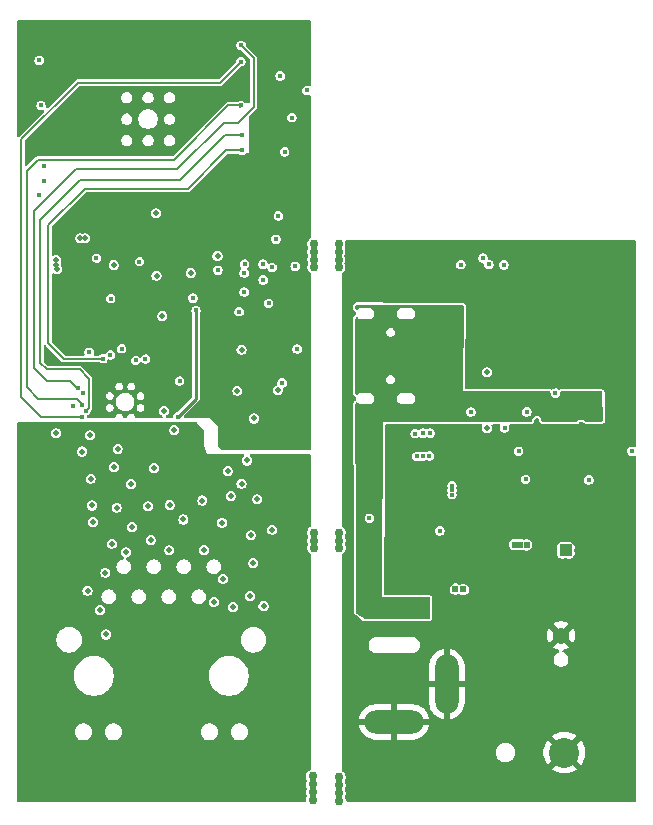
<source format=gbr>
%TF.GenerationSoftware,KiCad,Pcbnew,9.0.0*%
%TF.CreationDate,2025-04-12T10:41:42+08:00*%
%TF.ProjectId,ESP32-EVB_Rev_K1,45535033-322d-4455-9642-5f5265765f4b,K1*%
%TF.SameCoordinates,PXc1d4028PY6c847bc*%
%TF.FileFunction,Copper,L3,Inr*%
%TF.FilePolarity,Positive*%
%FSLAX46Y46*%
G04 Gerber Fmt 4.6, Leading zero omitted, Abs format (unit mm)*
G04 Created by KiCad (PCBNEW 9.0.0) date 2025-04-12 10:41:42*
%MOMM*%
%LPD*%
G01*
G04 APERTURE LIST*
%TA.AperFunction,ComponentPad*%
%ADD10O,5.000000X2.000000*%
%TD*%
%TA.AperFunction,ComponentPad*%
%ADD11O,2.000000X5.000000*%
%TD*%
%TA.AperFunction,ComponentPad*%
%ADD12C,2.540000*%
%TD*%
%TA.AperFunction,ComponentPad*%
%ADD13C,1.400000*%
%TD*%
%TA.AperFunction,ViaPad*%
%ADD14C,0.762000*%
%TD*%
%TA.AperFunction,ViaPad*%
%ADD15C,0.609600*%
%TD*%
%TA.AperFunction,ViaPad*%
%ADD16C,0.500000*%
%TD*%
%TA.AperFunction,ViaPad*%
%ADD17C,0.450000*%
%TD*%
%TA.AperFunction,Conductor*%
%ADD18C,0.203200*%
%TD*%
%TA.AperFunction,Conductor*%
%ADD19C,0.254000*%
%TD*%
G04 APERTURE END LIST*
D10*
%TO.N,PGND*%
%TO.C,PWR1*%
X32192983Y7031010D03*
D11*
X36642983Y10231010D03*
%TD*%
D12*
%TO.N,PGND*%
%TO.C,PWR2*%
X46597291Y4429099D03*
%TD*%
D13*
%TO.N,PGND*%
%TO.C,BAT1*%
X46310210Y14336180D03*
%TD*%
D14*
%TO.N,*%
X25281059Y2405800D03*
X27492543Y46846858D03*
X25392721Y46852163D03*
X25376949Y23058696D03*
X25376949Y21747312D03*
X25376949Y22376782D03*
X25281059Y1741298D03*
X25392721Y46170249D03*
X27514461Y22376782D03*
X27492543Y45535474D03*
X25392721Y45540779D03*
X27492543Y47511360D03*
X27514461Y21747312D03*
X27538401Y2318307D03*
X27538401Y342421D03*
X27514461Y23058696D03*
X25281059Y429914D03*
X25392721Y47516665D03*
X27538401Y971891D03*
X27538401Y1653805D03*
X25281059Y1059384D03*
X27492543Y46164944D03*
D15*
%TO.N,+5V*%
X37366349Y18265526D03*
X38031630Y18236698D03*
X42870213Y22040305D03*
X42401190Y22033652D03*
X43405765Y22017020D03*
D16*
%TO.N,GND*%
X16079235Y21593103D03*
X20038764Y22813260D03*
D17*
X22915491Y55297778D03*
D16*
X8779274Y30148611D03*
X19261213Y27191470D03*
X6441408Y31290489D03*
X14949910Y45027936D03*
X21127335Y16832098D03*
X22318319Y35091124D03*
X7286927Y16497153D03*
X8475368Y28594713D03*
D17*
X21865564Y45498466D03*
X19485731Y43421945D03*
D16*
X10002375Y23542961D03*
D17*
X10623143Y46005282D03*
D16*
X3558607Y45735983D03*
X12064667Y44803404D03*
D17*
X23522115Y58190909D03*
D16*
X18899621Y35063580D03*
X18531511Y16760324D03*
X8686519Y25169837D03*
X9916118Y27166436D03*
X3567391Y31465126D03*
X6605075Y25349272D03*
X13148466Y21545253D03*
X11569439Y22430465D03*
D17*
X19056318Y41757402D03*
D16*
X8431433Y45722415D03*
X19966990Y17693385D03*
X18340114Y26162710D03*
X21857037Y23291753D03*
X20307506Y32716069D03*
X7789345Y14427671D03*
X11342155Y25277498D03*
D17*
X17250209Y45271198D03*
D16*
X3640267Y45374342D03*
D17*
X22168876Y47889965D03*
X19486595Y45043066D03*
D16*
X12563836Y41401900D03*
X6485452Y27610151D03*
X18092118Y28277809D03*
X20600993Y25875614D03*
X16928560Y17190968D03*
X11859849Y28525551D03*
X17230162Y46483655D03*
X7729533Y19667169D03*
X17694149Y19152789D03*
X19731205Y29160970D03*
X6222280Y18135991D03*
X8279800Y22107483D03*
X12036420Y50083793D03*
D17*
X22378862Y49873159D03*
D16*
X5605781Y47963409D03*
X20254086Y20492569D03*
X3558607Y46117067D03*
X5747506Y29918975D03*
X9464070Y21377781D03*
X6688811Y23949680D03*
X13172390Y25385159D03*
X17598450Y23901831D03*
X14344698Y24165002D03*
X19264677Y38533956D03*
X15947649Y25767954D03*
X6027126Y47963409D03*
D17*
%TO.N,/GPI34{slash}BUT1*%
X6981885Y46293351D03*
X2279576Y59227770D03*
X8186060Y42858407D03*
%TO.N,/ESP_EN*%
X21087191Y44458572D03*
X2136752Y63036091D03*
D15*
%TO.N,Net-(D4-K)*%
X46979624Y21804792D03*
X46449616Y21324680D03*
X46979624Y21324680D03*
X46449616Y21792595D03*
D17*
%TO.N,Net-(U4-NRST)*%
X5033148Y33802252D03*
X5838729Y34831359D03*
X23973125Y38599764D03*
D16*
%TO.N,Net-(U5-V3)*%
X40029535Y31889882D03*
X40033730Y36631640D03*
D17*
%TO.N,Net-(CHARGE1-K)*%
X36051035Y23201063D03*
%TO.N,Net-(D7-K)*%
X38670804Y33260977D03*
%TO.N,/GPIO3{slash}U0RXD*%
X24781779Y60490461D03*
%TO.N,/GPIO1{slash}U0TXD*%
X23809223Y45599881D03*
X21553825Y42465657D03*
X22527515Y61725543D03*
%TO.N,Net-(D8-A)*%
X43416650Y33277815D03*
D16*
%TO.N,/VDD1A-2A*%
X2674255Y30965150D03*
X3621333Y30581677D03*
D17*
X3512679Y22166112D03*
D16*
X2674255Y31358120D03*
D17*
X14543731Y26366429D03*
D16*
X2674255Y31803859D03*
D17*
X9940814Y26376409D03*
X13815107Y30694409D03*
X5240600Y26373914D03*
%TO.N,/VDDCR*%
X14016232Y35887626D03*
D16*
%TO.N,Net-(LAN1-AY)*%
X12700126Y33367743D03*
%TO.N,Net-(LAN1-KG)*%
X13578298Y31726160D03*
D17*
%TO.N,Net-(Q4-B)*%
X41476936Y45729594D03*
%TO.N,Net-(Q4-E)*%
X39703129Y46290925D03*
%TO.N,Net-(Q5-E)*%
X40199596Y45759531D03*
%TO.N,Net-(Q5-B)*%
X37829530Y45744562D03*
D16*
%TO.N,/+5V_USB*%
X35037080Y40138795D03*
X32478353Y16732661D03*
X47944652Y34327683D03*
X33071152Y16089354D03*
X33068494Y16732661D03*
X32462403Y16089354D03*
X32781398Y16381766D03*
D17*
%TO.N,/GPIO0{slash}XTAL1{slash}CLKIN*%
X15409743Y41864471D03*
X13867745Y32864043D03*
%TO.N,/OSC_DIS*%
X22700233Y35738184D03*
%TO.N,+3.3VLAN*%
X6356790Y38317799D03*
%TO.N,/BUT1*%
X19520775Y45786078D03*
X21080551Y45774851D03*
%TO.N,/GPIO26{slash}EMAC_RXD1(RMII)*%
X11129722Y37747946D03*
X2521060Y52864003D03*
%TO.N,/GPIO27{slash}EMAC_RX_CRS_DV*%
X8166949Y38098048D03*
X2149034Y51629169D03*
D16*
%TO.N,+3.3V*%
X2563642Y64303409D03*
X5032698Y43156882D03*
X5300889Y43425073D03*
X23476232Y51861948D03*
X10419786Y50016434D03*
X5270952Y42160206D03*
X1895033Y64300030D03*
X23989852Y30759216D03*
X6852213Y51084211D03*
X21465109Y30569610D03*
X5004007Y42427151D03*
X2197737Y64303409D03*
X14497115Y41818691D03*
X15752313Y46562981D03*
D17*
%TO.N,/GPIO25{slash}EMAC_RXD0(RMII)*%
X9115249Y38622079D03*
X10292328Y37629354D03*
X2526049Y54128987D03*
%TO.N,/GPIO18{slash}MDIO(RMII)*%
X19318629Y55421957D03*
X7509788Y37775361D03*
%TO.N,/GPIO22{slash}EMAC_TXD1(RMII)*%
X19204441Y62938599D03*
X5735353Y32872223D03*
%TO.N,/GPIO21{slash}EMAC_TX_EN(RMII)*%
X5715389Y33884012D03*
X19232558Y59216557D03*
%TO.N,/GPIO2{slash}HS2_DATA0*%
X15134483Y42910003D03*
%TO.N,/GPIO23{slash}MDC(RMII)*%
X19226894Y64308247D03*
X5446782Y35288856D03*
%TO.N,/GPIO19{slash}EMAC_TXD0(RMII)*%
X6097389Y33385123D03*
X19296176Y56701793D03*
%TO.N,PGND*%
X28365930Y30340596D03*
X52111764Y26210886D03*
X48069547Y30078115D03*
X33555288Y803965D03*
X28184893Y24818833D03*
X50289947Y22595769D03*
X34850197Y12055676D03*
X28190942Y33350385D03*
X31830687Y47069422D03*
X40457582Y47349403D03*
X44552294Y38372533D03*
X30087723Y24279612D03*
X33090599Y18740207D03*
X48979484Y26770847D03*
X52016493Y10976585D03*
D15*
X48666854Y22165020D03*
X49821841Y25409113D03*
D17*
X37317524Y978953D03*
X51899834Y7791808D03*
X35417935Y46999427D03*
X28235661Y17042826D03*
X52168149Y19632644D03*
X51596522Y733970D03*
X52331471Y14453007D03*
X37999328Y26516790D03*
X52356747Y28573220D03*
X52164260Y33525373D03*
X51864837Y3580437D03*
X33135318Y10463287D03*
X28218163Y20525081D03*
X32857282Y21524456D03*
X28453424Y43184695D03*
X28393150Y13315587D03*
X48155097Y1060614D03*
X32415924Y26432537D03*
X38782236Y28798112D03*
X28288158Y10200806D03*
X40560630Y26527160D03*
X43185446Y978953D03*
X29618064Y768968D03*
D15*
X48712290Y25497255D03*
D17*
X28768402Y46124489D03*
X48034550Y32230464D03*
X48349528Y28608218D03*
X43642358Y30638075D03*
X44254815Y32510444D03*
X28533141Y4251223D03*
X43287846Y26107190D03*
X52273141Y17089489D03*
X47124614Y27278311D03*
X44867272Y47086921D03*
%TO.N,/C_GPIO3{slash}U0RXD*%
X48660441Y27514150D03*
%TO.N,/C_GPIO1{slash}U0TXD*%
X52305934Y29941858D03*
%TO.N,/C_ESP_EN*%
X45836926Y34864399D03*
%TO.N,/C_GPIO0{slash}XTAL1{slash}CLKIN*%
X43306755Y27563696D03*
%TO.N,/C_GPIO2{slash}HS2_DATA0*%
X42725281Y29946626D03*
%TO.N,/C_OSC_DIS*%
X41540556Y31916538D03*
%TO.N,/C_D_Com*%
X37081883Y26269361D03*
X37081883Y27021590D03*
X37081883Y26669023D03*
%TO.N,/C_GPI34{slash}BUT1*%
X34105471Y29507498D03*
X34598029Y29507498D03*
X35168360Y29551700D03*
%TO.N,/C_BUT1*%
X35212431Y31467144D03*
X33970666Y31436035D03*
X34631731Y31467144D03*
%TD*%
D18*
%TO.N,Net-(U5-V3)*%
X40033730Y31894077D02*
X40029535Y31889882D01*
D19*
%TO.N,/GPIO0{slash}XTAL1{slash}CLKIN*%
X15409743Y41864471D02*
X15409743Y34406041D01*
X15409743Y34406041D02*
X13867745Y32864043D01*
D18*
%TO.N,/GPIO18{slash}MDIO(RMII)*%
X7487081Y37752654D02*
X4252301Y37752654D01*
X17965871Y55421957D02*
X19318629Y55421957D01*
X2918973Y39085982D02*
X2918973Y49085164D01*
X14714529Y52170615D02*
X17965871Y55421957D01*
X2918973Y49085164D02*
X6004424Y52170615D01*
X6004424Y52170615D02*
X14714529Y52170615D01*
X4252301Y37752654D02*
X2918973Y39085982D01*
X7509788Y37775361D02*
X7487081Y37752654D01*
%TO.N,/GPIO22{slash}EMAC_TXD1(RMII)*%
X19204441Y62938599D02*
X17417280Y61151438D01*
X2281769Y32872223D02*
X5735353Y32872223D01*
X17417280Y61151438D02*
X5416419Y61151438D01*
X5416419Y61151438D02*
X628742Y56363761D01*
X628742Y34525250D02*
X2281769Y32872223D01*
X628742Y56363761D02*
X628742Y34525250D01*
%TO.N,/GPIO21{slash}EMAC_TX_EN(RMII)*%
X1066580Y53709734D02*
X1066580Y35361653D01*
X18147474Y59233809D02*
X13547052Y54633387D01*
X13547052Y54633387D02*
X1990233Y54633387D01*
X19048778Y59233809D02*
X19158650Y59123937D01*
X5308662Y34382234D02*
X5715389Y33975507D01*
X2045999Y34382234D02*
X5308662Y34382234D01*
X18459325Y59233809D02*
X19048778Y59233809D01*
X5715389Y33975507D02*
X5715389Y33884012D01*
X1990233Y54633387D02*
X1066580Y53709734D01*
X19215306Y59233809D02*
X19232558Y59216557D01*
X18459325Y59233809D02*
X19215306Y59233809D01*
X18459325Y59233809D02*
X18147474Y59233809D01*
X1066580Y35361653D02*
X2045999Y34382234D01*
%TO.N,/GPIO23{slash}MDC(RMII)*%
X1672818Y50267703D02*
X5252638Y53847523D01*
X4704440Y35886167D02*
X2798121Y35886167D01*
X2798121Y35886167D02*
X1672818Y37011470D01*
X1672818Y37011470D02*
X1672818Y50267703D01*
X18953246Y57774348D02*
X20287811Y59108913D01*
X20287811Y63247330D02*
X19226894Y64308247D01*
X5252638Y53847523D02*
X13826471Y53847523D01*
X5446782Y35288856D02*
X5301751Y35288856D01*
X17753296Y57774348D02*
X18953246Y57774348D01*
X13826471Y53847523D02*
X17753296Y57774348D01*
X5301751Y35288856D02*
X4704440Y35886167D01*
X20287811Y59108913D02*
X20287811Y63247330D01*
%TO.N,/GPIO19{slash}EMAC_TXD0(RMII)*%
X14034304Y52904946D02*
X5614889Y52904946D01*
X2228536Y49518593D02*
X2228536Y37435668D01*
X6343129Y33630863D02*
X6097389Y33385123D01*
X17831151Y56701793D02*
X14034304Y52904946D01*
X2228536Y37435668D02*
X2784254Y36879950D01*
X19296176Y56701793D02*
X17831151Y56701793D01*
X5614889Y52904946D02*
X2228536Y49518593D01*
X6343129Y36088472D02*
X6343129Y33630863D01*
X2784254Y36879950D02*
X5551651Y36879950D01*
X5551651Y36879950D02*
X6343129Y36088472D01*
%TD*%
%TA.AperFunction,Conductor*%
%TO.N,PGND*%
G36*
X52536001Y47792336D02*
G01*
X52603030Y47772621D01*
X52648761Y47719796D01*
X52659943Y47668330D01*
X52659177Y30418373D01*
X52639489Y30351335D01*
X52586683Y30305582D01*
X52517525Y30295642D01*
X52473178Y30310991D01*
X52461604Y30317674D01*
X52393220Y30335997D01*
X52359029Y30345158D01*
X52252839Y30345158D01*
X52150264Y30317674D01*
X52058302Y30264578D01*
X52058299Y30264576D01*
X51983216Y30189493D01*
X51983214Y30189490D01*
X51930118Y30097528D01*
X51903912Y29999721D01*
X51902634Y29994953D01*
X51902634Y29888763D01*
X51904095Y29883312D01*
X51930118Y29786189D01*
X51948049Y29755133D01*
X51983214Y29694226D01*
X52058302Y29619138D01*
X52110201Y29589174D01*
X52149777Y29566324D01*
X52150266Y29566042D01*
X52252839Y29538558D01*
X52252841Y29538558D01*
X52359027Y29538558D01*
X52359029Y29538558D01*
X52461602Y29566042D01*
X52473132Y29572700D01*
X52541030Y29589174D01*
X52607058Y29566324D01*
X52650251Y29511405D01*
X52659135Y29465308D01*
X52657844Y391923D01*
X52638156Y324885D01*
X52585350Y279132D01*
X52533838Y267929D01*
X28221695Y269181D01*
X28154656Y288869D01*
X28108904Y341675D01*
X28097701Y393181D01*
X28097701Y416052D01*
X28097701Y416054D01*
X28059585Y558303D01*
X28038307Y595157D01*
X28021835Y663055D01*
X28038308Y719157D01*
X28059585Y756009D01*
X28097701Y898258D01*
X28097701Y1045524D01*
X28059585Y1187773D01*
X28059583Y1187776D01*
X28059583Y1187778D01*
X28059582Y1187779D01*
X28023169Y1250847D01*
X28006695Y1318747D01*
X28023169Y1374849D01*
X28059582Y1437918D01*
X28059583Y1437919D01*
X28059583Y1437921D01*
X28059585Y1437923D01*
X28097701Y1580172D01*
X28097701Y1727438D01*
X28059585Y1869687D01*
X28028194Y1924057D01*
X28011722Y1991955D01*
X28028195Y2048057D01*
X28059585Y2102425D01*
X28097701Y2244674D01*
X28097701Y2391940D01*
X28059585Y2534189D01*
X28055035Y2542069D01*
X28001030Y2635609D01*
X27985952Y2661725D01*
X27881819Y2765858D01*
X27867417Y2774173D01*
X27830959Y2795223D01*
X27822676Y2803910D01*
X27811758Y2808896D01*
X27799011Y2828731D01*
X27782745Y2845791D01*
X27779529Y2859045D01*
X27773984Y2867674D01*
X27768961Y2902609D01*
X27768961Y4510684D01*
X40768991Y4510684D01*
X40768991Y4347515D01*
X40800820Y4187501D01*
X40800822Y4187493D01*
X40863261Y4036752D01*
X40908584Y3968920D01*
X40953909Y3901086D01*
X41069277Y3785718D01*
X41069280Y3785716D01*
X41204944Y3695069D01*
X41355685Y3632630D01*
X41515706Y3600800D01*
X41515710Y3600799D01*
X41515711Y3600799D01*
X41678872Y3600799D01*
X41678873Y3600800D01*
X41838897Y3632630D01*
X41989638Y3695069D01*
X42125302Y3785716D01*
X42240674Y3901088D01*
X42331321Y4036752D01*
X42393760Y4187493D01*
X42425591Y4347519D01*
X42425591Y4510679D01*
X42418743Y4545105D01*
X44827291Y4545105D01*
X44827291Y4313094D01*
X44827292Y4313077D01*
X44857574Y4083059D01*
X44857577Y4083046D01*
X44917627Y3858932D01*
X45006415Y3644578D01*
X45006423Y3644561D01*
X45122427Y3443638D01*
X45122433Y3443630D01*
X45181408Y3366772D01*
X45996249Y4181612D01*
X46021269Y4121209D01*
X46092403Y4014748D01*
X46182940Y3924211D01*
X46289401Y3853077D01*
X46349802Y3828058D01*
X45534962Y3013218D01*
X45611821Y2954242D01*
X45611829Y2954236D01*
X45812752Y2838232D01*
X45812769Y2838224D01*
X46027123Y2749436D01*
X46251237Y2689386D01*
X46251250Y2689383D01*
X46481268Y2659101D01*
X46481286Y2659099D01*
X46713296Y2659099D01*
X46713313Y2659101D01*
X46943331Y2689383D01*
X46943344Y2689386D01*
X47167458Y2749436D01*
X47381812Y2838224D01*
X47381829Y2838232D01*
X47582766Y2954244D01*
X47659618Y3013216D01*
X47659618Y3013219D01*
X46844778Y3828058D01*
X46905181Y3853077D01*
X47011642Y3924211D01*
X47102179Y4014748D01*
X47173313Y4121209D01*
X47198332Y4181612D01*
X48013171Y3366772D01*
X48013174Y3366772D01*
X48072146Y3443624D01*
X48188158Y3644561D01*
X48188166Y3644578D01*
X48276954Y3858932D01*
X48337004Y4083046D01*
X48337007Y4083059D01*
X48367289Y4313077D01*
X48367291Y4313094D01*
X48367291Y4545105D01*
X48367289Y4545122D01*
X48337007Y4775140D01*
X48337004Y4775153D01*
X48276954Y4999267D01*
X48188166Y5213621D01*
X48188158Y5213638D01*
X48072154Y5414561D01*
X48072148Y5414569D01*
X48013172Y5491428D01*
X47198332Y4676588D01*
X47173313Y4736989D01*
X47102179Y4843450D01*
X47011642Y4933987D01*
X46905181Y5005121D01*
X46844779Y5030141D01*
X47659618Y5844982D01*
X47582760Y5903957D01*
X47582752Y5903963D01*
X47381829Y6019967D01*
X47381812Y6019975D01*
X47167458Y6108763D01*
X46943344Y6168813D01*
X46943331Y6168816D01*
X46713313Y6199098D01*
X46713296Y6199099D01*
X46481286Y6199099D01*
X46481268Y6199098D01*
X46251250Y6168816D01*
X46251237Y6168813D01*
X46027123Y6108763D01*
X45812769Y6019975D01*
X45812752Y6019967D01*
X45611832Y5903965D01*
X45611824Y5903959D01*
X45534962Y5844983D01*
X45534962Y5844982D01*
X46349803Y5030141D01*
X46289401Y5005121D01*
X46182940Y4933987D01*
X46092403Y4843450D01*
X46021269Y4736989D01*
X45996249Y4676588D01*
X45181408Y5491428D01*
X45181407Y5491428D01*
X45122431Y5414566D01*
X45122425Y5414558D01*
X45006423Y5213638D01*
X45006415Y5213621D01*
X44917627Y4999267D01*
X44857577Y4775153D01*
X44857574Y4775140D01*
X44827292Y4545122D01*
X44827291Y4545105D01*
X42418743Y4545105D01*
X42393761Y4670698D01*
X42393760Y4670705D01*
X42331321Y4821446D01*
X42240674Y4957110D01*
X42240672Y4957113D01*
X42125304Y5072481D01*
X42057470Y5117806D01*
X41989638Y5163129D01*
X41838897Y5225568D01*
X41838889Y5225570D01*
X41678875Y5257399D01*
X41678871Y5257399D01*
X41515711Y5257399D01*
X41515706Y5257399D01*
X41355692Y5225570D01*
X41355684Y5225568D01*
X41204945Y5163130D01*
X41069277Y5072481D01*
X40953909Y4957113D01*
X40863260Y4821445D01*
X40800822Y4670706D01*
X40800820Y4670698D01*
X40768991Y4510684D01*
X27768961Y4510684D01*
X27768961Y7281010D01*
X29213881Y7281010D01*
X30259971Y7281010D01*
X30227058Y7224003D01*
X30192983Y7096836D01*
X30192983Y6965184D01*
X30227058Y6838017D01*
X30259971Y6781010D01*
X29213881Y6781010D01*
X29229917Y6679763D01*
X29302880Y6455208D01*
X29410068Y6244839D01*
X29548849Y6053824D01*
X29715796Y5886877D01*
X29906811Y5748096D01*
X30117180Y5640908D01*
X30341735Y5567945D01*
X30341734Y5567945D01*
X30574931Y5531010D01*
X31942983Y5531010D01*
X31942983Y6531010D01*
X32442983Y6531010D01*
X32442983Y5531010D01*
X33811035Y5531010D01*
X34044230Y5567945D01*
X34268785Y5640908D01*
X34479154Y5748096D01*
X34670169Y5886877D01*
X34837116Y6053824D01*
X34975897Y6244839D01*
X35083085Y6455208D01*
X35156048Y6679763D01*
X35172085Y6781010D01*
X34125995Y6781010D01*
X34158908Y6838017D01*
X34192983Y6965184D01*
X34192983Y7096836D01*
X34158908Y7224003D01*
X34125995Y7281010D01*
X35172085Y7281010D01*
X35156048Y7382258D01*
X35083085Y7606813D01*
X34975897Y7817182D01*
X34837116Y8008197D01*
X34670169Y8175144D01*
X34479154Y8313925D01*
X34268785Y8421113D01*
X34044230Y8494076D01*
X34044231Y8494076D01*
X33811035Y8531010D01*
X32442983Y8531010D01*
X32442983Y7531010D01*
X31942983Y7531010D01*
X31942983Y8531010D01*
X30574931Y8531010D01*
X30341735Y8494076D01*
X30117180Y8421113D01*
X29906811Y8313925D01*
X29715796Y8175144D01*
X29548849Y8008197D01*
X29410068Y7817182D01*
X29302880Y7606813D01*
X29229917Y7382258D01*
X29213881Y7281010D01*
X27768961Y7281010D01*
X27768961Y11849063D01*
X35142983Y11849063D01*
X35142983Y10481010D01*
X36142983Y10481010D01*
X36142983Y9981010D01*
X35142983Y9981010D01*
X35142983Y8612958D01*
X35179917Y8379763D01*
X35252880Y8155208D01*
X35360068Y7944839D01*
X35498849Y7753824D01*
X35665796Y7586877D01*
X35856811Y7448096D01*
X36067178Y7340908D01*
X36291727Y7267947D01*
X36291733Y7267945D01*
X36392983Y7251909D01*
X36392983Y8297998D01*
X36449990Y8265085D01*
X36577157Y8231010D01*
X36708809Y8231010D01*
X36835976Y8265085D01*
X36892983Y8297998D01*
X36892983Y7251910D01*
X36994232Y7267945D01*
X36994238Y7267947D01*
X37218787Y7340908D01*
X37429154Y7448096D01*
X37620169Y7586877D01*
X37787116Y7753824D01*
X37925897Y7944839D01*
X38033085Y8155208D01*
X38106048Y8379763D01*
X38142983Y8612958D01*
X38142983Y9981010D01*
X37142983Y9981010D01*
X37142983Y10481010D01*
X38142983Y10481010D01*
X38142983Y11849063D01*
X38106048Y12082258D01*
X38033085Y12306813D01*
X37925897Y12517182D01*
X37787116Y12708197D01*
X37620169Y12875144D01*
X37429154Y13013925D01*
X37218785Y13121113D01*
X36994230Y13194076D01*
X36892983Y13210113D01*
X36892983Y12164022D01*
X36835976Y12196935D01*
X36708809Y12231010D01*
X36577157Y12231010D01*
X36449990Y12196935D01*
X36392983Y12164022D01*
X36392983Y13210113D01*
X36291735Y13194076D01*
X36067180Y13121113D01*
X35856811Y13013925D01*
X35665796Y12875144D01*
X35498849Y12708197D01*
X35360068Y12517182D01*
X35252880Y12306813D01*
X35179917Y12082258D01*
X35142983Y11849063D01*
X27768961Y11849063D01*
X27768961Y13464201D01*
X30014682Y13464201D01*
X30040748Y13333164D01*
X30040750Y13333156D01*
X30091881Y13209714D01*
X30091882Y13209712D01*
X30166112Y13098620D01*
X30166115Y13098616D01*
X30260588Y13004143D01*
X30260592Y13004140D01*
X30371687Y12929908D01*
X30495130Y12878777D01*
X30527220Y12872394D01*
X30626173Y12852710D01*
X30626176Y12852710D01*
X33759792Y12852710D01*
X33825760Y12865833D01*
X33890836Y12878777D01*
X34014279Y12929908D01*
X34125374Y13004140D01*
X34219853Y13098619D01*
X34294085Y13209714D01*
X34345216Y13333157D01*
X34349367Y13354027D01*
X34358463Y13399749D01*
X34358463Y13399750D01*
X34371282Y13464199D01*
X34371283Y13464201D01*
X34371283Y13597820D01*
X34351599Y13696773D01*
X34345216Y13728863D01*
X34294085Y13852306D01*
X34219853Y13963401D01*
X34219850Y13963405D01*
X34125377Y14057878D01*
X34125373Y14057881D01*
X34014281Y14132111D01*
X34014279Y14132112D01*
X33890837Y14183243D01*
X33890829Y14183245D01*
X33759792Y14209310D01*
X33759790Y14209310D01*
X30626176Y14209310D01*
X30626174Y14209310D01*
X30495136Y14183245D01*
X30495128Y14183243D01*
X30371686Y14132112D01*
X30371684Y14132111D01*
X30260592Y14057881D01*
X30260588Y14057878D01*
X30166115Y13963405D01*
X30166112Y13963401D01*
X30091882Y13852309D01*
X30091881Y13852307D01*
X30040750Y13728865D01*
X30040748Y13728857D01*
X30014683Y13597820D01*
X30014683Y13597817D01*
X30014683Y13464203D01*
X30014683Y13464201D01*
X30014682Y13464201D01*
X27768961Y13464201D01*
X27768961Y14430628D01*
X45110210Y14430628D01*
X45110210Y14241733D01*
X45139758Y14055178D01*
X45198124Y13875543D01*
X45283876Y13707247D01*
X45302326Y13681852D01*
X45868071Y14247596D01*
X45890877Y14162486D01*
X45950120Y14059874D01*
X46033904Y13976090D01*
X46136516Y13916847D01*
X46221625Y13894042D01*
X45655879Y13328298D01*
X45655880Y13328297D01*
X45681269Y13309851D01*
X45849572Y13224095D01*
X46029207Y13165729D01*
X46081518Y13157443D01*
X46144653Y13127514D01*
X46181584Y13068203D01*
X46180586Y12998340D01*
X46141976Y12940107D01*
X46109573Y12920409D01*
X46015140Y12881294D01*
X45912231Y12812533D01*
X45824717Y12725019D01*
X45755957Y12622111D01*
X45708595Y12507769D01*
X45708593Y12507761D01*
X45684450Y12386387D01*
X45684450Y12262614D01*
X45708593Y12141240D01*
X45708595Y12141232D01*
X45755957Y12026890D01*
X45824717Y11923982D01*
X45912231Y11836468D01*
X45963685Y11802088D01*
X46015138Y11767708D01*
X46129482Y11720345D01*
X46250863Y11696201D01*
X46250867Y11696200D01*
X46250868Y11696200D01*
X46374633Y11696200D01*
X46374634Y11696201D01*
X46496018Y11720345D01*
X46610362Y11767708D01*
X46713268Y11836468D01*
X46800782Y11923982D01*
X46869542Y12026888D01*
X46916905Y12141232D01*
X46941050Y12262618D01*
X46941050Y12386382D01*
X46916905Y12507768D01*
X46869542Y12622112D01*
X46835162Y12673565D01*
X46800782Y12725019D01*
X46713268Y12812533D01*
X46610359Y12881294D01*
X46514521Y12920991D01*
X46460118Y12964832D01*
X46438053Y13031126D01*
X46455332Y13098826D01*
X46506470Y13146436D01*
X46542577Y13158025D01*
X46591211Y13165728D01*
X46770847Y13224095D01*
X46939147Y13309849D01*
X46964538Y13328297D01*
X46964538Y13328298D01*
X46398794Y13894042D01*
X46483904Y13916847D01*
X46586516Y13976090D01*
X46670300Y14059874D01*
X46729543Y14162486D01*
X46752348Y14247596D01*
X47318092Y13681852D01*
X47318093Y13681852D01*
X47336541Y13707243D01*
X47422295Y13875543D01*
X47480661Y14055178D01*
X47510210Y14241733D01*
X47510210Y14430628D01*
X47480661Y14617183D01*
X47422295Y14796818D01*
X47336539Y14965121D01*
X47318093Y14990510D01*
X47318092Y14990511D01*
X46752347Y14424766D01*
X46729543Y14509874D01*
X46670300Y14612486D01*
X46586516Y14696270D01*
X46483904Y14755513D01*
X46398794Y14778319D01*
X46964538Y15344064D01*
X46939143Y15362514D01*
X46770847Y15448266D01*
X46591212Y15506632D01*
X46404657Y15536180D01*
X46215763Y15536180D01*
X46029207Y15506632D01*
X45849572Y15448266D01*
X45681270Y15362511D01*
X45655880Y15344064D01*
X45655879Y15344064D01*
X46221625Y14778319D01*
X46136516Y14755513D01*
X46033904Y14696270D01*
X45950120Y14612486D01*
X45890877Y14509874D01*
X45868071Y14424766D01*
X45302326Y14990511D01*
X45302326Y14990510D01*
X45283879Y14965120D01*
X45198124Y14796818D01*
X45139758Y14617183D01*
X45110210Y14430628D01*
X27768961Y14430628D01*
X27768961Y21176833D01*
X27788646Y21243872D01*
X27830962Y21284221D01*
X27857879Y21299761D01*
X27962012Y21403894D01*
X28035645Y21531430D01*
X28073761Y21673679D01*
X28073761Y21820945D01*
X28035645Y21963194D01*
X28014367Y22000048D01*
X27997895Y22067946D01*
X28014368Y22124048D01*
X28035645Y22160900D01*
X28073761Y22303149D01*
X28073761Y22450415D01*
X28035645Y22592664D01*
X28035643Y22592667D01*
X28035643Y22592669D01*
X28035642Y22592670D01*
X27999229Y22655738D01*
X27982755Y22723638D01*
X27999229Y22779740D01*
X28035642Y22842809D01*
X28035643Y22842810D01*
X28035643Y22842812D01*
X28035645Y22842814D01*
X28073761Y22985063D01*
X28073761Y23132329D01*
X28035645Y23274578D01*
X27962012Y23402114D01*
X27857879Y23506247D01*
X27857877Y23506248D01*
X27857872Y23506252D01*
X27830960Y23521790D01*
X27782745Y23572357D01*
X27768961Y23629176D01*
X27768961Y42238388D01*
X28714777Y42238388D01*
X28714777Y42056181D01*
X28714894Y42049640D01*
X28715209Y42040797D01*
X28715211Y42040785D01*
X28726649Y41983282D01*
X28751069Y41917808D01*
X28757351Y41902991D01*
X28812961Y41835133D01*
X28868894Y41793261D01*
X28882199Y41784185D01*
X28882202Y41784184D01*
X28884697Y41782961D01*
X28886751Y41781080D01*
X28889526Y41779187D01*
X28889253Y41778789D01*
X28896615Y41772048D01*
X28911315Y41765334D01*
X28921852Y41748937D01*
X28936226Y41735775D01*
X28940758Y41719520D01*
X28949089Y41706556D01*
X28954112Y41671621D01*
X28954112Y41553429D01*
X28934427Y41486390D01*
X28886529Y41443007D01*
X28850531Y41424616D01*
X28797720Y41378854D01*
X28786034Y41367794D01*
X28786030Y41367788D01*
X28741888Y41291975D01*
X28741886Y41291970D01*
X28722202Y41224936D01*
X28722200Y41224926D01*
X28714777Y41173295D01*
X28714777Y37929493D01*
X28714778Y37928973D01*
X28714777Y37928973D01*
X28720086Y36063814D01*
X28720086Y36063813D01*
X28720154Y36040203D01*
X28720154Y36040199D01*
X28723501Y34864000D01*
X28723626Y34857759D01*
X28723941Y34849265D01*
X28735369Y34792011D01*
X28735370Y34792006D01*
X28759785Y34726543D01*
X28766071Y34711715D01*
X28821681Y34643857D01*
X28877614Y34601985D01*
X28890914Y34592911D01*
X28890915Y34592911D01*
X28898240Y34587913D01*
X28896429Y34585259D01*
X28910743Y34578827D01*
X28921575Y34562195D01*
X28936215Y34548794D01*
X28940734Y34532778D01*
X28948874Y34520280D01*
X28953882Y34486181D01*
X28954110Y34485376D01*
X28954155Y34477869D01*
X28954112Y34477705D01*
X28954112Y34351767D01*
X28954942Y34348669D01*
X28955010Y34337554D01*
X28947421Y34311117D01*
X28943181Y34283939D01*
X28937920Y34278013D01*
X28935734Y34270396D01*
X28915056Y34252258D01*
X28896796Y34231687D01*
X28887745Y34226538D01*
X28861108Y34212833D01*
X28861101Y34212828D01*
X28808438Y34166932D01*
X28796771Y34155827D01*
X28752843Y34079884D01*
X28733349Y34012791D01*
X28733349Y34012790D01*
X28726070Y33961121D01*
X28727913Y33313556D01*
X28727913Y33313555D01*
X28727981Y33289945D01*
X28727981Y33289941D01*
X28753477Y24332190D01*
X28753545Y24308580D01*
X28753545Y24308576D01*
X28776332Y16302441D01*
X28776333Y16302422D01*
X28780383Y16264628D01*
X28780385Y16264616D01*
X28791060Y16214699D01*
X28791484Y16212762D01*
X28830620Y16134255D01*
X28830622Y16134252D01*
X28830624Y16134248D01*
X28830627Y16134245D01*
X28830628Y16134243D01*
X28875851Y16080998D01*
X28875855Y16080994D01*
X28914945Y16046440D01*
X29580511Y15609351D01*
X29581068Y15608987D01*
X29581883Y15608456D01*
X29581888Y15608453D01*
X29612754Y15594203D01*
X29629945Y15586265D01*
X29696944Y15566444D01*
X29748571Y15558914D01*
X35100579Y15548014D01*
X35139064Y15552020D01*
X35139074Y15552023D01*
X35139079Y15552023D01*
X35189901Y15562826D01*
X35189947Y15562837D01*
X35189984Y15562844D01*
X35192445Y15563385D01*
X35270868Y15602715D01*
X35324012Y15648073D01*
X35335789Y15659054D01*
X35380500Y15734540D01*
X35400686Y15801431D01*
X35408497Y15853016D01*
X35420676Y17481715D01*
X35416636Y17521382D01*
X35405433Y17573820D01*
X35404623Y17577433D01*
X35364707Y17655560D01*
X35318952Y17708364D01*
X35307884Y17720058D01*
X35232066Y17764203D01*
X35207071Y17771543D01*
X35165028Y17783888D01*
X35165018Y17783890D01*
X35113387Y17791313D01*
X35113384Y17791313D01*
X31458061Y17791313D01*
X31391022Y17810998D01*
X31345267Y17863802D01*
X31334074Y17917136D01*
X31334412Y17940067D01*
X31340133Y18329127D01*
X36883249Y18329127D01*
X36883249Y18201926D01*
X36916171Y18079055D01*
X36947972Y18023976D01*
X36979773Y17968895D01*
X37069718Y17878950D01*
X37179879Y17815348D01*
X37302748Y17782426D01*
X37302750Y17782426D01*
X37429948Y17782426D01*
X37429950Y17782426D01*
X37552819Y17815348D01*
X37612024Y17849531D01*
X37679922Y17866004D01*
X37736023Y17849531D01*
X37784153Y17821743D01*
X37845154Y17786523D01*
X37845156Y17786522D01*
X37845157Y17786522D01*
X37845160Y17786520D01*
X37968029Y17753598D01*
X37968031Y17753598D01*
X38095229Y17753598D01*
X38095231Y17753598D01*
X38218100Y17786520D01*
X38328261Y17850122D01*
X38418206Y17940067D01*
X38481808Y18050228D01*
X38514730Y18173097D01*
X38514730Y18300299D01*
X38481808Y18423168D01*
X38418206Y18533329D01*
X38328261Y18623274D01*
X38273180Y18655075D01*
X38218101Y18686876D01*
X38156665Y18703337D01*
X38095231Y18719798D01*
X37968029Y18719798D01*
X37845157Y18686876D01*
X37785953Y18652694D01*
X37718052Y18636223D01*
X37661954Y18652695D01*
X37552822Y18715703D01*
X37552819Y18715704D01*
X37429950Y18748626D01*
X37302748Y18748626D01*
X37179877Y18715704D01*
X37069718Y18652102D01*
X37069715Y18652100D01*
X36979775Y18562160D01*
X36979773Y18562157D01*
X36916171Y18451998D01*
X36883249Y18329127D01*
X31340133Y18329127D01*
X31354739Y19322364D01*
X31354752Y19323422D01*
X31354764Y19324766D01*
X31354770Y19325695D01*
X31365471Y22097253D01*
X41918090Y22097253D01*
X41918090Y21970051D01*
X41934551Y21908617D01*
X41951012Y21847181D01*
X41960615Y21830549D01*
X42014614Y21737021D01*
X42104559Y21647076D01*
X42175635Y21606040D01*
X42214598Y21583544D01*
X42214720Y21583474D01*
X42337589Y21550552D01*
X42337591Y21550552D01*
X42464789Y21550552D01*
X42464791Y21550552D01*
X42587660Y21583474D01*
X42587666Y21583478D01*
X42595167Y21586584D01*
X42596426Y21583544D01*
X42649369Y21596423D01*
X42675448Y21590576D01*
X42675892Y21592231D01*
X42683741Y21590128D01*
X42683743Y21590127D01*
X42806612Y21557205D01*
X42806614Y21557205D01*
X42933812Y21557205D01*
X42933814Y21557205D01*
X43056683Y21590127D01*
X43056687Y21590130D01*
X43064197Y21593239D01*
X43064791Y21591805D01*
X43123716Y21606104D01*
X43179821Y21589632D01*
X43219295Y21566842D01*
X43342164Y21533920D01*
X43342166Y21533920D01*
X43469364Y21533920D01*
X43469366Y21533920D01*
X43592235Y21566842D01*
X43702396Y21630444D01*
X43792341Y21720389D01*
X43855943Y21830550D01*
X43862815Y21856196D01*
X45966516Y21856196D01*
X45966516Y21728994D01*
X45994266Y21625427D01*
X45999439Y21606123D01*
X45999457Y21606079D01*
X45999461Y21606040D01*
X46001542Y21598274D01*
X46000330Y21597950D01*
X46006919Y21536609D01*
X45999457Y21511195D01*
X45999438Y21511152D01*
X45999438Y21511150D01*
X45970699Y21403894D01*
X45966516Y21388281D01*
X45966516Y21261080D01*
X45999438Y21138209D01*
X46022895Y21097582D01*
X46063040Y21028049D01*
X46152985Y20938104D01*
X46263146Y20874502D01*
X46386015Y20841580D01*
X46386017Y20841580D01*
X46513215Y20841580D01*
X46513217Y20841580D01*
X46636086Y20874502D01*
X46652618Y20884048D01*
X46720517Y20900521D01*
X46776621Y20884048D01*
X46793154Y20874502D01*
X46916023Y20841580D01*
X46916025Y20841580D01*
X47043223Y20841580D01*
X47043225Y20841580D01*
X47166094Y20874502D01*
X47276255Y20938104D01*
X47366200Y21028049D01*
X47429802Y21138210D01*
X47462724Y21261079D01*
X47462724Y21388281D01*
X47429802Y21511150D01*
X47429799Y21511154D01*
X47427262Y21517281D01*
X47419792Y21586750D01*
X47427262Y21612191D01*
X47429798Y21618316D01*
X47429802Y21618322D01*
X47462724Y21741191D01*
X47462724Y21868393D01*
X47429802Y21991262D01*
X47366200Y22101423D01*
X47276255Y22191368D01*
X47193192Y22239325D01*
X47166095Y22254970D01*
X47104659Y22271431D01*
X47043225Y22287892D01*
X46916023Y22287892D01*
X46793154Y22254970D01*
X46793153Y22254970D01*
X46766056Y22239325D01*
X46698156Y22222854D01*
X46642059Y22239325D01*
X46636090Y22242771D01*
X46636088Y22242772D01*
X46636086Y22242773D01*
X46513217Y22275695D01*
X46386015Y22275695D01*
X46263144Y22242773D01*
X46152985Y22179171D01*
X46152982Y22179169D01*
X46063042Y22089229D01*
X46063040Y22089226D01*
X45999438Y21979067D01*
X45992566Y21953419D01*
X45966516Y21856196D01*
X43862815Y21856196D01*
X43888865Y21953419D01*
X43888865Y22080621D01*
X43855943Y22203490D01*
X43792341Y22313651D01*
X43702396Y22403596D01*
X43647315Y22435397D01*
X43592236Y22467198D01*
X43516932Y22487375D01*
X43469366Y22500120D01*
X43342164Y22500120D01*
X43342162Y22500120D01*
X43219297Y22467200D01*
X43211789Y22464089D01*
X43211196Y22465519D01*
X43152238Y22451223D01*
X43096155Y22467694D01*
X43056683Y22490483D01*
X43056672Y22490486D01*
X42933814Y22523405D01*
X42806612Y22523405D01*
X42806610Y22523405D01*
X42683748Y22490486D01*
X42676241Y22487375D01*
X42674991Y22490391D01*
X42621859Y22477543D01*
X42595944Y22483346D01*
X42595511Y22481726D01*
X42587661Y22483830D01*
X42587660Y22483830D01*
X42464791Y22516752D01*
X42337589Y22516752D01*
X42214718Y22483830D01*
X42104559Y22420228D01*
X42104556Y22420226D01*
X42014616Y22330286D01*
X42014614Y22330283D01*
X41951012Y22220124D01*
X41920396Y22105859D01*
X41918090Y22097253D01*
X31365471Y22097253D01*
X31369938Y23254158D01*
X35647735Y23254158D01*
X35647735Y23147968D01*
X35651926Y23132327D01*
X35675219Y23045394D01*
X35701767Y22999413D01*
X35728315Y22953431D01*
X35803403Y22878343D01*
X35895367Y22825247D01*
X35997940Y22797763D01*
X35997942Y22797763D01*
X36104128Y22797763D01*
X36104130Y22797763D01*
X36206703Y22825247D01*
X36298667Y22878343D01*
X36373755Y22953431D01*
X36426851Y23045395D01*
X36454335Y23147968D01*
X36454335Y23254158D01*
X36426851Y23356731D01*
X36373755Y23448695D01*
X36298667Y23523783D01*
X36252685Y23550331D01*
X36206704Y23576879D01*
X36155416Y23590621D01*
X36104130Y23604363D01*
X35997940Y23604363D01*
X35895365Y23576879D01*
X35803403Y23523783D01*
X35803400Y23523781D01*
X35728317Y23448698D01*
X35728315Y23448695D01*
X35675219Y23356733D01*
X35653206Y23274578D01*
X35647735Y23254158D01*
X31369938Y23254158D01*
X31382181Y26425029D01*
X31384690Y27074685D01*
X36678583Y27074685D01*
X36678583Y26968495D01*
X36705270Y26868893D01*
X36706325Y26860150D01*
X36702991Y26840204D01*
X36702991Y26813216D01*
X36678583Y26722120D01*
X36678583Y26722118D01*
X36678583Y26615928D01*
X36706067Y26513355D01*
X36706068Y26513354D01*
X36708171Y26505505D01*
X36705969Y26504916D01*
X36712168Y26447151D01*
X36707991Y26432928D01*
X36708171Y26432879D01*
X36706068Y26425031D01*
X36706067Y26425029D01*
X36678583Y26322456D01*
X36678583Y26216267D01*
X36706067Y26113692D01*
X36732615Y26067711D01*
X36759163Y26021729D01*
X36834251Y25946641D01*
X36926215Y25893545D01*
X37028788Y25866061D01*
X37028790Y25866061D01*
X37134976Y25866061D01*
X37134978Y25866061D01*
X37237551Y25893545D01*
X37329515Y25946641D01*
X37404603Y26021729D01*
X37457699Y26113693D01*
X37485183Y26216266D01*
X37485183Y26322456D01*
X37457699Y26425029D01*
X37457698Y26425031D01*
X37455595Y26432880D01*
X37457801Y26433472D01*
X37451590Y26491198D01*
X37455776Y26505456D01*
X37455595Y26505504D01*
X37457699Y26513355D01*
X37485183Y26615928D01*
X37485183Y26722118D01*
X37460774Y26813216D01*
X37460774Y26877400D01*
X37485183Y26968495D01*
X37485183Y27074685D01*
X37457699Y27177258D01*
X37404603Y27269222D01*
X37329515Y27344310D01*
X37283533Y27370858D01*
X37237552Y27397406D01*
X37186264Y27411148D01*
X37134978Y27424890D01*
X37028788Y27424890D01*
X36926213Y27397406D01*
X36834251Y27344310D01*
X36834248Y27344308D01*
X36759165Y27269225D01*
X36759163Y27269222D01*
X36706067Y27177260D01*
X36688273Y27110850D01*
X36678583Y27074685D01*
X31384690Y27074685D01*
X31384723Y27083291D01*
X31386783Y27616791D01*
X42903455Y27616791D01*
X42903455Y27510602D01*
X42930939Y27408027D01*
X42957487Y27362046D01*
X42984035Y27316064D01*
X43059123Y27240976D01*
X43138763Y27194995D01*
X43144936Y27191431D01*
X43151087Y27187880D01*
X43253660Y27160396D01*
X43253662Y27160396D01*
X43359848Y27160396D01*
X43359850Y27160396D01*
X43462423Y27187880D01*
X43554387Y27240976D01*
X43629475Y27316064D01*
X43682571Y27408028D01*
X43710055Y27510601D01*
X43710055Y27567245D01*
X48257141Y27567245D01*
X48257141Y27461056D01*
X48284625Y27358481D01*
X48292807Y27344310D01*
X48337721Y27266518D01*
X48412809Y27191430D01*
X48504773Y27138334D01*
X48607346Y27110850D01*
X48607348Y27110850D01*
X48713534Y27110850D01*
X48713536Y27110850D01*
X48816109Y27138334D01*
X48908073Y27191430D01*
X48983161Y27266518D01*
X49036257Y27358482D01*
X49063741Y27461055D01*
X49063741Y27567245D01*
X49036257Y27669818D01*
X48983161Y27761782D01*
X48908073Y27836870D01*
X48862091Y27863418D01*
X48816110Y27889966D01*
X48764822Y27903708D01*
X48713536Y27917450D01*
X48607346Y27917450D01*
X48504771Y27889966D01*
X48412809Y27836870D01*
X48412806Y27836868D01*
X48337723Y27761785D01*
X48337721Y27761782D01*
X48284625Y27669820D01*
X48257141Y27567245D01*
X43710055Y27567245D01*
X43710055Y27616791D01*
X43682571Y27719364D01*
X43629475Y27811328D01*
X43554387Y27886416D01*
X43500635Y27917450D01*
X43462424Y27939512D01*
X43411136Y27953254D01*
X43359850Y27966996D01*
X43253660Y27966996D01*
X43151085Y27939512D01*
X43059123Y27886416D01*
X43059120Y27886414D01*
X42984037Y27811331D01*
X42984035Y27811328D01*
X42930939Y27719366D01*
X42903455Y27616791D01*
X31386783Y27616791D01*
X31386816Y27625397D01*
X31394288Y29560593D01*
X33702171Y29560593D01*
X33702171Y29454404D01*
X33729655Y29351829D01*
X33756203Y29305848D01*
X33782751Y29259866D01*
X33857839Y29184778D01*
X33949803Y29131682D01*
X34052376Y29104198D01*
X34052378Y29104198D01*
X34158564Y29104198D01*
X34158566Y29104198D01*
X34261139Y29131682D01*
X34289749Y29148201D01*
X34357647Y29164674D01*
X34413750Y29148201D01*
X34442361Y29131682D01*
X34544934Y29104198D01*
X34544936Y29104198D01*
X34651122Y29104198D01*
X34651124Y29104198D01*
X34753697Y29131682D01*
X34845661Y29184778D01*
X34845662Y29184780D01*
X34852699Y29188842D01*
X34853446Y29187547D01*
X34910194Y29209489D01*
X34978639Y29195454D01*
X34982500Y29193316D01*
X35012692Y29175884D01*
X35115265Y29148400D01*
X35115267Y29148400D01*
X35221453Y29148400D01*
X35221455Y29148400D01*
X35324028Y29175884D01*
X35415992Y29228980D01*
X35491080Y29304068D01*
X35544176Y29396032D01*
X35571660Y29498605D01*
X35571660Y29604795D01*
X35544176Y29707368D01*
X35491080Y29799332D01*
X35415992Y29874420D01*
X35414879Y29875063D01*
X35370891Y29900461D01*
X35370888Y29900461D01*
X35324029Y29927516D01*
X35272741Y29941258D01*
X35221455Y29955000D01*
X35115265Y29955000D01*
X35012690Y29927516D01*
X34953829Y29893531D01*
X34920728Y29874420D01*
X34920726Y29874419D01*
X34913690Y29870356D01*
X34912943Y29871649D01*
X34856171Y29849709D01*
X34787728Y29863757D01*
X34783870Y29865894D01*
X34753702Y29883312D01*
X34753699Y29883313D01*
X34753698Y29883314D01*
X34753697Y29883314D01*
X34651124Y29910798D01*
X34544934Y29910798D01*
X34442361Y29883314D01*
X34442360Y29883314D01*
X34413749Y29866795D01*
X34345848Y29850324D01*
X34289751Y29866795D01*
X34261139Y29883314D01*
X34223004Y29893532D01*
X34158566Y29910798D01*
X34052376Y29910798D01*
X33949801Y29883314D01*
X33857839Y29830218D01*
X33857836Y29830216D01*
X33782753Y29755133D01*
X33782751Y29755130D01*
X33729655Y29663168D01*
X33702171Y29560593D01*
X31394288Y29560593D01*
X31394321Y29569199D01*
X31395983Y29999721D01*
X42321981Y29999721D01*
X42321981Y29893531D01*
X42323259Y29888763D01*
X42349465Y29790957D01*
X42374819Y29747044D01*
X42402561Y29698994D01*
X42477649Y29623906D01*
X42569613Y29570810D01*
X42672186Y29543326D01*
X42672188Y29543326D01*
X42778374Y29543326D01*
X42778376Y29543326D01*
X42880949Y29570810D01*
X42972913Y29623906D01*
X43048001Y29698994D01*
X43101097Y29790958D01*
X43128581Y29893531D01*
X43128581Y29999721D01*
X43101097Y30102294D01*
X43048001Y30194258D01*
X42972913Y30269346D01*
X42900783Y30310991D01*
X42880950Y30322442D01*
X42829662Y30336184D01*
X42778376Y30349926D01*
X42672186Y30349926D01*
X42569611Y30322442D01*
X42477649Y30269346D01*
X42477646Y30269344D01*
X42402563Y30194261D01*
X42402561Y30194258D01*
X42349465Y30102296D01*
X42348187Y30097526D01*
X42321981Y29999721D01*
X31395983Y29999721D01*
X31400283Y31113318D01*
X31401734Y31489130D01*
X33567366Y31489130D01*
X33567366Y31382941D01*
X33594850Y31280366D01*
X33621398Y31234385D01*
X33647946Y31188403D01*
X33723034Y31113315D01*
X33814998Y31060219D01*
X33917571Y31032735D01*
X33917573Y31032735D01*
X34023759Y31032735D01*
X34023761Y31032735D01*
X34126334Y31060219D01*
X34218298Y31113315D01*
X34231428Y31126446D01*
X34292747Y31159930D01*
X34362438Y31154947D01*
X34381109Y31146151D01*
X34384097Y31144426D01*
X34384099Y31144424D01*
X34476063Y31091328D01*
X34578636Y31063844D01*
X34578638Y31063844D01*
X34684824Y31063844D01*
X34684826Y31063844D01*
X34787399Y31091328D01*
X34860081Y31133292D01*
X34927979Y31149765D01*
X34984080Y31133292D01*
X35018676Y31113318D01*
X35056760Y31091329D01*
X35056762Y31091329D01*
X35056763Y31091328D01*
X35159336Y31063844D01*
X35159338Y31063844D01*
X35265524Y31063844D01*
X35265526Y31063844D01*
X35368099Y31091328D01*
X35460063Y31144424D01*
X35535151Y31219512D01*
X35588247Y31311476D01*
X35615731Y31414049D01*
X35615731Y31520239D01*
X35588247Y31622812D01*
X35585888Y31626897D01*
X35561634Y31668906D01*
X35535151Y31714776D01*
X35460063Y31789864D01*
X35384493Y31833495D01*
X35368100Y31842960D01*
X35291654Y31863443D01*
X35265526Y31870444D01*
X35159336Y31870444D01*
X35056761Y31842960D01*
X34984082Y31800997D01*
X34916182Y31784524D01*
X34860080Y31800997D01*
X34787400Y31842960D01*
X34710954Y31863443D01*
X34684826Y31870444D01*
X34578636Y31870444D01*
X34476061Y31842960D01*
X34384099Y31789864D01*
X34370967Y31776732D01*
X34309643Y31743249D01*
X34239951Y31748235D01*
X34221287Y31757029D01*
X34214634Y31760870D01*
X34187161Y31776732D01*
X34126335Y31811851D01*
X34045545Y31833498D01*
X34023761Y31839335D01*
X33917571Y31839335D01*
X33814996Y31811851D01*
X33723034Y31758755D01*
X33723031Y31758753D01*
X33647948Y31683670D01*
X33647946Y31683667D01*
X33594850Y31591705D01*
X33567366Y31489130D01*
X31401734Y31489130D01*
X31404106Y32103501D01*
X31424049Y32170463D01*
X31477029Y32216013D01*
X31528105Y32227021D01*
X39516014Y32227021D01*
X39583053Y32207336D01*
X39628808Y32154532D01*
X39638752Y32085374D01*
X39630579Y32055578D01*
X39630425Y32055208D01*
X39630423Y32055200D01*
X39601235Y31946269D01*
X39601235Y31833495D01*
X39630423Y31724564D01*
X39686810Y31626899D01*
X39766552Y31547157D01*
X39864217Y31490770D01*
X39973148Y31461582D01*
X39973150Y31461582D01*
X40085919Y31461582D01*
X40085922Y31461582D01*
X40194853Y31490770D01*
X40292518Y31547157D01*
X40372260Y31626899D01*
X40428647Y31724564D01*
X40457835Y31833495D01*
X40457835Y31946269D01*
X40428647Y32055200D01*
X40428642Y32055208D01*
X40427952Y32056877D01*
X40427787Y32058405D01*
X40426543Y32063050D01*
X40427267Y32063245D01*
X40420482Y32126346D01*
X40451755Y32188826D01*
X40511844Y32224480D01*
X40542188Y32228332D01*
X41045003Y32229627D01*
X41112092Y32210115D01*
X41157982Y32157429D01*
X41168104Y32088296D01*
X41165096Y32073534D01*
X41164740Y32072207D01*
X41164740Y32072206D01*
X41137256Y31969633D01*
X41137256Y31863443D01*
X41150998Y31812157D01*
X41164740Y31760869D01*
X41185701Y31724564D01*
X41217836Y31668906D01*
X41292924Y31593818D01*
X41384888Y31540722D01*
X41487461Y31513238D01*
X41487463Y31513238D01*
X41593649Y31513238D01*
X41593651Y31513238D01*
X41696224Y31540722D01*
X41788188Y31593818D01*
X41863276Y31668906D01*
X41916372Y31760870D01*
X41943856Y31863443D01*
X41943856Y31969633D01*
X41916372Y32072206D01*
X41916370Y32072209D01*
X41915332Y32076085D01*
X41916995Y32145934D01*
X41956158Y32203797D01*
X42020386Y32231301D01*
X42034778Y32232178D01*
X43728306Y32236540D01*
X43767031Y32240779D01*
X43767043Y32240782D01*
X43767046Y32240782D01*
X43793390Y32246549D01*
X43818223Y32251985D01*
X43820935Y32252600D01*
X43899062Y32292516D01*
X43951866Y32338271D01*
X43963560Y32349339D01*
X44007705Y32425157D01*
X44027390Y32492196D01*
X44032389Y32526976D01*
X44035350Y32541407D01*
X44040934Y32562248D01*
X44045583Y32579599D01*
X44057968Y32609500D01*
X44070611Y32631397D01*
X44090310Y32657067D01*
X44108189Y32674946D01*
X44133862Y32694648D01*
X44155757Y32707290D01*
X44185669Y32719678D01*
X44210089Y32726220D01*
X44242177Y32730444D01*
X44267457Y32730444D01*
X44299547Y32726220D01*
X44323958Y32719679D01*
X44353863Y32707292D01*
X44375757Y32694652D01*
X44401440Y32674945D01*
X44419314Y32657071D01*
X44439019Y32631392D01*
X44451660Y32609498D01*
X44464049Y32579588D01*
X44473635Y32543811D01*
X44477140Y32525058D01*
X44479053Y32507373D01*
X44479056Y32507354D01*
X44490388Y32455581D01*
X44491117Y32452387D01*
X44491118Y32452384D01*
X44531236Y32374359D01*
X44577114Y32321688D01*
X44577122Y32321680D01*
X44577126Y32321675D01*
X44588224Y32310010D01*
X44664156Y32266061D01*
X44731245Y32246549D01*
X44782906Y32239257D01*
X47614450Y32246552D01*
X47645676Y32249313D01*
X47687294Y32256620D01*
X47687296Y32256622D01*
X47687300Y32256622D01*
X47763668Y32289108D01*
X47763668Y32289109D01*
X47763675Y32289111D01*
X47813199Y32325265D01*
X47813198Y32325266D01*
X47835252Y32341365D01*
X47835802Y32342532D01*
X47840858Y32347900D01*
X47867581Y32374623D01*
X47887925Y32394967D01*
X47913597Y32414668D01*
X47935499Y32427313D01*
X47965396Y32439696D01*
X47989823Y32446240D01*
X48021911Y32450464D01*
X48047192Y32450464D01*
X48079277Y32446240D01*
X48079282Y32446240D01*
X48103693Y32439699D01*
X48133598Y32427312D01*
X48155492Y32414672D01*
X48181176Y32394964D01*
X48233383Y32342756D01*
X48233396Y32342744D01*
X48233404Y32342736D01*
X48234953Y32341365D01*
X48257117Y32321745D01*
X48257047Y32321667D01*
X48259379Y32319865D01*
X48263082Y32316467D01*
X48305629Y32292516D01*
X48335820Y32275520D01*
X48402909Y32256008D01*
X48454570Y32248716D01*
X49714127Y32251961D01*
X49753719Y32256392D01*
X49806004Y32268103D01*
X49806000Y32268103D01*
X49806022Y32268107D01*
X49807266Y32268399D01*
X49809579Y32268941D01*
X49887315Y32309614D01*
X49939672Y32355879D01*
X49951259Y32367061D01*
X49994665Y32443304D01*
X50013698Y32510532D01*
X50020621Y32562244D01*
X49997768Y34916072D01*
X49993354Y34954315D01*
X49982044Y35004864D01*
X49981522Y35007132D01*
X49941439Y35085173D01*
X49910309Y35120944D01*
X49895569Y35137882D01*
X49884477Y35149550D01*
X49884477Y35149551D01*
X49808564Y35193532D01*
X49795955Y35197205D01*
X49741483Y35213073D01*
X49720820Y35215999D01*
X49689829Y35220388D01*
X49689826Y35220388D01*
X49668278Y35220342D01*
X46363571Y35213267D01*
X46363568Y35213267D01*
X46363564Y35213266D01*
X46344179Y35211150D01*
X46324791Y35209034D01*
X46273562Y35197831D01*
X46270808Y35197206D01*
X46270799Y35197203D01*
X46220865Y35171691D01*
X46152210Y35158720D01*
X46088962Y35183739D01*
X46084561Y35187116D01*
X46084558Y35187119D01*
X46038576Y35213667D01*
X45992595Y35240215D01*
X45941307Y35253957D01*
X45890021Y35267699D01*
X45783831Y35267699D01*
X45681256Y35240215D01*
X45589283Y35187113D01*
X45583400Y35182599D01*
X45518228Y35157413D01*
X45449785Y35171459D01*
X45445765Y35173690D01*
X45427708Y35184152D01*
X45360627Y35203692D01*
X45308973Y35211007D01*
X45308971Y35211007D01*
X45006387Y35210360D01*
X38326599Y35196057D01*
X38259518Y35215598D01*
X38213650Y35268304D01*
X38202337Y35320908D01*
X38211766Y36688027D01*
X39605430Y36688027D01*
X39605430Y36575253D01*
X39634618Y36466322D01*
X39691005Y36368657D01*
X39770747Y36288915D01*
X39868412Y36232528D01*
X39977343Y36203340D01*
X39977345Y36203340D01*
X40090114Y36203340D01*
X40090117Y36203340D01*
X40199048Y36232528D01*
X40296713Y36288915D01*
X40376455Y36368657D01*
X40432842Y36466322D01*
X40462030Y36575253D01*
X40462030Y36688027D01*
X40432842Y36796958D01*
X40376455Y36894623D01*
X40296713Y36974365D01*
X40199048Y37030752D01*
X40090117Y37059940D01*
X39977343Y37059940D01*
X39868412Y37030752D01*
X39868410Y37030752D01*
X39868410Y37030751D01*
X39770747Y36974365D01*
X39770744Y36974363D01*
X39691007Y36894626D01*
X39691005Y36894623D01*
X39634618Y36796958D01*
X39605430Y36688027D01*
X38211766Y36688027D01*
X38249862Y42211691D01*
X38245863Y42251053D01*
X38234802Y42303109D01*
X38234064Y42306429D01*
X38208370Y42357063D01*
X38194365Y42384664D01*
X38148746Y42437604D01*
X38137721Y42449316D01*
X38062031Y42493669D01*
X38062027Y42493670D01*
X38062026Y42493671D01*
X37995044Y42513541D01*
X37943420Y42521109D01*
X33483170Y42533396D01*
X29022921Y42545683D01*
X29022920Y42545683D01*
X29022908Y42545683D01*
X28983705Y42541549D01*
X28983700Y42541548D01*
X28983695Y42541548D01*
X28983695Y42541547D01*
X28931845Y42530341D01*
X28931832Y42530339D01*
X28931753Y42530321D01*
X28928662Y42529625D01*
X28928654Y42529622D01*
X28850530Y42489708D01*
X28797720Y42443947D01*
X28786034Y42432887D01*
X28786030Y42432881D01*
X28741888Y42357068D01*
X28741886Y42357063D01*
X28722202Y42290029D01*
X28722200Y42290019D01*
X28714777Y42238388D01*
X27768961Y42238388D01*
X27768961Y44977650D01*
X27788646Y45044689D01*
X27830966Y45085040D01*
X27835961Y45087923D01*
X27940094Y45192056D01*
X28013727Y45319592D01*
X28051843Y45461841D01*
X28051843Y45609107D01*
X28013727Y45751356D01*
X27992359Y45788367D01*
X27990120Y45797657D01*
X37426230Y45797657D01*
X37426230Y45691467D01*
X37430241Y45676499D01*
X37453714Y45588893D01*
X37462356Y45573925D01*
X37506810Y45496930D01*
X37581898Y45421842D01*
X37673862Y45368746D01*
X37776435Y45341262D01*
X37776437Y45341262D01*
X37882623Y45341262D01*
X37882625Y45341262D01*
X37985198Y45368746D01*
X38077162Y45421842D01*
X38152250Y45496930D01*
X38205346Y45588894D01*
X38232830Y45691467D01*
X38232830Y45797657D01*
X38205346Y45900230D01*
X38202595Y45904994D01*
X38198231Y45912554D01*
X38152250Y45992194D01*
X38077162Y46067282D01*
X38011123Y46105410D01*
X37985199Y46120378D01*
X37929332Y46135347D01*
X37882625Y46147862D01*
X37776435Y46147862D01*
X37673860Y46120378D01*
X37581898Y46067282D01*
X37581895Y46067280D01*
X37506812Y45992197D01*
X37506810Y45992194D01*
X37453714Y45900232D01*
X37440311Y45850209D01*
X37426230Y45797657D01*
X27990120Y45797657D01*
X27984247Y45822018D01*
X27975977Y45856108D01*
X27976006Y45856208D01*
X27975986Y45856291D01*
X27976273Y45857118D01*
X27992450Y45912210D01*
X27994124Y45915109D01*
X28013727Y45949062D01*
X28051843Y46091311D01*
X28051843Y46238577D01*
X28023589Y46344020D01*
X39299829Y46344020D01*
X39299829Y46237831D01*
X39327313Y46135256D01*
X39353861Y46089275D01*
X39380409Y46043293D01*
X39455497Y45968205D01*
X39535137Y45922224D01*
X39547301Y45915201D01*
X39547461Y45915109D01*
X39650034Y45887625D01*
X39650036Y45887625D01*
X39672296Y45887625D01*
X39739335Y45867940D01*
X39785090Y45815136D01*
X39796296Y45763625D01*
X39796296Y45706436D01*
X39810038Y45655150D01*
X39823780Y45603862D01*
X39832422Y45588894D01*
X39876876Y45511899D01*
X39951964Y45436811D01*
X40043928Y45383715D01*
X40146501Y45356231D01*
X40146503Y45356231D01*
X40252689Y45356231D01*
X40252691Y45356231D01*
X40355264Y45383715D01*
X40447228Y45436811D01*
X40522316Y45511899D01*
X40575412Y45603863D01*
X40602896Y45706436D01*
X40602896Y45782689D01*
X41073636Y45782689D01*
X41073636Y45676500D01*
X41101120Y45573925D01*
X41127668Y45527944D01*
X41154216Y45481962D01*
X41229304Y45406874D01*
X41295343Y45368746D01*
X41317017Y45356232D01*
X41321268Y45353778D01*
X41423841Y45326294D01*
X41423843Y45326294D01*
X41530029Y45326294D01*
X41530031Y45326294D01*
X41632604Y45353778D01*
X41724568Y45406874D01*
X41799656Y45481962D01*
X41852752Y45573926D01*
X41880236Y45676499D01*
X41880236Y45782689D01*
X41852752Y45885262D01*
X41799656Y45977226D01*
X41724568Y46052314D01*
X41657019Y46091314D01*
X41632605Y46105410D01*
X41576742Y46120378D01*
X41530031Y46132894D01*
X41423841Y46132894D01*
X41321266Y46105410D01*
X41229304Y46052314D01*
X41229301Y46052312D01*
X41154218Y45977229D01*
X41154216Y45977226D01*
X41101120Y45885264D01*
X41073636Y45782689D01*
X40602896Y45782689D01*
X40602896Y45812626D01*
X40575412Y45915199D01*
X40522316Y46007163D01*
X40447228Y46082251D01*
X40381191Y46120378D01*
X40355265Y46135347D01*
X40303977Y46149089D01*
X40252691Y46162831D01*
X40230429Y46162831D01*
X40163390Y46182516D01*
X40117635Y46235320D01*
X40106429Y46286831D01*
X40106429Y46344018D01*
X40106429Y46344020D01*
X40078945Y46446593D01*
X40025849Y46538557D01*
X39950761Y46613645D01*
X39904779Y46640193D01*
X39858798Y46666741D01*
X39807510Y46680483D01*
X39756224Y46694225D01*
X39650034Y46694225D01*
X39547459Y46666741D01*
X39455497Y46613645D01*
X39455494Y46613643D01*
X39380411Y46538560D01*
X39380409Y46538557D01*
X39327313Y46446595D01*
X39299829Y46344020D01*
X28023589Y46344020D01*
X28013727Y46380826D01*
X27973488Y46450520D01*
X27970508Y46457561D01*
X27967344Y46484977D01*
X27960837Y46511800D01*
X27963287Y46520145D01*
X27962500Y46526970D01*
X27969447Y46541123D01*
X27977311Y46567902D01*
X28013724Y46630971D01*
X28013725Y46630972D01*
X28013725Y46630974D01*
X28013727Y46630976D01*
X28051843Y46773225D01*
X28051843Y46920491D01*
X28013727Y47062740D01*
X27982336Y47117110D01*
X27965864Y47185008D01*
X27982337Y47241110D01*
X28013727Y47295478D01*
X28051843Y47437727D01*
X28051843Y47584993D01*
X28035130Y47647366D01*
X28036792Y47717214D01*
X28075953Y47775077D01*
X28140182Y47802582D01*
X28154952Y47803459D01*
X52536001Y47792336D01*
G37*
%TD.AperFunction*%
%TD*%
%TA.AperFunction,Conductor*%
%TO.N,/VDD1A-2A*%
G36*
X15472491Y32398017D02*
G01*
X15501285Y32373420D01*
X15831942Y31989143D01*
X16055139Y31729753D01*
X16083944Y31666097D01*
X16085101Y31645525D01*
X16052716Y30447270D01*
X16052716Y30447268D01*
X16322153Y29706315D01*
X16322155Y29706314D01*
X19371479Y29706314D01*
X19438518Y29686629D01*
X19484273Y29633825D01*
X19494217Y29564667D01*
X19465192Y29501111D01*
X19459160Y29494633D01*
X19388482Y29423956D01*
X19388480Y29423953D01*
X19332093Y29326288D01*
X19302905Y29217357D01*
X19302905Y29104583D01*
X19332093Y28995652D01*
X19388480Y28897987D01*
X19468222Y28818245D01*
X19565887Y28761858D01*
X19674818Y28732670D01*
X19674820Y28732670D01*
X19787589Y28732670D01*
X19787592Y28732670D01*
X19896523Y28761858D01*
X19994188Y28818245D01*
X20073930Y28897987D01*
X20130317Y28995652D01*
X20159505Y29104583D01*
X20159505Y29217357D01*
X20130317Y29326288D01*
X20073930Y29423953D01*
X20003250Y29494633D01*
X19969765Y29555956D01*
X19974749Y29625648D01*
X20016621Y29681581D01*
X20082085Y29705998D01*
X20090931Y29706314D01*
X24998449Y29706314D01*
X25065488Y29686629D01*
X25111243Y29633825D01*
X25122449Y29582314D01*
X25122449Y23629176D01*
X25102764Y23562137D01*
X25060451Y23521790D01*
X25033534Y23506249D01*
X25033528Y23506245D01*
X24929400Y23402117D01*
X24929396Y23402111D01*
X24855766Y23274582D01*
X24855765Y23274578D01*
X24817649Y23132329D01*
X24817649Y22985063D01*
X24842414Y22892641D01*
X24855766Y22842811D01*
X24892181Y22779739D01*
X24908654Y22711839D01*
X24892181Y22655739D01*
X24855766Y22592668D01*
X24855765Y22592664D01*
X24817649Y22450415D01*
X24817649Y22303149D01*
X24846236Y22196463D01*
X24855765Y22160899D01*
X24855767Y22160896D01*
X24877042Y22124045D01*
X24893513Y22056145D01*
X24877042Y22000049D01*
X24855767Y21963199D01*
X24855765Y21963196D01*
X24836707Y21892070D01*
X24817649Y21820945D01*
X24817649Y21673679D01*
X24854348Y21536719D01*
X24855766Y21531427D01*
X24880339Y21488866D01*
X24929398Y21403894D01*
X24929400Y21403892D01*
X25033531Y21299761D01*
X25060448Y21284221D01*
X25108664Y21233654D01*
X25122449Y21176833D01*
X25122449Y3031642D01*
X25102764Y2964603D01*
X25060449Y2924255D01*
X24937644Y2853354D01*
X24937638Y2853349D01*
X24833510Y2749221D01*
X24833506Y2749215D01*
X24759876Y2621686D01*
X24759875Y2621682D01*
X24721759Y2479433D01*
X24721759Y2332167D01*
X24759875Y2189918D01*
X24791265Y2135548D01*
X24807736Y2067647D01*
X24791265Y2011550D01*
X24759875Y1957181D01*
X24759875Y1957180D01*
X24721759Y1814931D01*
X24721759Y1667665D01*
X24759875Y1525416D01*
X24759876Y1525413D01*
X24796291Y1462341D01*
X24812764Y1394441D01*
X24796291Y1338341D01*
X24759876Y1275270D01*
X24759875Y1275266D01*
X24721759Y1133017D01*
X24721759Y985751D01*
X24750346Y879065D01*
X24759875Y843501D01*
X24759877Y843498D01*
X24781152Y806647D01*
X24797623Y738747D01*
X24781152Y682651D01*
X24759877Y645801D01*
X24759875Y645798D01*
X24740817Y574672D01*
X24721759Y503547D01*
X24721759Y503545D01*
X24721759Y393368D01*
X24702074Y326329D01*
X24649270Y280574D01*
X24597753Y269368D01*
X355443Y270617D01*
X288404Y290305D01*
X242652Y343111D01*
X231449Y394617D01*
X231449Y6251645D01*
X5133649Y6251645D01*
X5133649Y6108174D01*
X5161635Y5967480D01*
X5161637Y5967472D01*
X5216537Y5834932D01*
X5296242Y5715643D01*
X5397682Y5614203D01*
X5397685Y5614201D01*
X5516970Y5534498D01*
X5649512Y5479597D01*
X5790213Y5451610D01*
X5790217Y5451609D01*
X5790218Y5451609D01*
X5933681Y5451609D01*
X5933682Y5451610D01*
X6074386Y5479597D01*
X6206928Y5534498D01*
X6326213Y5614201D01*
X6427657Y5715645D01*
X6507360Y5834930D01*
X6562261Y5967472D01*
X6590249Y6108178D01*
X6590249Y6251640D01*
X6590248Y6251645D01*
X7673649Y6251645D01*
X7673649Y6108174D01*
X7701635Y5967480D01*
X7701637Y5967472D01*
X7756537Y5834932D01*
X7836242Y5715643D01*
X7937682Y5614203D01*
X7937685Y5614201D01*
X8056970Y5534498D01*
X8189512Y5479597D01*
X8330213Y5451610D01*
X8330217Y5451609D01*
X8330218Y5451609D01*
X8473681Y5451609D01*
X8473682Y5451610D01*
X8614386Y5479597D01*
X8746928Y5534498D01*
X8866213Y5614201D01*
X8967657Y5715645D01*
X9047360Y5834930D01*
X9102261Y5967472D01*
X9130249Y6108178D01*
X9130249Y6251640D01*
X9130248Y6251645D01*
X15813649Y6251645D01*
X15813649Y6108174D01*
X15841635Y5967480D01*
X15841637Y5967472D01*
X15896537Y5834932D01*
X15976242Y5715643D01*
X16077682Y5614203D01*
X16077685Y5614201D01*
X16196970Y5534498D01*
X16329512Y5479597D01*
X16470213Y5451610D01*
X16470217Y5451609D01*
X16470218Y5451609D01*
X16613681Y5451609D01*
X16613682Y5451610D01*
X16754386Y5479597D01*
X16886928Y5534498D01*
X17006213Y5614201D01*
X17107657Y5715645D01*
X17187360Y5834930D01*
X17242261Y5967472D01*
X17270249Y6108178D01*
X17270249Y6251640D01*
X17270248Y6251645D01*
X18353649Y6251645D01*
X18353649Y6108174D01*
X18381635Y5967480D01*
X18381637Y5967472D01*
X18436537Y5834932D01*
X18516242Y5715643D01*
X18617682Y5614203D01*
X18617685Y5614201D01*
X18736970Y5534498D01*
X18869512Y5479597D01*
X19010213Y5451610D01*
X19010217Y5451609D01*
X19010218Y5451609D01*
X19153681Y5451609D01*
X19153682Y5451610D01*
X19294386Y5479597D01*
X19426928Y5534498D01*
X19546213Y5614201D01*
X19647657Y5715645D01*
X19727360Y5834930D01*
X19782261Y5967472D01*
X19810249Y6108178D01*
X19810249Y6251640D01*
X19782261Y6392346D01*
X19727360Y6524888D01*
X19647657Y6644173D01*
X19647655Y6644176D01*
X19546215Y6745616D01*
X19486570Y6785469D01*
X19426928Y6825320D01*
X19294386Y6880221D01*
X19294378Y6880223D01*
X19153684Y6908209D01*
X19153680Y6908209D01*
X19010218Y6908209D01*
X19010213Y6908209D01*
X18869519Y6880223D01*
X18869511Y6880221D01*
X18736971Y6825321D01*
X18617682Y6745616D01*
X18516242Y6644176D01*
X18436537Y6524887D01*
X18381637Y6392347D01*
X18381635Y6392339D01*
X18353649Y6251645D01*
X17270248Y6251645D01*
X17242261Y6392346D01*
X17187360Y6524888D01*
X17107657Y6644173D01*
X17107655Y6644176D01*
X17006215Y6745616D01*
X16946570Y6785469D01*
X16886928Y6825320D01*
X16754386Y6880221D01*
X16754378Y6880223D01*
X16613684Y6908209D01*
X16613680Y6908209D01*
X16470218Y6908209D01*
X16470213Y6908209D01*
X16329519Y6880223D01*
X16329511Y6880221D01*
X16196971Y6825321D01*
X16077682Y6745616D01*
X15976242Y6644176D01*
X15896537Y6524887D01*
X15841637Y6392347D01*
X15841635Y6392339D01*
X15813649Y6251645D01*
X9130248Y6251645D01*
X9102261Y6392346D01*
X9047360Y6524888D01*
X8967657Y6644173D01*
X8967655Y6644176D01*
X8866215Y6745616D01*
X8806570Y6785469D01*
X8746928Y6825320D01*
X8614386Y6880221D01*
X8614378Y6880223D01*
X8473684Y6908209D01*
X8473680Y6908209D01*
X8330218Y6908209D01*
X8330213Y6908209D01*
X8189519Y6880223D01*
X8189511Y6880221D01*
X8056971Y6825321D01*
X7937682Y6745616D01*
X7836242Y6644176D01*
X7756537Y6524887D01*
X7701637Y6392347D01*
X7701635Y6392339D01*
X7673649Y6251645D01*
X6590248Y6251645D01*
X6562261Y6392346D01*
X6507360Y6524888D01*
X6427657Y6644173D01*
X6427655Y6644176D01*
X6326215Y6745616D01*
X6266570Y6785469D01*
X6206928Y6825320D01*
X6074386Y6880221D01*
X6074378Y6880223D01*
X5933684Y6908209D01*
X5933680Y6908209D01*
X5790218Y6908209D01*
X5790213Y6908209D01*
X5649519Y6880223D01*
X5649511Y6880221D01*
X5516971Y6825321D01*
X5397682Y6745616D01*
X5296242Y6644176D01*
X5216537Y6524887D01*
X5161637Y6392347D01*
X5161635Y6392339D01*
X5133649Y6251645D01*
X231449Y6251645D01*
X231449Y11038307D01*
X5080249Y11038307D01*
X5080249Y10818512D01*
X5108936Y10600603D01*
X5165824Y10388295D01*
X5249933Y10185239D01*
X5249941Y10185222D01*
X5359828Y9994890D01*
X5359830Y9994886D01*
X5493634Y9820512D01*
X5493642Y9820503D01*
X5649043Y9665102D01*
X5649051Y9665095D01*
X5823425Y9531291D01*
X5823429Y9531289D01*
X6013761Y9421402D01*
X6013764Y9421401D01*
X6013772Y9421396D01*
X6216835Y9337284D01*
X6429139Y9280397D01*
X6592573Y9258881D01*
X6647051Y9251709D01*
X6647052Y9251709D01*
X6866847Y9251709D01*
X6910428Y9257447D01*
X7084759Y9280397D01*
X7297063Y9337284D01*
X7500126Y9421396D01*
X7690468Y9531289D01*
X7690472Y9531291D01*
X7723385Y9556547D01*
X7864846Y9665094D01*
X7864850Y9665099D01*
X7864855Y9665102D01*
X8020256Y9820503D01*
X8020259Y9820508D01*
X8020264Y9820512D01*
X8154066Y9994885D01*
X8263962Y10185232D01*
X8348074Y10388295D01*
X8404961Y10600599D01*
X8433649Y10818512D01*
X8433649Y11038306D01*
X8433649Y11038307D01*
X16510249Y11038307D01*
X16510249Y10818512D01*
X16538936Y10600603D01*
X16595824Y10388295D01*
X16679933Y10185239D01*
X16679941Y10185222D01*
X16789828Y9994890D01*
X16789830Y9994886D01*
X16923634Y9820512D01*
X16923642Y9820503D01*
X17079043Y9665102D01*
X17079051Y9665095D01*
X17253425Y9531291D01*
X17253429Y9531289D01*
X17443761Y9421402D01*
X17443764Y9421401D01*
X17443772Y9421396D01*
X17646835Y9337284D01*
X17859139Y9280397D01*
X18022573Y9258881D01*
X18077051Y9251709D01*
X18077052Y9251709D01*
X18296847Y9251709D01*
X18340428Y9257447D01*
X18514759Y9280397D01*
X18727063Y9337284D01*
X18930126Y9421396D01*
X19120468Y9531289D01*
X19120472Y9531291D01*
X19153385Y9556547D01*
X19294846Y9665094D01*
X19294850Y9665099D01*
X19294855Y9665102D01*
X19450256Y9820503D01*
X19450259Y9820508D01*
X19450264Y9820512D01*
X19584066Y9994885D01*
X19693962Y10185232D01*
X19778074Y10388295D01*
X19834961Y10600599D01*
X19863649Y10818512D01*
X19863649Y11038306D01*
X19834961Y11256219D01*
X19778074Y11468523D01*
X19693962Y11671586D01*
X19693956Y11671597D01*
X19584069Y11861929D01*
X19584067Y11861933D01*
X19450263Y12036307D01*
X19450256Y12036315D01*
X19294855Y12191716D01*
X19294846Y12191724D01*
X19120472Y12325528D01*
X19120468Y12325530D01*
X18930136Y12435417D01*
X18930128Y12435421D01*
X18930126Y12435422D01*
X18727063Y12519534D01*
X18514759Y12576421D01*
X18514758Y12576422D01*
X18514755Y12576422D01*
X18296847Y12605109D01*
X18296846Y12605109D01*
X18077052Y12605109D01*
X18077051Y12605109D01*
X17859142Y12576422D01*
X17646834Y12519534D01*
X17443778Y12435425D01*
X17443761Y12435417D01*
X17253429Y12325530D01*
X17253425Y12325528D01*
X17079051Y12191724D01*
X16923634Y12036307D01*
X16789830Y11861933D01*
X16789828Y11861929D01*
X16679941Y11671597D01*
X16679933Y11671580D01*
X16595824Y11468524D01*
X16538936Y11256216D01*
X16510249Y11038307D01*
X8433649Y11038307D01*
X8404961Y11256219D01*
X8348074Y11468523D01*
X8263962Y11671586D01*
X8263956Y11671597D01*
X8154069Y11861929D01*
X8154067Y11861933D01*
X8020263Y12036307D01*
X8020256Y12036315D01*
X7864855Y12191716D01*
X7864846Y12191724D01*
X7690472Y12325528D01*
X7690468Y12325530D01*
X7500136Y12435417D01*
X7500128Y12435421D01*
X7500126Y12435422D01*
X7297063Y12519534D01*
X7084759Y12576421D01*
X7084758Y12576422D01*
X7084755Y12576422D01*
X6866847Y12605109D01*
X6866846Y12605109D01*
X6647052Y12605109D01*
X6647051Y12605109D01*
X6429142Y12576422D01*
X6216834Y12519534D01*
X6013778Y12435425D01*
X6013761Y12435417D01*
X5823429Y12325530D01*
X5823425Y12325528D01*
X5649051Y12191724D01*
X5493634Y12036307D01*
X5359830Y11861933D01*
X5359828Y11861929D01*
X5249941Y11671597D01*
X5249933Y11671580D01*
X5165824Y11468524D01*
X5108936Y11256216D01*
X5080249Y11038307D01*
X231449Y11038307D01*
X231449Y14063273D01*
X3593649Y14063273D01*
X3593649Y13893546D01*
X3620201Y13725906D01*
X3672647Y13564489D01*
X3672648Y13564486D01*
X3749704Y13413257D01*
X3849468Y13275944D01*
X3969484Y13155928D01*
X4106797Y13056164D01*
X4180970Y13018371D01*
X4258025Y12979109D01*
X4258028Y12979108D01*
X4338736Y12952885D01*
X4419447Y12926661D01*
X4587085Y12900109D01*
X4587086Y12900109D01*
X4756812Y12900109D01*
X4756813Y12900109D01*
X4924451Y12926661D01*
X5085872Y12979109D01*
X5237101Y13056164D01*
X5374414Y13155928D01*
X5494430Y13275944D01*
X5594194Y13413257D01*
X5671249Y13564486D01*
X5723697Y13725907D01*
X5750249Y13893545D01*
X5750249Y14063273D01*
X5723697Y14230911D01*
X5671249Y14392332D01*
X5671249Y14392333D01*
X5649055Y14435890D01*
X5624512Y14484058D01*
X7361045Y14484058D01*
X7361045Y14371284D01*
X7390233Y14262353D01*
X7446620Y14164688D01*
X7526362Y14084946D01*
X7624027Y14028559D01*
X7732958Y13999371D01*
X7732960Y13999371D01*
X7845729Y13999371D01*
X7845732Y13999371D01*
X7954663Y14028559D01*
X8014789Y14063273D01*
X19193649Y14063273D01*
X19193649Y13893546D01*
X19220201Y13725906D01*
X19272647Y13564489D01*
X19272648Y13564486D01*
X19349704Y13413257D01*
X19449468Y13275944D01*
X19569484Y13155928D01*
X19706797Y13056164D01*
X19780970Y13018371D01*
X19858025Y12979109D01*
X19858028Y12979108D01*
X19938736Y12952885D01*
X20019447Y12926661D01*
X20187085Y12900109D01*
X20187086Y12900109D01*
X20356812Y12900109D01*
X20356813Y12900109D01*
X20524451Y12926661D01*
X20685872Y12979109D01*
X20837101Y13056164D01*
X20974414Y13155928D01*
X21094430Y13275944D01*
X21194194Y13413257D01*
X21271249Y13564486D01*
X21323697Y13725907D01*
X21350249Y13893545D01*
X21350249Y14063273D01*
X21323697Y14230911D01*
X21271249Y14392332D01*
X21271249Y14392333D01*
X21194193Y14543562D01*
X21158282Y14592989D01*
X21094430Y14680874D01*
X20974414Y14800890D01*
X20837101Y14900654D01*
X20685872Y14977710D01*
X20685869Y14977711D01*
X20524452Y15030157D01*
X20440632Y15043433D01*
X20356813Y15056709D01*
X20187085Y15056709D01*
X20131205Y15047859D01*
X20019445Y15030157D01*
X19858028Y14977711D01*
X19858025Y14977710D01*
X19706796Y14900654D01*
X19645296Y14855971D01*
X19569484Y14800890D01*
X19569482Y14800888D01*
X19569481Y14800888D01*
X19449470Y14680877D01*
X19449470Y14680876D01*
X19449468Y14680874D01*
X19406623Y14621904D01*
X19349704Y14543562D01*
X19272648Y14392333D01*
X19272647Y14392330D01*
X19220201Y14230913D01*
X19193649Y14063273D01*
X8014789Y14063273D01*
X8052328Y14084946D01*
X8132070Y14164688D01*
X8188457Y14262353D01*
X8217645Y14371284D01*
X8217645Y14484058D01*
X8188457Y14592989D01*
X8132070Y14690654D01*
X8052328Y14770396D01*
X7954663Y14826783D01*
X7845732Y14855971D01*
X7732958Y14855971D01*
X7624027Y14826783D01*
X7624025Y14826783D01*
X7624025Y14826782D01*
X7526362Y14770396D01*
X7526359Y14770394D01*
X7446622Y14690657D01*
X7446620Y14690654D01*
X7440974Y14680874D01*
X7390233Y14592989D01*
X7361045Y14484058D01*
X5624512Y14484058D01*
X5594193Y14543562D01*
X5558282Y14592989D01*
X5494430Y14680874D01*
X5374414Y14800890D01*
X5237101Y14900654D01*
X5085872Y14977710D01*
X5085869Y14977711D01*
X4924452Y15030157D01*
X4840632Y15043433D01*
X4756813Y15056709D01*
X4587085Y15056709D01*
X4531205Y15047859D01*
X4419445Y15030157D01*
X4258028Y14977711D01*
X4258025Y14977710D01*
X4106796Y14900654D01*
X4045296Y14855971D01*
X3969484Y14800890D01*
X3969482Y14800888D01*
X3969481Y14800888D01*
X3849470Y14680877D01*
X3849470Y14680876D01*
X3849468Y14680874D01*
X3806623Y14621904D01*
X3749704Y14543562D01*
X3672648Y14392333D01*
X3672647Y14392330D01*
X3620201Y14230913D01*
X3593649Y14063273D01*
X231449Y14063273D01*
X231449Y16553540D01*
X6858627Y16553540D01*
X6858627Y16440766D01*
X6887815Y16331835D01*
X6944202Y16234170D01*
X7023944Y16154428D01*
X7121609Y16098041D01*
X7230540Y16068853D01*
X7230542Y16068853D01*
X7343311Y16068853D01*
X7343314Y16068853D01*
X7452245Y16098041D01*
X7549910Y16154428D01*
X7629652Y16234170D01*
X7686039Y16331835D01*
X7715227Y16440766D01*
X7715227Y16553540D01*
X7686039Y16662471D01*
X7629652Y16760136D01*
X7549910Y16839878D01*
X7452245Y16896265D01*
X7343314Y16925453D01*
X7230540Y16925453D01*
X7121609Y16896265D01*
X7121607Y16896265D01*
X7121607Y16896264D01*
X7023944Y16839878D01*
X7023941Y16839876D01*
X6944204Y16760139D01*
X6944202Y16760136D01*
X6887815Y16662471D01*
X6858627Y16553540D01*
X231449Y16553540D01*
X231449Y17690296D01*
X7388649Y17690296D01*
X7388649Y17566523D01*
X7412792Y17445149D01*
X7412794Y17445141D01*
X7460156Y17330799D01*
X7528916Y17227891D01*
X7616430Y17140377D01*
X7667884Y17105997D01*
X7719337Y17071617D01*
X7833681Y17024254D01*
X7955062Y17000110D01*
X7955066Y17000109D01*
X7955067Y17000109D01*
X8078832Y17000109D01*
X8078833Y17000110D01*
X8200217Y17024254D01*
X8314561Y17071617D01*
X8417467Y17140377D01*
X8504981Y17227891D01*
X8573741Y17330797D01*
X8621104Y17445141D01*
X8645249Y17566527D01*
X8645249Y17690291D01*
X8645248Y17690296D01*
X9928649Y17690296D01*
X9928649Y17566523D01*
X9952792Y17445149D01*
X9952794Y17445141D01*
X10000156Y17330799D01*
X10068916Y17227891D01*
X10156430Y17140377D01*
X10207884Y17105997D01*
X10259337Y17071617D01*
X10373681Y17024254D01*
X10495062Y17000110D01*
X10495066Y17000109D01*
X10495067Y17000109D01*
X10618832Y17000109D01*
X10618833Y17000110D01*
X10740217Y17024254D01*
X10854561Y17071617D01*
X10957467Y17140377D01*
X11044981Y17227891D01*
X11113741Y17330797D01*
X11161104Y17445141D01*
X11185249Y17566527D01*
X11185249Y17690291D01*
X11185248Y17690296D01*
X12468649Y17690296D01*
X12468649Y17566523D01*
X12492792Y17445149D01*
X12492794Y17445141D01*
X12540156Y17330799D01*
X12608916Y17227891D01*
X12696430Y17140377D01*
X12747884Y17105997D01*
X12799337Y17071617D01*
X12913681Y17024254D01*
X13035062Y17000110D01*
X13035066Y17000109D01*
X13035067Y17000109D01*
X13158832Y17000109D01*
X13158833Y17000110D01*
X13280217Y17024254D01*
X13394561Y17071617D01*
X13497467Y17140377D01*
X13584981Y17227891D01*
X13653741Y17330797D01*
X13701104Y17445141D01*
X13725249Y17566527D01*
X13725249Y17690291D01*
X13725248Y17690296D01*
X15008649Y17690296D01*
X15008649Y17566523D01*
X15032792Y17445149D01*
X15032794Y17445141D01*
X15080156Y17330799D01*
X15148916Y17227891D01*
X15236430Y17140377D01*
X15287884Y17105997D01*
X15339337Y17071617D01*
X15453681Y17024254D01*
X15575062Y17000110D01*
X15575066Y17000109D01*
X15575067Y17000109D01*
X15698832Y17000109D01*
X15698833Y17000110D01*
X15820217Y17024254D01*
X15934561Y17071617D01*
X16037467Y17140377D01*
X16124981Y17227891D01*
X16137987Y17247355D01*
X16500260Y17247355D01*
X16500260Y17134581D01*
X16529448Y17025650D01*
X16585835Y16927985D01*
X16665577Y16848243D01*
X16763242Y16791856D01*
X16872173Y16762668D01*
X16872175Y16762668D01*
X16984944Y16762668D01*
X16984947Y16762668D01*
X17093878Y16791856D01*
X17136928Y16816711D01*
X18103211Y16816711D01*
X18103211Y16703937D01*
X18132399Y16595006D01*
X18188786Y16497341D01*
X18268528Y16417599D01*
X18366193Y16361212D01*
X18475124Y16332024D01*
X18475126Y16332024D01*
X18587895Y16332024D01*
X18587898Y16332024D01*
X18696829Y16361212D01*
X18794494Y16417599D01*
X18874236Y16497341D01*
X18930623Y16595006D01*
X18959811Y16703937D01*
X18959811Y16816711D01*
X18940579Y16888485D01*
X20699035Y16888485D01*
X20699035Y16775711D01*
X20728223Y16666780D01*
X20784610Y16569115D01*
X20864352Y16489373D01*
X20962017Y16432986D01*
X21070948Y16403798D01*
X21070950Y16403798D01*
X21183719Y16403798D01*
X21183722Y16403798D01*
X21292653Y16432986D01*
X21390318Y16489373D01*
X21470060Y16569115D01*
X21526447Y16666780D01*
X21555635Y16775711D01*
X21555635Y16888485D01*
X21526447Y16997416D01*
X21470060Y17095081D01*
X21390318Y17174823D01*
X21292653Y17231210D01*
X21183722Y17260398D01*
X21070948Y17260398D01*
X20962017Y17231210D01*
X20962015Y17231210D01*
X20962015Y17231209D01*
X20864352Y17174823D01*
X20864349Y17174821D01*
X20784612Y17095084D01*
X20784610Y17095081D01*
X20743719Y17024255D01*
X20728223Y16997416D01*
X20699035Y16888485D01*
X18940579Y16888485D01*
X18930623Y16925642D01*
X18874236Y17023307D01*
X18794494Y17103049D01*
X18696829Y17159436D01*
X18587898Y17188624D01*
X18475124Y17188624D01*
X18366193Y17159436D01*
X18366191Y17159436D01*
X18366191Y17159435D01*
X18268528Y17103049D01*
X18268525Y17103047D01*
X18188788Y17023310D01*
X18188786Y17023307D01*
X18133751Y16927983D01*
X18132399Y16925642D01*
X18103211Y16816711D01*
X17136928Y16816711D01*
X17191543Y16848243D01*
X17271285Y16927985D01*
X17327672Y17025650D01*
X17356860Y17134581D01*
X17356860Y17247355D01*
X17327672Y17356286D01*
X17271285Y17453951D01*
X17191543Y17533693D01*
X17093878Y17590080D01*
X16984947Y17619268D01*
X16872173Y17619268D01*
X16763242Y17590080D01*
X16763240Y17590080D01*
X16763240Y17590079D01*
X16665577Y17533693D01*
X16665574Y17533691D01*
X16585837Y17453954D01*
X16585835Y17453951D01*
X16572240Y17430403D01*
X16529448Y17356286D01*
X16500260Y17247355D01*
X16137987Y17247355D01*
X16193741Y17330797D01*
X16241104Y17445141D01*
X16265249Y17566527D01*
X16265249Y17690291D01*
X16253418Y17749772D01*
X19538690Y17749772D01*
X19538690Y17636998D01*
X19567878Y17528067D01*
X19624265Y17430402D01*
X19704007Y17350660D01*
X19801672Y17294273D01*
X19910603Y17265085D01*
X19910605Y17265085D01*
X20023374Y17265085D01*
X20023377Y17265085D01*
X20132308Y17294273D01*
X20229973Y17350660D01*
X20309715Y17430402D01*
X20366102Y17528067D01*
X20395290Y17636998D01*
X20395290Y17749772D01*
X20366102Y17858703D01*
X20309715Y17956368D01*
X20229973Y18036110D01*
X20132308Y18092497D01*
X20023377Y18121685D01*
X19910603Y18121685D01*
X19801672Y18092497D01*
X19801670Y18092497D01*
X19801670Y18092496D01*
X19704007Y18036110D01*
X19704004Y18036108D01*
X19624267Y17956371D01*
X19624265Y17956368D01*
X19576138Y17873009D01*
X19567878Y17858703D01*
X19538690Y17749772D01*
X16253418Y17749772D01*
X16241104Y17811677D01*
X16193741Y17926021D01*
X16159361Y17977474D01*
X16124981Y18028928D01*
X16037467Y18116442D01*
X15960461Y18167895D01*
X15934561Y18185201D01*
X15917234Y18192378D01*
X15820217Y18232564D01*
X15820209Y18232566D01*
X15698835Y18256709D01*
X15698831Y18256709D01*
X15575067Y18256709D01*
X15575062Y18256709D01*
X15453688Y18232566D01*
X15453680Y18232564D01*
X15339338Y18185202D01*
X15236430Y18116442D01*
X15148916Y18028928D01*
X15080156Y17926020D01*
X15032794Y17811678D01*
X15032792Y17811670D01*
X15008649Y17690296D01*
X13725248Y17690296D01*
X13701104Y17811677D01*
X13653741Y17926021D01*
X13619361Y17977474D01*
X13584981Y18028928D01*
X13497467Y18116442D01*
X13420461Y18167895D01*
X13394561Y18185201D01*
X13377234Y18192378D01*
X13280217Y18232564D01*
X13280209Y18232566D01*
X13158835Y18256709D01*
X13158831Y18256709D01*
X13035067Y18256709D01*
X13035062Y18256709D01*
X12913688Y18232566D01*
X12913680Y18232564D01*
X12799338Y18185202D01*
X12696430Y18116442D01*
X12608916Y18028928D01*
X12540156Y17926020D01*
X12492794Y17811678D01*
X12492792Y17811670D01*
X12468649Y17690296D01*
X11185248Y17690296D01*
X11161104Y17811677D01*
X11113741Y17926021D01*
X11079361Y17977474D01*
X11044981Y18028928D01*
X10957467Y18116442D01*
X10880461Y18167895D01*
X10854561Y18185201D01*
X10837234Y18192378D01*
X10740217Y18232564D01*
X10740209Y18232566D01*
X10618835Y18256709D01*
X10618831Y18256709D01*
X10495067Y18256709D01*
X10495062Y18256709D01*
X10373688Y18232566D01*
X10373680Y18232564D01*
X10259338Y18185202D01*
X10156430Y18116442D01*
X10068916Y18028928D01*
X10000156Y17926020D01*
X9952794Y17811678D01*
X9952792Y17811670D01*
X9928649Y17690296D01*
X8645248Y17690296D01*
X8621104Y17811677D01*
X8573741Y17926021D01*
X8539361Y17977474D01*
X8504981Y18028928D01*
X8417467Y18116442D01*
X8340461Y18167895D01*
X8314561Y18185201D01*
X8297234Y18192378D01*
X8200217Y18232564D01*
X8200209Y18232566D01*
X8078835Y18256709D01*
X8078831Y18256709D01*
X7955067Y18256709D01*
X7955062Y18256709D01*
X7833688Y18232566D01*
X7833680Y18232564D01*
X7719338Y18185202D01*
X7616430Y18116442D01*
X7528916Y18028928D01*
X7460156Y17926020D01*
X7412794Y17811678D01*
X7412792Y17811670D01*
X7388649Y17690296D01*
X231449Y17690296D01*
X231449Y18192378D01*
X5793980Y18192378D01*
X5793980Y18079604D01*
X5823168Y17970673D01*
X5879555Y17873008D01*
X5959297Y17793266D01*
X6056962Y17736879D01*
X6165893Y17707691D01*
X6165895Y17707691D01*
X6278664Y17707691D01*
X6278667Y17707691D01*
X6387598Y17736879D01*
X6485263Y17793266D01*
X6565005Y17873008D01*
X6621392Y17970673D01*
X6650580Y18079604D01*
X6650580Y18192378D01*
X6621392Y18301309D01*
X6565005Y18398974D01*
X6485263Y18478716D01*
X6387598Y18535103D01*
X6278667Y18564291D01*
X6165893Y18564291D01*
X6056962Y18535103D01*
X6056960Y18535103D01*
X6056960Y18535102D01*
X5959297Y18478716D01*
X5959294Y18478714D01*
X5879557Y18398977D01*
X5879555Y18398974D01*
X5823168Y18301309D01*
X5793980Y18192378D01*
X231449Y18192378D01*
X231449Y19209176D01*
X17265849Y19209176D01*
X17265849Y19096402D01*
X17295037Y18987471D01*
X17351424Y18889806D01*
X17431166Y18810064D01*
X17528831Y18753677D01*
X17637762Y18724489D01*
X17637764Y18724489D01*
X17750533Y18724489D01*
X17750536Y18724489D01*
X17859467Y18753677D01*
X17957132Y18810064D01*
X18036874Y18889806D01*
X18093261Y18987471D01*
X18122449Y19096402D01*
X18122449Y19209176D01*
X18093261Y19318107D01*
X18036874Y19415772D01*
X17957132Y19495514D01*
X17859467Y19551901D01*
X17750536Y19581089D01*
X17637762Y19581089D01*
X17574937Y19564255D01*
X17528826Y19551900D01*
X17528823Y19551899D01*
X17524297Y19549285D01*
X17524288Y19549279D01*
X17431166Y19495514D01*
X17351424Y19415772D01*
X17295037Y19318107D01*
X17265849Y19209176D01*
X231449Y19209176D01*
X231449Y19723556D01*
X7301233Y19723556D01*
X7301233Y19610782D01*
X7330421Y19501851D01*
X7386808Y19404186D01*
X7466550Y19324444D01*
X7564215Y19268057D01*
X7673146Y19238869D01*
X7673148Y19238869D01*
X7785917Y19238869D01*
X7785920Y19238869D01*
X7894851Y19268057D01*
X7992516Y19324444D01*
X8072258Y19404186D01*
X8128645Y19501851D01*
X8157833Y19610782D01*
X8157833Y19723556D01*
X8128645Y19832487D01*
X8072258Y19930152D01*
X7992516Y20009894D01*
X7894851Y20066281D01*
X7785920Y20095469D01*
X7673146Y20095469D01*
X7564215Y20066281D01*
X7564213Y20066281D01*
X7564213Y20066280D01*
X7466550Y20009894D01*
X7466547Y20009892D01*
X7386810Y19930155D01*
X7386808Y19930152D01*
X7330421Y19832487D01*
X7301233Y19723556D01*
X231449Y19723556D01*
X231449Y20230296D01*
X8658649Y20230296D01*
X8658649Y20106523D01*
X8682792Y19985149D01*
X8682794Y19985141D01*
X8730156Y19870799D01*
X8798916Y19767891D01*
X8886430Y19680377D01*
X8937884Y19645997D01*
X8989337Y19611617D01*
X9103681Y19564254D01*
X9225062Y19540110D01*
X9225066Y19540109D01*
X9225067Y19540109D01*
X9348832Y19540109D01*
X9348833Y19540110D01*
X9470217Y19564254D01*
X9584561Y19611617D01*
X9687467Y19680377D01*
X9774981Y19767891D01*
X9843741Y19870797D01*
X9891104Y19985141D01*
X9915249Y20106527D01*
X9915249Y20230291D01*
X9915248Y20230296D01*
X11198649Y20230296D01*
X11198649Y20106523D01*
X11222792Y19985149D01*
X11222794Y19985141D01*
X11270156Y19870799D01*
X11338916Y19767891D01*
X11426430Y19680377D01*
X11477884Y19645997D01*
X11529337Y19611617D01*
X11643681Y19564254D01*
X11765062Y19540110D01*
X11765066Y19540109D01*
X11765067Y19540109D01*
X11888832Y19540109D01*
X11888833Y19540110D01*
X12010217Y19564254D01*
X12124561Y19611617D01*
X12227467Y19680377D01*
X12314981Y19767891D01*
X12383741Y19870797D01*
X12431104Y19985141D01*
X12455249Y20106527D01*
X12455249Y20230291D01*
X12455248Y20230296D01*
X13738649Y20230296D01*
X13738649Y20106523D01*
X13762792Y19985149D01*
X13762794Y19985141D01*
X13810156Y19870799D01*
X13878916Y19767891D01*
X13966430Y19680377D01*
X14017884Y19645997D01*
X14069337Y19611617D01*
X14183681Y19564254D01*
X14305062Y19540110D01*
X14305066Y19540109D01*
X14305067Y19540109D01*
X14428832Y19540109D01*
X14428833Y19540110D01*
X14550217Y19564254D01*
X14664561Y19611617D01*
X14767467Y19680377D01*
X14854981Y19767891D01*
X14923741Y19870797D01*
X14971104Y19985141D01*
X14995249Y20106527D01*
X14995249Y20230291D01*
X14995248Y20230296D01*
X16278649Y20230296D01*
X16278649Y20106523D01*
X16302792Y19985149D01*
X16302794Y19985141D01*
X16350156Y19870799D01*
X16418916Y19767891D01*
X16506430Y19680377D01*
X16557884Y19645997D01*
X16609337Y19611617D01*
X16723681Y19564254D01*
X16845062Y19540110D01*
X16845066Y19540109D01*
X16845067Y19540109D01*
X16968832Y19540109D01*
X16968833Y19540110D01*
X17090217Y19564254D01*
X17204561Y19611617D01*
X17307467Y19680377D01*
X17394981Y19767891D01*
X17463741Y19870797D01*
X17511104Y19985141D01*
X17535249Y20106527D01*
X17535249Y20230291D01*
X17511104Y20351677D01*
X17463741Y20466021D01*
X17458537Y20473809D01*
X17448926Y20488194D01*
X17408325Y20548956D01*
X19825786Y20548956D01*
X19825786Y20436182D01*
X19854974Y20327251D01*
X19911361Y20229586D01*
X19991103Y20149844D01*
X20088768Y20093457D01*
X20197699Y20064269D01*
X20197701Y20064269D01*
X20310470Y20064269D01*
X20310473Y20064269D01*
X20419404Y20093457D01*
X20517069Y20149844D01*
X20596811Y20229586D01*
X20653198Y20327251D01*
X20682386Y20436182D01*
X20682386Y20548956D01*
X20653198Y20657887D01*
X20596811Y20755552D01*
X20517069Y20835294D01*
X20419404Y20891681D01*
X20310473Y20920869D01*
X20197699Y20920869D01*
X20088768Y20891681D01*
X20088766Y20891681D01*
X20088766Y20891680D01*
X19991103Y20835294D01*
X19991100Y20835292D01*
X19911363Y20755555D01*
X19911361Y20755552D01*
X19854974Y20657887D01*
X19825786Y20548956D01*
X17408325Y20548956D01*
X17394981Y20568927D01*
X17394978Y20568931D01*
X17307467Y20656442D01*
X17230461Y20707895D01*
X17204561Y20725201D01*
X17204556Y20725203D01*
X17090217Y20772564D01*
X17090209Y20772566D01*
X16968835Y20796709D01*
X16968831Y20796709D01*
X16845067Y20796709D01*
X16845062Y20796709D01*
X16723688Y20772566D01*
X16723680Y20772564D01*
X16609338Y20725202D01*
X16506430Y20656442D01*
X16418916Y20568928D01*
X16350156Y20466020D01*
X16302794Y20351678D01*
X16302792Y20351670D01*
X16278649Y20230296D01*
X14995248Y20230296D01*
X14971104Y20351677D01*
X14923741Y20466021D01*
X14868327Y20548954D01*
X14854981Y20568928D01*
X14767467Y20656442D01*
X14690461Y20707895D01*
X14664561Y20725201D01*
X14664556Y20725203D01*
X14550217Y20772564D01*
X14550209Y20772566D01*
X14428835Y20796709D01*
X14428831Y20796709D01*
X14305067Y20796709D01*
X14305062Y20796709D01*
X14183688Y20772566D01*
X14183680Y20772564D01*
X14069338Y20725202D01*
X13966430Y20656442D01*
X13878916Y20568928D01*
X13810156Y20466020D01*
X13762794Y20351678D01*
X13762792Y20351670D01*
X13738649Y20230296D01*
X12455248Y20230296D01*
X12431104Y20351677D01*
X12383741Y20466021D01*
X12328327Y20548954D01*
X12314981Y20568928D01*
X12227467Y20656442D01*
X12150461Y20707895D01*
X12124561Y20725201D01*
X12124556Y20725203D01*
X12010217Y20772564D01*
X12010209Y20772566D01*
X11888835Y20796709D01*
X11888831Y20796709D01*
X11765067Y20796709D01*
X11765062Y20796709D01*
X11643688Y20772566D01*
X11643680Y20772564D01*
X11529338Y20725202D01*
X11426430Y20656442D01*
X11338916Y20568928D01*
X11270156Y20466020D01*
X11222794Y20351678D01*
X11222792Y20351670D01*
X11198649Y20230296D01*
X9915248Y20230296D01*
X9891104Y20351677D01*
X9843741Y20466021D01*
X9788327Y20548954D01*
X9774981Y20568928D01*
X9687467Y20656442D01*
X9584558Y20725203D01*
X9584555Y20725205D01*
X9568085Y20732027D01*
X9513683Y20775869D01*
X9491621Y20842164D01*
X9508902Y20909863D01*
X9560041Y20957472D01*
X9583440Y20966358D01*
X9629388Y20978669D01*
X9727053Y21035056D01*
X9806795Y21114798D01*
X9863182Y21212463D01*
X9892370Y21321394D01*
X9892370Y21434168D01*
X9863182Y21543099D01*
X9829383Y21601640D01*
X12720166Y21601640D01*
X12720166Y21488866D01*
X12749354Y21379935D01*
X12805741Y21282270D01*
X12885483Y21202528D01*
X12983148Y21146141D01*
X13092079Y21116953D01*
X13092081Y21116953D01*
X13204850Y21116953D01*
X13204853Y21116953D01*
X13313784Y21146141D01*
X13411449Y21202528D01*
X13491191Y21282270D01*
X13547578Y21379935D01*
X13576766Y21488866D01*
X13576766Y21601640D01*
X13563945Y21649490D01*
X15650935Y21649490D01*
X15650935Y21536716D01*
X15680123Y21427785D01*
X15736510Y21330120D01*
X15816252Y21250378D01*
X15913917Y21193991D01*
X16022848Y21164803D01*
X16022850Y21164803D01*
X16135619Y21164803D01*
X16135622Y21164803D01*
X16244553Y21193991D01*
X16342218Y21250378D01*
X16421960Y21330120D01*
X16478347Y21427785D01*
X16507535Y21536716D01*
X16507535Y21649490D01*
X16478347Y21758421D01*
X16421960Y21856086D01*
X16342218Y21935828D01*
X16244553Y21992215D01*
X16135622Y22021403D01*
X16022848Y22021403D01*
X15913917Y21992215D01*
X15913915Y21992215D01*
X15913915Y21992214D01*
X15816252Y21935828D01*
X15816249Y21935826D01*
X15736512Y21856089D01*
X15736510Y21856086D01*
X15707640Y21806081D01*
X15680123Y21758421D01*
X15650935Y21649490D01*
X13563945Y21649490D01*
X13547578Y21710571D01*
X13491191Y21808236D01*
X13411449Y21887978D01*
X13313784Y21944365D01*
X13204853Y21973553D01*
X13092079Y21973553D01*
X12983148Y21944365D01*
X12983146Y21944365D01*
X12983146Y21944364D01*
X12885483Y21887978D01*
X12885480Y21887976D01*
X12805743Y21808239D01*
X12805741Y21808236D01*
X12780640Y21764759D01*
X12749354Y21710571D01*
X12720166Y21601640D01*
X9829383Y21601640D01*
X9806795Y21640764D01*
X9727053Y21720506D01*
X9629388Y21776893D01*
X9520457Y21806081D01*
X9407683Y21806081D01*
X9298752Y21776893D01*
X9298750Y21776893D01*
X9298750Y21776892D01*
X9201087Y21720506D01*
X9201084Y21720504D01*
X9121347Y21640767D01*
X9121345Y21640764D01*
X9079241Y21567837D01*
X9064958Y21543099D01*
X9035770Y21434168D01*
X9035770Y21321394D01*
X9064958Y21212463D01*
X9121345Y21114798D01*
X9201087Y21035056D01*
X9228954Y21018967D01*
X9277170Y20968400D01*
X9290393Y20899793D01*
X9264425Y20834928D01*
X9207510Y20794400D01*
X9191146Y20789963D01*
X9103686Y20772566D01*
X9103680Y20772564D01*
X8989338Y20725202D01*
X8886430Y20656442D01*
X8798916Y20568928D01*
X8730156Y20466020D01*
X8682794Y20351678D01*
X8682792Y20351670D01*
X8658649Y20230296D01*
X231449Y20230296D01*
X231449Y22163870D01*
X7851500Y22163870D01*
X7851500Y22051096D01*
X7880688Y21942165D01*
X7937075Y21844500D01*
X8016817Y21764758D01*
X8114482Y21708371D01*
X8223413Y21679183D01*
X8223415Y21679183D01*
X8336184Y21679183D01*
X8336187Y21679183D01*
X8445118Y21708371D01*
X8542783Y21764758D01*
X8622525Y21844500D01*
X8678912Y21942165D01*
X8708100Y22051096D01*
X8708100Y22163870D01*
X8678912Y22272801D01*
X8622525Y22370466D01*
X8542783Y22450208D01*
X8479314Y22486852D01*
X11141139Y22486852D01*
X11141139Y22374078D01*
X11170327Y22265147D01*
X11226714Y22167482D01*
X11306456Y22087740D01*
X11404121Y22031353D01*
X11513052Y22002165D01*
X11513054Y22002165D01*
X11625823Y22002165D01*
X11625826Y22002165D01*
X11734757Y22031353D01*
X11832422Y22087740D01*
X11912164Y22167482D01*
X11968551Y22265147D01*
X11997739Y22374078D01*
X11997739Y22486852D01*
X11968551Y22595783D01*
X11912164Y22693448D01*
X11832422Y22773190D01*
X11832420Y22773191D01*
X11832418Y22773193D01*
X11734760Y22829576D01*
X11734761Y22829576D01*
X11721890Y22833025D01*
X11625826Y22858765D01*
X11513052Y22858765D01*
X11404121Y22829577D01*
X11404119Y22829577D01*
X11404119Y22829576D01*
X11306456Y22773190D01*
X11306453Y22773188D01*
X11226716Y22693451D01*
X11226714Y22693448D01*
X11170327Y22595783D01*
X11141139Y22486852D01*
X8479314Y22486852D01*
X8445118Y22506595D01*
X8336187Y22535783D01*
X8223413Y22535783D01*
X8114482Y22506595D01*
X8114480Y22506595D01*
X8114480Y22506594D01*
X8016817Y22450208D01*
X8016814Y22450206D01*
X7937077Y22370469D01*
X7937075Y22370466D01*
X7880688Y22272801D01*
X7851500Y22163870D01*
X231449Y22163870D01*
X231449Y22869647D01*
X19610464Y22869647D01*
X19610464Y22756873D01*
X19639652Y22647942D01*
X19696039Y22550277D01*
X19775781Y22470535D01*
X19873446Y22414148D01*
X19982377Y22384960D01*
X19982379Y22384960D01*
X20095148Y22384960D01*
X20095151Y22384960D01*
X20204082Y22414148D01*
X20301747Y22470535D01*
X20381489Y22550277D01*
X20437876Y22647942D01*
X20467064Y22756873D01*
X20467064Y22869647D01*
X20437876Y22978578D01*
X20381489Y23076243D01*
X20301747Y23155985D01*
X20204082Y23212372D01*
X20114062Y23236493D01*
X20106172Y23238607D01*
X20095151Y23241560D01*
X19982377Y23241560D01*
X19873446Y23212372D01*
X19873444Y23212372D01*
X19873444Y23212371D01*
X19775781Y23155985D01*
X19775778Y23155983D01*
X19696041Y23076246D01*
X19696039Y23076243D01*
X19639652Y22978578D01*
X19610464Y22869647D01*
X231449Y22869647D01*
X231449Y24006067D01*
X6260511Y24006067D01*
X6260511Y23893293D01*
X6289699Y23784362D01*
X6346086Y23686697D01*
X6425828Y23606955D01*
X6523493Y23550568D01*
X6632424Y23521380D01*
X6632426Y23521380D01*
X6745195Y23521380D01*
X6745198Y23521380D01*
X6854129Y23550568D01*
X6938618Y23599348D01*
X9574075Y23599348D01*
X9574075Y23486574D01*
X9603263Y23377643D01*
X9659650Y23279978D01*
X9739392Y23200236D01*
X9837057Y23143849D01*
X9945988Y23114661D01*
X9945990Y23114661D01*
X10058759Y23114661D01*
X10058762Y23114661D01*
X10167693Y23143849D01*
X10265358Y23200236D01*
X10345100Y23279978D01*
X10384453Y23348140D01*
X21428737Y23348140D01*
X21428737Y23235366D01*
X21457925Y23126435D01*
X21514312Y23028770D01*
X21594054Y22949028D01*
X21691719Y22892641D01*
X21800650Y22863453D01*
X21800652Y22863453D01*
X21913421Y22863453D01*
X21913424Y22863453D01*
X22022355Y22892641D01*
X22120020Y22949028D01*
X22199762Y23028770D01*
X22256149Y23126435D01*
X22285337Y23235366D01*
X22285337Y23348140D01*
X22256149Y23457071D01*
X22199762Y23554736D01*
X22120020Y23634478D01*
X22022355Y23690865D01*
X21913424Y23720053D01*
X21800650Y23720053D01*
X21691719Y23690865D01*
X21691717Y23690865D01*
X21691717Y23690864D01*
X21594054Y23634478D01*
X21594051Y23634476D01*
X21514314Y23554739D01*
X21514312Y23554736D01*
X21474959Y23486574D01*
X21457925Y23457071D01*
X21428737Y23348140D01*
X10384453Y23348140D01*
X10401487Y23377643D01*
X10430675Y23486574D01*
X10430675Y23599348D01*
X10401487Y23708279D01*
X10345100Y23805944D01*
X10265358Y23885686D01*
X10167693Y23942073D01*
X10058762Y23971261D01*
X9945988Y23971261D01*
X9837057Y23942073D01*
X9837055Y23942073D01*
X9837055Y23942072D01*
X9739392Y23885686D01*
X9739389Y23885684D01*
X9659652Y23805947D01*
X9659650Y23805944D01*
X9603263Y23708279D01*
X9574075Y23599348D01*
X6938618Y23599348D01*
X6951794Y23606955D01*
X7031536Y23686697D01*
X7087923Y23784362D01*
X7117111Y23893293D01*
X7117111Y24006067D01*
X7087923Y24114998D01*
X7031536Y24212663D01*
X7022810Y24221389D01*
X13916398Y24221389D01*
X13916398Y24108615D01*
X13945586Y23999684D01*
X14001973Y23902019D01*
X14081715Y23822277D01*
X14179380Y23765890D01*
X14288311Y23736702D01*
X14288313Y23736702D01*
X14401082Y23736702D01*
X14401085Y23736702D01*
X14510016Y23765890D01*
X14607681Y23822277D01*
X14687423Y23902019D01*
X14719870Y23958218D01*
X17170150Y23958218D01*
X17170150Y23845444D01*
X17199338Y23736513D01*
X17255725Y23638848D01*
X17335467Y23559106D01*
X17433132Y23502719D01*
X17542063Y23473531D01*
X17542065Y23473531D01*
X17654834Y23473531D01*
X17654837Y23473531D01*
X17763768Y23502719D01*
X17861433Y23559106D01*
X17941175Y23638848D01*
X17997562Y23736513D01*
X18026750Y23845444D01*
X18026750Y23958218D01*
X17997562Y24067149D01*
X17941175Y24164814D01*
X17861433Y24244556D01*
X17763768Y24300943D01*
X17654837Y24330131D01*
X17542063Y24330131D01*
X17433132Y24300943D01*
X17433130Y24300943D01*
X17433130Y24300942D01*
X17335467Y24244556D01*
X17335464Y24244554D01*
X17255727Y24164817D01*
X17255725Y24164814D01*
X17199338Y24067149D01*
X17170150Y23958218D01*
X14719870Y23958218D01*
X14743810Y23999684D01*
X14772998Y24108615D01*
X14772998Y24221389D01*
X14743810Y24330320D01*
X14687423Y24427985D01*
X14607681Y24507727D01*
X14510016Y24564114D01*
X14401085Y24593302D01*
X14288311Y24593302D01*
X14179380Y24564114D01*
X14179378Y24564114D01*
X14179378Y24564113D01*
X14081715Y24507727D01*
X14081712Y24507725D01*
X14001975Y24427988D01*
X14001973Y24427985D01*
X13973103Y24377980D01*
X13945586Y24330320D01*
X13916398Y24221389D01*
X7022810Y24221389D01*
X6951794Y24292405D01*
X6854129Y24348792D01*
X6745198Y24377980D01*
X6632424Y24377980D01*
X6523493Y24348792D01*
X6523491Y24348792D01*
X6523491Y24348791D01*
X6425828Y24292405D01*
X6425825Y24292403D01*
X6346088Y24212666D01*
X6346086Y24212663D01*
X6289699Y24114998D01*
X6260511Y24006067D01*
X231449Y24006067D01*
X231449Y25405659D01*
X6176775Y25405659D01*
X6176775Y25292885D01*
X6205963Y25183954D01*
X6262350Y25086289D01*
X6342092Y25006547D01*
X6439757Y24950160D01*
X6548688Y24920972D01*
X6548690Y24920972D01*
X6661459Y24920972D01*
X6661462Y24920972D01*
X6770393Y24950160D01*
X6868058Y25006547D01*
X6947800Y25086289D01*
X7004187Y25183954D01*
X7015513Y25226224D01*
X8258219Y25226224D01*
X8258219Y25113450D01*
X8287407Y25004519D01*
X8343794Y24906854D01*
X8423536Y24827112D01*
X8521201Y24770725D01*
X8630132Y24741537D01*
X8630134Y24741537D01*
X8742903Y24741537D01*
X8742906Y24741537D01*
X8851837Y24770725D01*
X8949502Y24827112D01*
X9029244Y24906854D01*
X9085631Y25004519D01*
X9114819Y25113450D01*
X9114819Y25226224D01*
X9092393Y25309919D01*
X9092393Y25309921D01*
X9087341Y25328772D01*
X9085971Y25333885D01*
X10913855Y25333885D01*
X10913855Y25221111D01*
X10943043Y25112180D01*
X10999430Y25014515D01*
X11079172Y24934773D01*
X11176837Y24878386D01*
X11285768Y24849198D01*
X11285770Y24849198D01*
X11398539Y24849198D01*
X11398542Y24849198D01*
X11507473Y24878386D01*
X11605138Y24934773D01*
X11684880Y25014515D01*
X11741267Y25112180D01*
X11770455Y25221111D01*
X11770455Y25333885D01*
X11748029Y25417580D01*
X11748029Y25417582D01*
X11741607Y25441546D01*
X12744090Y25441546D01*
X12744090Y25328772D01*
X12773278Y25219841D01*
X12829665Y25122176D01*
X12909407Y25042434D01*
X13007072Y24986047D01*
X13116003Y24956859D01*
X13116005Y24956859D01*
X13228774Y24956859D01*
X13228777Y24956859D01*
X13337708Y24986047D01*
X13435373Y25042434D01*
X13515115Y25122176D01*
X13571502Y25219841D01*
X13600690Y25328772D01*
X13600690Y25441546D01*
X13571502Y25550477D01*
X13515115Y25648142D01*
X13435373Y25727884D01*
X13435371Y25727885D01*
X13435369Y25727887D01*
X13337711Y25784270D01*
X13337712Y25784270D01*
X13324841Y25787719D01*
X13228777Y25813459D01*
X13116003Y25813459D01*
X13007072Y25784271D01*
X13007070Y25784271D01*
X13007070Y25784270D01*
X12909407Y25727884D01*
X12909404Y25727882D01*
X12829667Y25648145D01*
X12829665Y25648142D01*
X12800795Y25598137D01*
X12773278Y25550477D01*
X12744090Y25441546D01*
X11741607Y25441546D01*
X11741267Y25442815D01*
X11741267Y25442816D01*
X11721817Y25476504D01*
X11684880Y25540481D01*
X11605138Y25620223D01*
X11507473Y25676610D01*
X11398542Y25705798D01*
X11285768Y25705798D01*
X11176837Y25676610D01*
X11176835Y25676610D01*
X11176835Y25676609D01*
X11079172Y25620223D01*
X11079169Y25620221D01*
X10999432Y25540484D01*
X10999430Y25540481D01*
X10943043Y25442816D01*
X10913855Y25333885D01*
X9085971Y25333885D01*
X9085631Y25335155D01*
X9029244Y25432820D01*
X8949502Y25512562D01*
X8851837Y25568949D01*
X8742906Y25598137D01*
X8630132Y25598137D01*
X8521201Y25568949D01*
X8521199Y25568949D01*
X8521199Y25568948D01*
X8423536Y25512562D01*
X8423533Y25512560D01*
X8343796Y25432823D01*
X8343794Y25432820D01*
X8290005Y25339654D01*
X8287407Y25335155D01*
X8258219Y25226224D01*
X7015513Y25226224D01*
X7033375Y25292885D01*
X7033375Y25405659D01*
X7004187Y25514590D01*
X6947800Y25612255D01*
X6868058Y25691997D01*
X6770393Y25748384D01*
X6661462Y25777572D01*
X6548688Y25777572D01*
X6439757Y25748384D01*
X6439755Y25748384D01*
X6439755Y25748383D01*
X6342092Y25691997D01*
X6342089Y25691995D01*
X6262352Y25612258D01*
X6262350Y25612255D01*
X6216529Y25532890D01*
X6205963Y25514590D01*
X6176775Y25405659D01*
X231449Y25405659D01*
X231449Y25824341D01*
X15519349Y25824341D01*
X15519349Y25711567D01*
X15548537Y25602636D01*
X15604924Y25504971D01*
X15684666Y25425229D01*
X15782331Y25368842D01*
X15891262Y25339654D01*
X15891264Y25339654D01*
X16004033Y25339654D01*
X16004036Y25339654D01*
X16112967Y25368842D01*
X16210632Y25425229D01*
X16290374Y25504971D01*
X16346761Y25602636D01*
X16375949Y25711567D01*
X16375949Y25824341D01*
X16346761Y25933272D01*
X16290374Y26030937D01*
X16210632Y26110679D01*
X16112967Y26167066D01*
X16004036Y26196254D01*
X15891262Y26196254D01*
X15782331Y26167066D01*
X15782329Y26167066D01*
X15782329Y26167065D01*
X15684666Y26110679D01*
X15684663Y26110677D01*
X15604926Y26030940D01*
X15604924Y26030937D01*
X15548537Y25933272D01*
X15519349Y25824341D01*
X231449Y25824341D01*
X231449Y26219097D01*
X17911814Y26219097D01*
X17911814Y26106323D01*
X17941002Y25997392D01*
X17997389Y25899727D01*
X18077131Y25819985D01*
X18174796Y25763598D01*
X18283727Y25734410D01*
X18283729Y25734410D01*
X18396498Y25734410D01*
X18396501Y25734410D01*
X18505432Y25763598D01*
X18603097Y25819985D01*
X18682839Y25899727D01*
X18701472Y25932001D01*
X20172693Y25932001D01*
X20172693Y25819227D01*
X20201881Y25710296D01*
X20258268Y25612631D01*
X20338010Y25532889D01*
X20435675Y25476502D01*
X20544606Y25447314D01*
X20544608Y25447314D01*
X20657377Y25447314D01*
X20657380Y25447314D01*
X20766311Y25476502D01*
X20863976Y25532889D01*
X20943718Y25612631D01*
X21000105Y25710296D01*
X21029293Y25819227D01*
X21029293Y25932001D01*
X21000105Y26040932D01*
X20943718Y26138597D01*
X20863976Y26218339D01*
X20766311Y26274726D01*
X20657380Y26303914D01*
X20544606Y26303914D01*
X20435675Y26274726D01*
X20435673Y26274726D01*
X20435673Y26274725D01*
X20338010Y26218339D01*
X20338007Y26218337D01*
X20258270Y26138600D01*
X20258268Y26138597D01*
X20242150Y26110679D01*
X20201881Y26040932D01*
X20172693Y25932001D01*
X18701472Y25932001D01*
X18739226Y25997392D01*
X18768414Y26106323D01*
X18768414Y26219097D01*
X18739226Y26328028D01*
X18682839Y26425693D01*
X18603097Y26505435D01*
X18505432Y26561822D01*
X18396501Y26591010D01*
X18283727Y26591010D01*
X18174796Y26561822D01*
X18174794Y26561822D01*
X18174794Y26561821D01*
X18077131Y26505435D01*
X18077128Y26505433D01*
X17997391Y26425696D01*
X17997389Y26425693D01*
X17941002Y26328028D01*
X17911814Y26219097D01*
X231449Y26219097D01*
X231449Y27666538D01*
X6057152Y27666538D01*
X6057152Y27553764D01*
X6086340Y27444833D01*
X6142727Y27347168D01*
X6222469Y27267426D01*
X6320134Y27211039D01*
X6429065Y27181851D01*
X6429067Y27181851D01*
X6541836Y27181851D01*
X6541839Y27181851D01*
X6650770Y27211039D01*
X6671180Y27222823D01*
X9487818Y27222823D01*
X9487818Y27110049D01*
X9517006Y27001118D01*
X9573393Y26903453D01*
X9653135Y26823711D01*
X9750800Y26767324D01*
X9859731Y26738136D01*
X9859733Y26738136D01*
X9972502Y26738136D01*
X9972505Y26738136D01*
X10081436Y26767324D01*
X10179101Y26823711D01*
X10258843Y26903453D01*
X10315230Y27001118D01*
X10344418Y27110049D01*
X10344418Y27222823D01*
X10337710Y27247857D01*
X18832913Y27247857D01*
X18832913Y27135083D01*
X18862101Y27026152D01*
X18918488Y26928487D01*
X18998230Y26848745D01*
X19095895Y26792358D01*
X19204826Y26763170D01*
X19204828Y26763170D01*
X19317597Y26763170D01*
X19317600Y26763170D01*
X19426531Y26792358D01*
X19524196Y26848745D01*
X19603938Y26928487D01*
X19660325Y27026152D01*
X19689513Y27135083D01*
X19689513Y27247857D01*
X19660325Y27356788D01*
X19603938Y27454453D01*
X19524196Y27534195D01*
X19426531Y27590582D01*
X19317600Y27619770D01*
X19204826Y27619770D01*
X19095895Y27590582D01*
X19095893Y27590582D01*
X19095893Y27590581D01*
X18998230Y27534195D01*
X18998227Y27534193D01*
X18918490Y27454456D01*
X18918488Y27454453D01*
X18862101Y27356788D01*
X18832913Y27247857D01*
X10337710Y27247857D01*
X10315230Y27331754D01*
X10258843Y27429419D01*
X10179101Y27509161D01*
X10081436Y27565548D01*
X9972505Y27594736D01*
X9859731Y27594736D01*
X9750800Y27565548D01*
X9750798Y27565548D01*
X9750798Y27565547D01*
X9653135Y27509161D01*
X9653132Y27509159D01*
X9573395Y27429422D01*
X9573393Y27429419D01*
X9531461Y27356790D01*
X9517006Y27331754D01*
X9487818Y27222823D01*
X6671180Y27222823D01*
X6748435Y27267426D01*
X6828177Y27347168D01*
X6884564Y27444833D01*
X6913752Y27553764D01*
X6913752Y27666538D01*
X6884564Y27775469D01*
X6828177Y27873134D01*
X6748435Y27952876D01*
X6650770Y28009263D01*
X6541839Y28038451D01*
X6429065Y28038451D01*
X6320134Y28009263D01*
X6320132Y28009263D01*
X6320132Y28009262D01*
X6222469Y27952876D01*
X6222466Y27952874D01*
X6142729Y27873137D01*
X6142727Y27873134D01*
X6086340Y27775469D01*
X6057152Y27666538D01*
X231449Y27666538D01*
X231449Y28651100D01*
X8047068Y28651100D01*
X8047068Y28538326D01*
X8076256Y28429395D01*
X8132643Y28331730D01*
X8212385Y28251988D01*
X8310050Y28195601D01*
X8418981Y28166413D01*
X8418983Y28166413D01*
X8531752Y28166413D01*
X8531755Y28166413D01*
X8640686Y28195601D01*
X8738351Y28251988D01*
X8818093Y28331730D01*
X8874480Y28429395D01*
X8903668Y28538326D01*
X8903668Y28581938D01*
X11431549Y28581938D01*
X11431549Y28469164D01*
X11460737Y28360233D01*
X11517124Y28262568D01*
X11596866Y28182826D01*
X11694531Y28126439D01*
X11803462Y28097251D01*
X11803464Y28097251D01*
X11916233Y28097251D01*
X11916236Y28097251D01*
X12025167Y28126439D01*
X12122832Y28182826D01*
X12202574Y28262568D01*
X12243929Y28334196D01*
X17663818Y28334196D01*
X17663818Y28221422D01*
X17693006Y28112491D01*
X17749393Y28014826D01*
X17829135Y27935084D01*
X17926800Y27878697D01*
X18035731Y27849509D01*
X18035733Y27849509D01*
X18148502Y27849509D01*
X18148505Y27849509D01*
X18257436Y27878697D01*
X18355101Y27935084D01*
X18434843Y28014826D01*
X18491230Y28112491D01*
X18520418Y28221422D01*
X18520418Y28334196D01*
X18491230Y28443127D01*
X18434843Y28540792D01*
X18355101Y28620534D01*
X18257436Y28676921D01*
X18148505Y28706109D01*
X18035731Y28706109D01*
X17926800Y28676921D01*
X17926798Y28676921D01*
X17926798Y28676920D01*
X17829135Y28620534D01*
X17829132Y28620532D01*
X17749395Y28540795D01*
X17749393Y28540792D01*
X17693006Y28443127D01*
X17663818Y28334196D01*
X12243929Y28334196D01*
X12258961Y28360233D01*
X12288149Y28469164D01*
X12288149Y28581938D01*
X12258961Y28690869D01*
X12202574Y28788534D01*
X12122832Y28868276D01*
X12025167Y28924663D01*
X11916236Y28953851D01*
X11803462Y28953851D01*
X11694531Y28924663D01*
X11694529Y28924663D01*
X11694529Y28924662D01*
X11596866Y28868276D01*
X11596863Y28868274D01*
X11517126Y28788537D01*
X11517124Y28788534D01*
X11460737Y28690869D01*
X11431549Y28581938D01*
X8903668Y28581938D01*
X8903668Y28651100D01*
X8874480Y28760031D01*
X8818093Y28857696D01*
X8738351Y28937438D01*
X8640686Y28993825D01*
X8531755Y29023013D01*
X8418981Y29023013D01*
X8310050Y28993825D01*
X8310048Y28993825D01*
X8310048Y28993824D01*
X8212385Y28937438D01*
X8212382Y28937436D01*
X8132645Y28857699D01*
X8132643Y28857696D01*
X8076256Y28760031D01*
X8047068Y28651100D01*
X231449Y28651100D01*
X231449Y29975362D01*
X5319206Y29975362D01*
X5319206Y29862588D01*
X5348394Y29753657D01*
X5404781Y29655992D01*
X5484523Y29576250D01*
X5582188Y29519863D01*
X5691119Y29490675D01*
X5691121Y29490675D01*
X5803890Y29490675D01*
X5803893Y29490675D01*
X5912824Y29519863D01*
X6010489Y29576250D01*
X6090231Y29655992D01*
X6146618Y29753657D01*
X6175806Y29862588D01*
X6175806Y29975362D01*
X6146618Y30084293D01*
X6142039Y30092224D01*
X6108033Y30151125D01*
X6108032Y30151127D01*
X6090235Y30181952D01*
X6090232Y30181955D01*
X6090231Y30181958D01*
X6067191Y30204998D01*
X8350974Y30204998D01*
X8350974Y30092224D01*
X8380162Y29983293D01*
X8436549Y29885628D01*
X8516291Y29805886D01*
X8613956Y29749499D01*
X8722887Y29720311D01*
X8722889Y29720311D01*
X8835658Y29720311D01*
X8835661Y29720311D01*
X8944592Y29749499D01*
X9042257Y29805886D01*
X9121999Y29885628D01*
X9178386Y29983293D01*
X9207574Y30092224D01*
X9207574Y30204998D01*
X9178386Y30313929D01*
X9121999Y30411594D01*
X9042257Y30491336D01*
X8944592Y30547723D01*
X8835661Y30576911D01*
X8722887Y30576911D01*
X8613956Y30547723D01*
X8613954Y30547723D01*
X8613954Y30547722D01*
X8516291Y30491336D01*
X8516288Y30491334D01*
X8436551Y30411597D01*
X8436549Y30411594D01*
X8382563Y30318087D01*
X8380162Y30313929D01*
X8350974Y30204998D01*
X6067191Y30204998D01*
X6010489Y30261700D01*
X5912824Y30318087D01*
X5803893Y30347275D01*
X5691119Y30347275D01*
X5582188Y30318087D01*
X5582186Y30318087D01*
X5582186Y30318086D01*
X5484523Y30261700D01*
X5484520Y30261698D01*
X5404783Y30181961D01*
X5404781Y30181958D01*
X5386980Y30151125D01*
X5348394Y30084293D01*
X5319206Y29975362D01*
X231449Y29975362D01*
X231449Y31521513D01*
X3139091Y31521513D01*
X3139091Y31408739D01*
X3168279Y31299808D01*
X3224666Y31202143D01*
X3304408Y31122401D01*
X3402073Y31066014D01*
X3511004Y31036826D01*
X3511006Y31036826D01*
X3623775Y31036826D01*
X3623778Y31036826D01*
X3732709Y31066014D01*
X3830374Y31122401D01*
X3910116Y31202143D01*
X3966503Y31299808D01*
X3979115Y31346876D01*
X6013108Y31346876D01*
X6013108Y31234102D01*
X6042296Y31125171D01*
X6098683Y31027506D01*
X6178425Y30947764D01*
X6276090Y30891377D01*
X6385021Y30862189D01*
X6385023Y30862189D01*
X6497792Y30862189D01*
X6497795Y30862189D01*
X6606726Y30891377D01*
X6704391Y30947764D01*
X6784133Y31027506D01*
X6840520Y31125171D01*
X6869708Y31234102D01*
X6869708Y31346876D01*
X6840520Y31455807D01*
X6784133Y31553472D01*
X6704391Y31633214D01*
X6606726Y31689601D01*
X6497795Y31718789D01*
X6385021Y31718789D01*
X6276090Y31689601D01*
X6276088Y31689601D01*
X6276088Y31689600D01*
X6178425Y31633214D01*
X6178422Y31633212D01*
X6098685Y31553475D01*
X6098683Y31553472D01*
X6042296Y31455807D01*
X6013108Y31346876D01*
X3979115Y31346876D01*
X3995691Y31408739D01*
X3995691Y31521513D01*
X3966503Y31630444D01*
X3910116Y31728109D01*
X3855678Y31782547D01*
X13149998Y31782547D01*
X13149998Y31669773D01*
X13179186Y31560842D01*
X13235573Y31463177D01*
X13315315Y31383435D01*
X13412980Y31327048D01*
X13521911Y31297860D01*
X13521913Y31297860D01*
X13634682Y31297860D01*
X13634685Y31297860D01*
X13743616Y31327048D01*
X13841281Y31383435D01*
X13921023Y31463177D01*
X13977410Y31560842D01*
X14006598Y31669773D01*
X14006598Y31782547D01*
X13977410Y31891478D01*
X13921023Y31989143D01*
X13841281Y32068885D01*
X13743616Y32125272D01*
X13634685Y32154460D01*
X13521911Y32154460D01*
X13412980Y32125272D01*
X13412978Y32125272D01*
X13412978Y32125271D01*
X13315315Y32068885D01*
X13315312Y32068883D01*
X13235575Y31989146D01*
X13235573Y31989143D01*
X13179186Y31891478D01*
X13149998Y31782547D01*
X3855678Y31782547D01*
X3830374Y31807851D01*
X3732709Y31864238D01*
X3623778Y31893426D01*
X3511004Y31893426D01*
X3402073Y31864238D01*
X3402071Y31864238D01*
X3402071Y31864237D01*
X3304408Y31807851D01*
X3304405Y31807849D01*
X3224668Y31728112D01*
X3224666Y31728109D01*
X3168279Y31630444D01*
X3139091Y31521513D01*
X231449Y31521513D01*
X231449Y32260852D01*
X251134Y32327891D01*
X303938Y32373646D01*
X355124Y32384851D01*
X6538150Y32400704D01*
X14503442Y32400704D01*
X15405117Y32416523D01*
X15472491Y32398017D01*
G37*
%TD.AperFunction*%
%TD*%
%TA.AperFunction,Conductor*%
%TO.N,/+5V_USB*%
G36*
X37942914Y42337810D02*
G01*
X38009896Y42317940D01*
X38055505Y42265011D01*
X38066566Y42212955D01*
X38016904Y35012093D01*
X38016905Y35012094D01*
X38016905Y35012092D01*
X45309363Y35027707D01*
X45376442Y35008167D01*
X45422310Y34955461D01*
X45433626Y34903708D01*
X45433626Y34811304D01*
X45437333Y34797470D01*
X45461110Y34708730D01*
X45487658Y34662749D01*
X45514206Y34616767D01*
X45589294Y34541679D01*
X45681258Y34488583D01*
X45783831Y34461099D01*
X45783833Y34461099D01*
X45890019Y34461099D01*
X45890021Y34461099D01*
X45992594Y34488583D01*
X46084558Y34541679D01*
X46159646Y34616767D01*
X46212742Y34708731D01*
X46240226Y34811304D01*
X46240226Y34905966D01*
X46259911Y34973005D01*
X46312715Y35018760D01*
X46363956Y35029966D01*
X49690218Y35037088D01*
X49757299Y35017547D01*
X49803167Y34964841D01*
X49814477Y34914292D01*
X49837330Y32560464D01*
X49818297Y32493236D01*
X49765940Y32446971D01*
X49713655Y32435260D01*
X48454098Y32432015D01*
X48387009Y32451527D01*
X48363638Y32472971D01*
X48363017Y32472349D01*
X48282184Y32553182D01*
X48282182Y32553184D01*
X48236200Y32579732D01*
X48190219Y32606280D01*
X48138931Y32620022D01*
X48087645Y32633764D01*
X47981455Y32633764D01*
X47878880Y32606280D01*
X47786918Y32553185D01*
X47706083Y32472349D01*
X47705120Y32473312D01*
X47655596Y32437158D01*
X47613978Y32429851D01*
X44782434Y32422556D01*
X44715345Y32442068D01*
X44669454Y32494754D01*
X44658115Y32546556D01*
X44658115Y32563537D01*
X44658115Y32563539D01*
X44630631Y32666112D01*
X44577535Y32758076D01*
X44502447Y32833164D01*
X44430826Y32874515D01*
X44410484Y32886260D01*
X44351740Y32902000D01*
X44307910Y32913744D01*
X44201720Y32913744D01*
X44099145Y32886260D01*
X44007183Y32833164D01*
X44007180Y32833162D01*
X43932097Y32758079D01*
X43932095Y32758076D01*
X43878999Y32666114D01*
X43851515Y32563539D01*
X43851515Y32543839D01*
X43831830Y32476800D01*
X43779026Y32431045D01*
X43727834Y32419839D01*
X40033730Y32410321D01*
X31221989Y32410321D01*
X31171471Y19326403D01*
X31171459Y19325059D01*
X31146209Y17608013D01*
X35113384Y17608013D01*
X35180423Y17588328D01*
X35226178Y17535524D01*
X35237381Y17483086D01*
X35225202Y15854387D01*
X35205016Y15787496D01*
X35151872Y15742138D01*
X35100952Y15731314D01*
X29748944Y15742214D01*
X29681945Y15762035D01*
X29681130Y15762566D01*
X29015564Y16199655D01*
X28970333Y16252909D01*
X28959632Y16302950D01*
X28956124Y17535524D01*
X28936777Y24332707D01*
X29684423Y24332707D01*
X29684423Y24226518D01*
X29711907Y24123943D01*
X29738455Y24077962D01*
X29765003Y24031980D01*
X29840091Y23956892D01*
X29932055Y23903796D01*
X30034628Y23876312D01*
X30034630Y23876312D01*
X30140816Y23876312D01*
X30140818Y23876312D01*
X30243391Y23903796D01*
X30335355Y23956892D01*
X30410443Y24031980D01*
X30463539Y24123944D01*
X30491023Y24226517D01*
X30491023Y24332707D01*
X30463539Y24435280D01*
X30410443Y24527244D01*
X30335355Y24602332D01*
X30289373Y24628880D01*
X30243392Y24655428D01*
X30192104Y24669170D01*
X30140818Y24682912D01*
X30034628Y24682912D01*
X29932053Y24655428D01*
X29840091Y24602332D01*
X29840088Y24602330D01*
X29765005Y24527247D01*
X29765003Y24527244D01*
X29711907Y24435282D01*
X29684423Y24332707D01*
X28936777Y24332707D01*
X28911213Y33314072D01*
X38267504Y33314072D01*
X38267504Y33207883D01*
X38294988Y33105308D01*
X38321536Y33059327D01*
X38348084Y33013345D01*
X38423172Y32938257D01*
X38515136Y32885161D01*
X38617709Y32857677D01*
X38617711Y32857677D01*
X38723897Y32857677D01*
X38723899Y32857677D01*
X38826472Y32885161D01*
X38918436Y32938257D01*
X38993524Y33013345D01*
X39046620Y33105309D01*
X39074104Y33207882D01*
X39074104Y33314072D01*
X39069592Y33330910D01*
X43013350Y33330910D01*
X43013350Y33224720D01*
X43017862Y33207882D01*
X43040834Y33122146D01*
X43050556Y33105308D01*
X43093930Y33030183D01*
X43169018Y32955095D01*
X43260982Y32901999D01*
X43363555Y32874515D01*
X43363557Y32874515D01*
X43469743Y32874515D01*
X43469745Y32874515D01*
X43572318Y32901999D01*
X43664282Y32955095D01*
X43739370Y33030183D01*
X43792466Y33122147D01*
X43819950Y33224720D01*
X43819950Y33330910D01*
X43792466Y33433483D01*
X43739370Y33525447D01*
X43664282Y33600535D01*
X43601482Y33636793D01*
X43572319Y33653631D01*
X43521031Y33667373D01*
X43469745Y33681115D01*
X43363555Y33681115D01*
X43260980Y33653631D01*
X43169018Y33600535D01*
X43169015Y33600533D01*
X43093932Y33525450D01*
X43093930Y33525447D01*
X43040834Y33433485D01*
X43036322Y33416645D01*
X43013350Y33330910D01*
X39069592Y33330910D01*
X39046620Y33416645D01*
X38993524Y33508609D01*
X38918436Y33583697D01*
X38872454Y33610245D01*
X38826473Y33636793D01*
X38763631Y33653631D01*
X38723899Y33664277D01*
X38617709Y33664277D01*
X38515134Y33636793D01*
X38423172Y33583697D01*
X38423169Y33583695D01*
X38348086Y33508612D01*
X38348084Y33508609D01*
X38294988Y33416647D01*
X38267504Y33314072D01*
X28911213Y33314072D01*
X28909370Y33961649D01*
X28928863Y34028741D01*
X28981537Y34074646D01*
X29050667Y34084787D01*
X29114305Y34055943D01*
X29121050Y34049680D01*
X29138729Y34032001D01*
X29138730Y34032000D01*
X29138732Y34031999D01*
X29193262Y34000517D01*
X29247795Y33969032D01*
X29369443Y33936436D01*
X29369446Y33936436D01*
X30095378Y33936436D01*
X30095381Y33936436D01*
X30217029Y33969032D01*
X30326095Y34032001D01*
X30415147Y34121053D01*
X30478116Y34230119D01*
X30510712Y34351767D01*
X30510712Y34351770D01*
X32424111Y34351770D01*
X32456708Y34230118D01*
X32456709Y34230117D01*
X32519674Y34121057D01*
X32519676Y34121054D01*
X32519677Y34121053D01*
X32608729Y34032001D01*
X32608730Y34032000D01*
X32608732Y34031999D01*
X32663262Y34000517D01*
X32717795Y33969032D01*
X32839443Y33936436D01*
X32839446Y33936436D01*
X33565378Y33936436D01*
X33565381Y33936436D01*
X33687029Y33969032D01*
X33796095Y34032001D01*
X33885147Y34121053D01*
X33948116Y34230119D01*
X33980712Y34351767D01*
X33980712Y34477705D01*
X33948116Y34599353D01*
X33885147Y34708419D01*
X33796095Y34797471D01*
X33796094Y34797472D01*
X33796091Y34797474D01*
X33687031Y34860439D01*
X33687030Y34860440D01*
X33656617Y34868589D01*
X33565381Y34893036D01*
X32839443Y34893036D01*
X32766454Y34873479D01*
X32717793Y34860440D01*
X32717792Y34860439D01*
X32608732Y34797474D01*
X32608727Y34797470D01*
X32519678Y34708421D01*
X32519674Y34708416D01*
X32456709Y34599356D01*
X32456708Y34599355D01*
X32441255Y34541682D01*
X32424112Y34477705D01*
X32424112Y34477703D01*
X32424112Y34351770D01*
X32424111Y34351770D01*
X30510712Y34351770D01*
X30510712Y34477705D01*
X30478116Y34599353D01*
X30415147Y34708419D01*
X30326095Y34797471D01*
X30326094Y34797472D01*
X30326091Y34797474D01*
X30217031Y34860439D01*
X30217030Y34860440D01*
X30186617Y34868589D01*
X30095381Y34893036D01*
X29369443Y34893036D01*
X29296454Y34873479D01*
X29247793Y34860440D01*
X29247792Y34860439D01*
X29138732Y34797474D01*
X29118479Y34777221D01*
X29057155Y34743737D01*
X28987463Y34748723D01*
X28931530Y34790595D01*
X28907115Y34856060D01*
X28906801Y34864523D01*
X28903386Y36064330D01*
X31505712Y36064330D01*
X31505712Y35965143D01*
X31531383Y35869334D01*
X31556180Y35826386D01*
X31580977Y35783436D01*
X31651112Y35713301D01*
X31737011Y35663707D01*
X31832818Y35638036D01*
X31832820Y35638036D01*
X31932004Y35638036D01*
X31932006Y35638036D01*
X32027813Y35663707D01*
X32113712Y35713301D01*
X32183847Y35783436D01*
X32233441Y35869335D01*
X32259112Y35965142D01*
X32259112Y36064330D01*
X32233441Y36160137D01*
X32183847Y36246036D01*
X32113712Y36316171D01*
X32070762Y36340968D01*
X32027814Y36365765D01*
X31979909Y36378601D01*
X31932006Y36391436D01*
X31832818Y36391436D01*
X31737009Y36365765D01*
X31651112Y36316171D01*
X31651109Y36316169D01*
X31580979Y36246039D01*
X31580977Y36246036D01*
X31531383Y36160139D01*
X31505712Y36064330D01*
X28903386Y36064330D01*
X28898077Y37929612D01*
X28898077Y40064330D01*
X31505712Y40064330D01*
X31505712Y39965143D01*
X31531383Y39869334D01*
X31556180Y39826386D01*
X31580977Y39783436D01*
X31651112Y39713301D01*
X31737011Y39663707D01*
X31832818Y39638036D01*
X31832820Y39638036D01*
X31932004Y39638036D01*
X31932006Y39638036D01*
X32027813Y39663707D01*
X32113712Y39713301D01*
X32183847Y39783436D01*
X32233441Y39869335D01*
X32259112Y39965142D01*
X32259112Y40064330D01*
X32233441Y40160137D01*
X32183847Y40246036D01*
X32113712Y40316171D01*
X32070762Y40340968D01*
X32027814Y40365765D01*
X31979909Y40378601D01*
X31932006Y40391436D01*
X31832818Y40391436D01*
X31737009Y40365765D01*
X31651112Y40316171D01*
X31651109Y40316169D01*
X31580979Y40246039D01*
X31580977Y40246036D01*
X31531383Y40160139D01*
X31505712Y40064330D01*
X28898077Y40064330D01*
X28898077Y41173291D01*
X28917762Y41240330D01*
X28970566Y41286085D01*
X29039724Y41296029D01*
X29103280Y41267004D01*
X29109758Y41260972D01*
X29138729Y41232001D01*
X29247795Y41169032D01*
X29369443Y41136436D01*
X29369446Y41136436D01*
X30095378Y41136436D01*
X30095381Y41136436D01*
X30217029Y41169032D01*
X30326095Y41232001D01*
X30415147Y41321053D01*
X30478116Y41430119D01*
X30510712Y41551767D01*
X30510712Y41551770D01*
X32424111Y41551770D01*
X32456708Y41430118D01*
X32456709Y41430117D01*
X32519674Y41321057D01*
X32519676Y41321054D01*
X32519677Y41321053D01*
X32608729Y41232001D01*
X32717795Y41169032D01*
X32839443Y41136436D01*
X32839446Y41136436D01*
X33565378Y41136436D01*
X33565381Y41136436D01*
X33687029Y41169032D01*
X33796095Y41232001D01*
X33885147Y41321053D01*
X33948116Y41430119D01*
X33980712Y41551767D01*
X33980712Y41677705D01*
X33948116Y41799353D01*
X33885147Y41908419D01*
X33796095Y41997471D01*
X33796094Y41997472D01*
X33796091Y41997474D01*
X33687031Y42060439D01*
X33687030Y42060440D01*
X33656617Y42068589D01*
X33565381Y42093036D01*
X32839443Y42093036D01*
X32766454Y42073479D01*
X32717793Y42060440D01*
X32717792Y42060439D01*
X32608732Y41997474D01*
X32608727Y41997470D01*
X32519678Y41908421D01*
X32519674Y41908416D01*
X32456709Y41799356D01*
X32456708Y41799355D01*
X32440410Y41738529D01*
X32424112Y41677705D01*
X32424112Y41677703D01*
X32424112Y41551770D01*
X32424111Y41551770D01*
X30510712Y41551770D01*
X30510712Y41677705D01*
X30478116Y41799353D01*
X30415147Y41908419D01*
X30326095Y41997471D01*
X30326094Y41997472D01*
X30326091Y41997474D01*
X30217031Y42060439D01*
X30217030Y42060440D01*
X30186617Y42068589D01*
X30095381Y42093036D01*
X29369443Y42093036D01*
X29296454Y42073479D01*
X29247793Y42060440D01*
X29247792Y42060439D01*
X29138732Y41997474D01*
X29138727Y41997470D01*
X29109758Y41968500D01*
X29048435Y41935015D01*
X28978743Y41939999D01*
X28922810Y41981871D01*
X28898393Y42047335D01*
X28898077Y42056181D01*
X28898077Y42238384D01*
X28917762Y42305423D01*
X28970566Y42351178D01*
X29022416Y42362384D01*
X37942914Y42337810D01*
G37*
%TD.AperFunction*%
%TD*%
%TA.AperFunction,Conductor*%
%TO.N,+3.3V*%
G36*
X25065243Y66412858D02*
G01*
X25111033Y66360084D01*
X25122273Y66308495D01*
X25122135Y60974419D01*
X25102449Y60907380D01*
X25049644Y60861626D01*
X24980485Y60851685D01*
X24945256Y60863879D01*
X24944961Y60863165D01*
X24937449Y60866276D01*
X24937448Y60866277D01*
X24937447Y60866277D01*
X24834874Y60893761D01*
X24728684Y60893761D01*
X24626109Y60866277D01*
X24534147Y60813181D01*
X24534144Y60813179D01*
X24459061Y60738096D01*
X24459059Y60738093D01*
X24405963Y60646131D01*
X24378479Y60543556D01*
X24378479Y60437367D01*
X24405963Y60334792D01*
X24420790Y60309112D01*
X24459059Y60242829D01*
X24534147Y60167741D01*
X24598915Y60130347D01*
X24626107Y60114647D01*
X24626111Y60114645D01*
X24728684Y60087161D01*
X24728686Y60087161D01*
X24834872Y60087161D01*
X24834874Y60087161D01*
X24937447Y60114645D01*
X24937454Y60114650D01*
X24944961Y60117757D01*
X24945615Y60116177D01*
X25003996Y60130347D01*
X25070025Y60107503D01*
X25113223Y60052588D01*
X25122111Y60006484D01*
X25121801Y48077662D01*
X25102115Y48010623D01*
X25059806Y47970281D01*
X25049308Y47964220D01*
X25049300Y47964214D01*
X24945172Y47860086D01*
X24945168Y47860080D01*
X24871538Y47732551D01*
X24871537Y47732547D01*
X24833421Y47590298D01*
X24833421Y47443032D01*
X24871537Y47300783D01*
X24902927Y47246413D01*
X24919398Y47178512D01*
X24902927Y47122415D01*
X24871537Y47068046D01*
X24871537Y47068045D01*
X24833421Y46925796D01*
X24833421Y46778530D01*
X24841966Y46746641D01*
X24871538Y46636278D01*
X24907953Y46573206D01*
X24924426Y46505306D01*
X24907953Y46449206D01*
X24871538Y46386135D01*
X24871537Y46386131D01*
X24833421Y46243882D01*
X24833421Y46096616D01*
X24853285Y46022483D01*
X24871537Y45954366D01*
X24871539Y45954363D01*
X24892814Y45917512D01*
X24909285Y45849612D01*
X24892814Y45793516D01*
X24871539Y45756666D01*
X24871537Y45756663D01*
X24865192Y45732983D01*
X24833421Y45614412D01*
X24833421Y45467146D01*
X24866741Y45342797D01*
X24871538Y45324894D01*
X24902990Y45270419D01*
X24945170Y45197361D01*
X25049303Y45093228D01*
X25060448Y45086794D01*
X25108663Y45036229D01*
X25122449Y44979406D01*
X25122449Y30189851D01*
X25102764Y30122812D01*
X25049960Y30077057D01*
X24998449Y30065851D01*
X17600525Y30065851D01*
X17533486Y30085536D01*
X17512844Y30102170D01*
X17316043Y30298971D01*
X17282558Y30360294D01*
X17279724Y30386652D01*
X17279724Y32086645D01*
X16636628Y32690164D01*
X16549993Y32771468D01*
X16549992Y32771468D01*
X14494619Y32759050D01*
X14447920Y32772456D01*
X19879206Y32772456D01*
X19879206Y32659682D01*
X19908394Y32550751D01*
X19964781Y32453086D01*
X20044523Y32373344D01*
X20142188Y32316957D01*
X20251119Y32287769D01*
X20251121Y32287769D01*
X20363890Y32287769D01*
X20363893Y32287769D01*
X20472824Y32316957D01*
X20570489Y32373344D01*
X20650231Y32453086D01*
X20706618Y32550751D01*
X20735806Y32659682D01*
X20735806Y32772456D01*
X20706618Y32881387D01*
X20650231Y32979052D01*
X20570489Y33058794D01*
X20472824Y33115181D01*
X20363893Y33144369D01*
X20251119Y33144369D01*
X20142188Y33115181D01*
X20142186Y33115181D01*
X20142186Y33115180D01*
X20044523Y33058794D01*
X20044520Y33058792D01*
X19964783Y32979055D01*
X19964781Y32979052D01*
X19913724Y32890618D01*
X19908394Y32881387D01*
X19879206Y32772456D01*
X14447920Y32772456D01*
X14427462Y32778329D01*
X14381389Y32830856D01*
X14371028Y32899953D01*
X14399668Y32963683D01*
X14406176Y32970716D01*
X15654043Y34218582D01*
X15680510Y34264425D01*
X15694237Y34288200D01*
X15715043Y34365848D01*
X15715043Y35119967D01*
X18471321Y35119967D01*
X18471321Y35007193D01*
X18500509Y34898262D01*
X18556896Y34800597D01*
X18636638Y34720855D01*
X18734303Y34664468D01*
X18843234Y34635280D01*
X18843236Y34635280D01*
X18956005Y34635280D01*
X18956008Y34635280D01*
X19064939Y34664468D01*
X19162604Y34720855D01*
X19242346Y34800597D01*
X19298733Y34898262D01*
X19327921Y35007193D01*
X19327921Y35119967D01*
X19320541Y35147511D01*
X21890019Y35147511D01*
X21890019Y35034737D01*
X21919207Y34925806D01*
X21975594Y34828141D01*
X22055336Y34748399D01*
X22153001Y34692012D01*
X22261932Y34662824D01*
X22261934Y34662824D01*
X22374703Y34662824D01*
X22374706Y34662824D01*
X22483637Y34692012D01*
X22581302Y34748399D01*
X22661044Y34828141D01*
X22717431Y34925806D01*
X22746619Y35034737D01*
X22746619Y35147511D01*
X22732318Y35200883D01*
X22733981Y35270730D01*
X22773143Y35328593D01*
X22819997Y35352748D01*
X22855901Y35362368D01*
X22947865Y35415464D01*
X23022953Y35490552D01*
X23076049Y35582516D01*
X23103533Y35685089D01*
X23103533Y35791279D01*
X23076049Y35893852D01*
X23022953Y35985816D01*
X22947865Y36060904D01*
X22901883Y36087452D01*
X22855902Y36114000D01*
X22804614Y36127742D01*
X22753328Y36141484D01*
X22647138Y36141484D01*
X22544563Y36114000D01*
X22452601Y36060904D01*
X22452598Y36060902D01*
X22377515Y35985819D01*
X22377513Y35985816D01*
X22324417Y35893854D01*
X22296933Y35791279D01*
X22296933Y35685088D01*
X22303911Y35659045D01*
X22302247Y35589195D01*
X22263084Y35531333D01*
X22216230Y35507179D01*
X22153001Y35490236D01*
X22152999Y35490236D01*
X22152999Y35490235D01*
X22055336Y35433849D01*
X22055333Y35433847D01*
X21975596Y35354110D01*
X21975594Y35354107D01*
X21919207Y35256442D01*
X21890019Y35147511D01*
X19320541Y35147511D01*
X19298733Y35228898D01*
X19242346Y35326563D01*
X19162604Y35406305D01*
X19064939Y35462692D01*
X18956008Y35491880D01*
X18843234Y35491880D01*
X18734303Y35462692D01*
X18734301Y35462692D01*
X18734301Y35462691D01*
X18636638Y35406305D01*
X18636635Y35406303D01*
X18556898Y35326566D01*
X18556896Y35326563D01*
X18516412Y35256442D01*
X18500509Y35228898D01*
X18471321Y35119967D01*
X15715043Y35119967D01*
X15715043Y38590343D01*
X18836377Y38590343D01*
X18836377Y38477569D01*
X18865565Y38368638D01*
X18921952Y38270973D01*
X19001694Y38191231D01*
X19099359Y38134844D01*
X19208290Y38105656D01*
X19208292Y38105656D01*
X19321061Y38105656D01*
X19321064Y38105656D01*
X19429995Y38134844D01*
X19527660Y38191231D01*
X19607402Y38270973D01*
X19663789Y38368638D01*
X19692977Y38477569D01*
X19692977Y38590343D01*
X19676226Y38652859D01*
X23569825Y38652859D01*
X23569825Y38546670D01*
X23597309Y38444095D01*
X23623857Y38398114D01*
X23650405Y38352132D01*
X23725493Y38277044D01*
X23817457Y38223948D01*
X23920030Y38196464D01*
X23920032Y38196464D01*
X24026218Y38196464D01*
X24026220Y38196464D01*
X24128793Y38223948D01*
X24220757Y38277044D01*
X24295845Y38352132D01*
X24348941Y38444096D01*
X24376425Y38546669D01*
X24376425Y38652859D01*
X24348941Y38755432D01*
X24295845Y38847396D01*
X24220757Y38922484D01*
X24151871Y38962256D01*
X24128794Y38975580D01*
X24045511Y38997895D01*
X24026220Y39003064D01*
X23920030Y39003064D01*
X23817455Y38975580D01*
X23725493Y38922484D01*
X23725490Y38922482D01*
X23650407Y38847399D01*
X23650405Y38847396D01*
X23597309Y38755434D01*
X23569825Y38652859D01*
X19676226Y38652859D01*
X19663789Y38699274D01*
X19607402Y38796939D01*
X19527660Y38876681D01*
X19429995Y38933068D01*
X19321064Y38962256D01*
X19208290Y38962256D01*
X19099359Y38933068D01*
X19099357Y38933068D01*
X19099357Y38933067D01*
X19001694Y38876681D01*
X19001691Y38876679D01*
X18921954Y38796942D01*
X18921952Y38796939D01*
X18865565Y38699274D01*
X18836377Y38590343D01*
X15715043Y38590343D01*
X15715043Y41553442D01*
X15731657Y41615443D01*
X15732463Y41616839D01*
X15785559Y41708803D01*
X15812807Y41810497D01*
X18653018Y41810497D01*
X18653018Y41704307D01*
X18666760Y41653021D01*
X18680502Y41601733D01*
X18700429Y41567220D01*
X18733598Y41509770D01*
X18808686Y41434682D01*
X18900650Y41381586D01*
X19003223Y41354102D01*
X19003225Y41354102D01*
X19109411Y41354102D01*
X19109413Y41354102D01*
X19211986Y41381586D01*
X19303950Y41434682D01*
X19379038Y41509770D01*
X19432134Y41601734D01*
X19459618Y41704307D01*
X19459618Y41810497D01*
X19432134Y41913070D01*
X19379038Y42005034D01*
X19303950Y42080122D01*
X19248553Y42112106D01*
X19211987Y42133218D01*
X19160699Y42146960D01*
X19109413Y42160702D01*
X19003223Y42160702D01*
X18900648Y42133218D01*
X18808686Y42080122D01*
X18808683Y42080120D01*
X18733600Y42005037D01*
X18733598Y42005034D01*
X18680502Y41913072D01*
X18658297Y41830200D01*
X18653018Y41810497D01*
X15812807Y41810497D01*
X15813043Y41811376D01*
X15813043Y41917566D01*
X15785559Y42020139D01*
X15732463Y42112103D01*
X15657375Y42187191D01*
X15603968Y42218026D01*
X15565412Y42240287D01*
X15514124Y42254029D01*
X15462838Y42267771D01*
X15356648Y42267771D01*
X15254073Y42240287D01*
X15162111Y42187191D01*
X15162108Y42187189D01*
X15087025Y42112106D01*
X15087023Y42112103D01*
X15033927Y42020141D01*
X15006443Y41917566D01*
X15006443Y41811376D01*
X15024329Y41744623D01*
X15033928Y41708801D01*
X15033929Y41708798D01*
X15087829Y41615443D01*
X15104443Y41553442D01*
X15104443Y34583862D01*
X15084758Y34516823D01*
X15068124Y34496181D01*
X13871797Y33299855D01*
X13816210Y33267761D01*
X13814650Y33267343D01*
X13712077Y33239859D01*
X13712075Y33239859D01*
X13712075Y33239858D01*
X13620113Y33186763D01*
X13620110Y33186761D01*
X13545027Y33111678D01*
X13545025Y33111675D01*
X13491929Y33019713D01*
X13464445Y32917138D01*
X13464445Y32876079D01*
X13444760Y32809040D01*
X13391956Y32763285D01*
X13341195Y32752081D01*
X12949791Y32749715D01*
X12882633Y32768994D01*
X12836560Y32821521D01*
X12826199Y32890618D01*
X12854839Y32954348D01*
X12887041Y32981100D01*
X12913366Y32996299D01*
X12963109Y33025018D01*
X13042851Y33104760D01*
X13099238Y33202425D01*
X13128426Y33311356D01*
X13128426Y33424130D01*
X13099238Y33533061D01*
X13042851Y33630726D01*
X12963109Y33710468D01*
X12865444Y33766855D01*
X12756513Y33796043D01*
X12643739Y33796043D01*
X12534808Y33766855D01*
X12534806Y33766855D01*
X12534806Y33766854D01*
X12437143Y33710468D01*
X12437140Y33710466D01*
X12357403Y33630729D01*
X12357401Y33630726D01*
X12301014Y33533061D01*
X12271826Y33424130D01*
X12271826Y33311356D01*
X12301014Y33202425D01*
X12357401Y33104760D01*
X12437143Y33025018D01*
X12474793Y33003281D01*
X12515572Y32979737D01*
X12563788Y32929170D01*
X12577011Y32860563D01*
X12551043Y32795698D01*
X12494128Y32755170D01*
X12453789Y32748350D01*
X10369466Y32744700D01*
X10302392Y32764267D01*
X10256545Y32816991D01*
X10247429Y32858719D01*
X10246310Y32858571D01*
X10245249Y32866629D01*
X10245249Y32866631D01*
X10222876Y32950128D01*
X10179654Y33024990D01*
X10118530Y33086114D01*
X10043668Y33129336D01*
X9960171Y33151709D01*
X9873727Y33151709D01*
X9790230Y33129336D01*
X9790228Y33129336D01*
X9790228Y33129335D01*
X9715368Y33086114D01*
X9715365Y33086112D01*
X9654246Y33024993D01*
X9654244Y33024990D01*
X9611022Y32950128D01*
X9604374Y32925318D01*
X9588648Y32866629D01*
X9587588Y32858571D01*
X9586193Y32858755D01*
X9586129Y32858536D01*
X9587418Y32849684D01*
X9576437Y32825528D01*
X9568964Y32800077D01*
X9562206Y32794222D01*
X9558504Y32786077D01*
X9536205Y32771692D01*
X9516160Y32754322D01*
X9505759Y32752050D01*
X9499792Y32748200D01*
X9464866Y32743116D01*
X9369466Y32742949D01*
X9302392Y32762516D01*
X9256545Y32815240D01*
X9247057Y32858670D01*
X9246310Y32858571D01*
X9245249Y32866629D01*
X9245249Y32866631D01*
X9222876Y32950128D01*
X9179654Y33024990D01*
X9118530Y33086114D01*
X9043668Y33129336D01*
X8960171Y33151709D01*
X8873727Y33151709D01*
X8790230Y33129336D01*
X8790228Y33129336D01*
X8790228Y33129335D01*
X8715368Y33086114D01*
X8715365Y33086112D01*
X8654246Y33024993D01*
X8654244Y33024990D01*
X8611022Y32950128D01*
X8588649Y32866631D01*
X8588649Y32866629D01*
X8588649Y32865365D01*
X8588347Y32864338D01*
X8587588Y32858571D01*
X8586688Y32858690D01*
X8568964Y32798326D01*
X8516160Y32752571D01*
X8464866Y32741365D01*
X6262870Y32737508D01*
X6254074Y32740074D01*
X6245006Y32738770D01*
X6221065Y32749704D01*
X6195796Y32757075D01*
X6189783Y32763990D01*
X6181450Y32767795D01*
X6167220Y32789937D01*
X6149949Y32809799D01*
X6147628Y32820424D01*
X6143676Y32826573D01*
X6138653Y32861508D01*
X6138653Y32883505D01*
X6158338Y32950544D01*
X6211142Y32996299D01*
X6230546Y33003276D01*
X6253057Y33009307D01*
X6345021Y33062403D01*
X6420109Y33137491D01*
X6473205Y33229455D01*
X6500689Y33332028D01*
X6500689Y33341223D01*
X6520374Y33408262D01*
X6537008Y33428904D01*
X6541792Y33433688D01*
X6567105Y33459001D01*
X6603954Y33522826D01*
X6623029Y33594013D01*
X6623029Y33666631D01*
X7788649Y33666631D01*
X7788649Y33580187D01*
X7811022Y33496690D01*
X7854244Y33421828D01*
X7915368Y33360704D01*
X7990230Y33317482D01*
X8073727Y33295109D01*
X8073729Y33295109D01*
X8160168Y33295109D01*
X8160171Y33295109D01*
X8243668Y33317482D01*
X8318530Y33360704D01*
X8379654Y33421828D01*
X8422876Y33496690D01*
X8445249Y33580187D01*
X8445249Y33666631D01*
X8422876Y33750128D01*
X8379654Y33824990D01*
X8318530Y33886114D01*
X8243668Y33929336D01*
X8160171Y33951709D01*
X8073727Y33951709D01*
X7990230Y33929336D01*
X7990228Y33929336D01*
X7990228Y33929335D01*
X7915368Y33886114D01*
X7915365Y33886112D01*
X7854246Y33824993D01*
X7854244Y33824990D01*
X7813691Y33754750D01*
X7811022Y33750128D01*
X7788649Y33666631D01*
X6623029Y33666631D01*
X6623029Y33667713D01*
X6623029Y34200070D01*
X8638649Y34200070D01*
X8638649Y34046749D01*
X8668556Y33896395D01*
X8668558Y33896387D01*
X8727226Y33754749D01*
X8812403Y33627273D01*
X8812406Y33627269D01*
X8920808Y33518867D01*
X8920812Y33518864D01*
X9048286Y33433688D01*
X9048287Y33433688D01*
X9048288Y33433687D01*
X9071361Y33424130D01*
X9189927Y33375018D01*
X9340288Y33345110D01*
X9340292Y33345109D01*
X9340293Y33345109D01*
X9493606Y33345109D01*
X9493607Y33345110D01*
X9643971Y33375018D01*
X9785612Y33433688D01*
X9913086Y33518864D01*
X10021494Y33627272D01*
X10047793Y33666631D01*
X10388649Y33666631D01*
X10388649Y33580187D01*
X10411022Y33496690D01*
X10454244Y33421828D01*
X10515368Y33360704D01*
X10590230Y33317482D01*
X10673727Y33295109D01*
X10673729Y33295109D01*
X10760168Y33295109D01*
X10760171Y33295109D01*
X10843668Y33317482D01*
X10918530Y33360704D01*
X10979654Y33421828D01*
X11022876Y33496690D01*
X11045249Y33580187D01*
X11045249Y33666631D01*
X11022876Y33750128D01*
X10979654Y33824990D01*
X10918530Y33886114D01*
X10843668Y33929336D01*
X10760171Y33951709D01*
X10673727Y33951709D01*
X10590230Y33929336D01*
X10590228Y33929336D01*
X10590228Y33929335D01*
X10515368Y33886114D01*
X10515365Y33886112D01*
X10454246Y33824993D01*
X10454244Y33824990D01*
X10413691Y33754750D01*
X10411022Y33750128D01*
X10388649Y33666631D01*
X10047793Y33666631D01*
X10106670Y33754746D01*
X10165340Y33896387D01*
X10195249Y34046753D01*
X10195249Y34200065D01*
X10165340Y34350431D01*
X10106670Y34492072D01*
X10021494Y34619546D01*
X10021491Y34619550D01*
X9974410Y34666631D01*
X10388649Y34666631D01*
X10388649Y34580187D01*
X10411022Y34496690D01*
X10454244Y34421828D01*
X10515368Y34360704D01*
X10590230Y34317482D01*
X10673727Y34295109D01*
X10673729Y34295109D01*
X10760168Y34295109D01*
X10760171Y34295109D01*
X10843668Y34317482D01*
X10918530Y34360704D01*
X10979654Y34421828D01*
X11022876Y34496690D01*
X11045249Y34580187D01*
X11045249Y34666631D01*
X11022876Y34750128D01*
X10979654Y34824990D01*
X10918530Y34886114D01*
X10843668Y34929336D01*
X10760171Y34951709D01*
X10673727Y34951709D01*
X10590230Y34929336D01*
X10590228Y34929336D01*
X10590228Y34929335D01*
X10515368Y34886114D01*
X10515365Y34886112D01*
X10454246Y34824993D01*
X10454244Y34824990D01*
X10411022Y34750128D01*
X10388649Y34666631D01*
X9974410Y34666631D01*
X9913089Y34727952D01*
X9913085Y34727955D01*
X9785609Y34813132D01*
X9643971Y34871800D01*
X9643963Y34871802D01*
X9493609Y34901709D01*
X9493605Y34901709D01*
X9340293Y34901709D01*
X9340288Y34901709D01*
X9189934Y34871802D01*
X9189926Y34871800D01*
X9048288Y34813132D01*
X8920812Y34727955D01*
X8920808Y34727952D01*
X8812406Y34619550D01*
X8812403Y34619546D01*
X8727226Y34492070D01*
X8668558Y34350432D01*
X8668556Y34350424D01*
X8638649Y34200070D01*
X6623029Y34200070D01*
X6623029Y34666631D01*
X7788649Y34666631D01*
X7788649Y34580187D01*
X7811022Y34496690D01*
X7854244Y34421828D01*
X7915368Y34360704D01*
X7990230Y34317482D01*
X8073727Y34295109D01*
X8073729Y34295109D01*
X8160168Y34295109D01*
X8160171Y34295109D01*
X8243668Y34317482D01*
X8318530Y34360704D01*
X8379654Y34421828D01*
X8422876Y34496690D01*
X8445249Y34580187D01*
X8445249Y34666631D01*
X8422876Y34750128D01*
X8379654Y34824990D01*
X8318530Y34886114D01*
X8243668Y34929336D01*
X8160171Y34951709D01*
X8073727Y34951709D01*
X7990230Y34929336D01*
X7990228Y34929336D01*
X7990228Y34929335D01*
X7915368Y34886114D01*
X7915365Y34886112D01*
X7854246Y34824993D01*
X7854244Y34824990D01*
X7811022Y34750128D01*
X7788649Y34666631D01*
X6623029Y34666631D01*
X6623029Y35466612D01*
X8588789Y35466612D01*
X8588789Y35380206D01*
X8611152Y35296744D01*
X8611153Y35296743D01*
X8611153Y35296742D01*
X8654352Y35221918D01*
X8654354Y35221915D01*
X8654355Y35221914D01*
X8715454Y35160815D01*
X8715455Y35160814D01*
X8715457Y35160813D01*
X8715646Y35160704D01*
X8790284Y35117612D01*
X8873746Y35095249D01*
X8873748Y35095249D01*
X8960150Y35095249D01*
X8960152Y35095249D01*
X9043614Y35117612D01*
X9118444Y35160815D01*
X9179543Y35221914D01*
X9222746Y35296744D01*
X9245109Y35380206D01*
X9245109Y35466612D01*
X9245104Y35466631D01*
X9588649Y35466631D01*
X9588649Y35380187D01*
X9611022Y35296690D01*
X9654244Y35221828D01*
X9715368Y35160704D01*
X9790230Y35117482D01*
X9873727Y35095109D01*
X9873729Y35095109D01*
X9960168Y35095109D01*
X9960171Y35095109D01*
X10043668Y35117482D01*
X10118530Y35160704D01*
X10179654Y35221828D01*
X10222876Y35296690D01*
X10245249Y35380187D01*
X10245249Y35466631D01*
X10222876Y35550128D01*
X10179654Y35624990D01*
X10118530Y35686114D01*
X10043668Y35729336D01*
X9960171Y35751709D01*
X9873727Y35751709D01*
X9790230Y35729336D01*
X9790228Y35729336D01*
X9790228Y35729335D01*
X9715368Y35686114D01*
X9715365Y35686112D01*
X9654246Y35624993D01*
X9654244Y35624990D01*
X9633578Y35589195D01*
X9611022Y35550128D01*
X9588649Y35466631D01*
X9245104Y35466631D01*
X9222746Y35550074D01*
X9183920Y35617323D01*
X9179545Y35624901D01*
X9179541Y35624906D01*
X9118445Y35686002D01*
X9118440Y35686006D01*
X9043616Y35729205D01*
X9043615Y35729206D01*
X9043614Y35729206D01*
X8960152Y35751569D01*
X8873746Y35751569D01*
X8790284Y35729206D01*
X8790282Y35729205D01*
X8790281Y35729205D01*
X8715457Y35686006D01*
X8715452Y35686002D01*
X8654356Y35624906D01*
X8654352Y35624901D01*
X8611153Y35550077D01*
X8611153Y35550076D01*
X8611152Y35550074D01*
X8588789Y35466612D01*
X6623029Y35466612D01*
X6623029Y35940721D01*
X13612932Y35940721D01*
X13612932Y35834532D01*
X13640416Y35731957D01*
X13642005Y35729205D01*
X13693512Y35639994D01*
X13768600Y35564906D01*
X13860564Y35511810D01*
X13963137Y35484326D01*
X13963139Y35484326D01*
X14069325Y35484326D01*
X14069327Y35484326D01*
X14171900Y35511810D01*
X14263864Y35564906D01*
X14338952Y35639994D01*
X14392048Y35731958D01*
X14419532Y35834531D01*
X14419532Y35940721D01*
X14392048Y36043294D01*
X14338952Y36135258D01*
X14263864Y36210346D01*
X14217882Y36236894D01*
X14171901Y36263442D01*
X14120613Y36277184D01*
X14069327Y36290926D01*
X13963137Y36290926D01*
X13860562Y36263442D01*
X13768600Y36210346D01*
X13768597Y36210344D01*
X13693514Y36135261D01*
X13693512Y36135258D01*
X13640416Y36043296D01*
X13612932Y35940721D01*
X6623029Y35940721D01*
X6623029Y36125322D01*
X6603954Y36196509D01*
X6567105Y36260334D01*
X6514991Y36312448D01*
X5723513Y37103926D01*
X5659688Y37140775D01*
X5659689Y37140775D01*
X5635959Y37147134D01*
X5588501Y37159850D01*
X5588499Y37159850D01*
X2951554Y37159850D01*
X2884515Y37179535D01*
X2863873Y37196169D01*
X2544755Y37515287D01*
X2511270Y37576610D01*
X2508436Y37602968D01*
X2508436Y38801319D01*
X2528121Y38868358D01*
X2580925Y38914113D01*
X2650083Y38924057D01*
X2713639Y38895032D01*
X2720117Y38889000D01*
X4080439Y37528678D01*
X4144264Y37491829D01*
X4215451Y37472754D01*
X4289151Y37472754D01*
X7194094Y37472754D01*
X7256095Y37456141D01*
X7262154Y37452643D01*
X7262156Y37452641D01*
X7354120Y37399545D01*
X7456693Y37372061D01*
X7456695Y37372061D01*
X7562881Y37372061D01*
X7562883Y37372061D01*
X7665456Y37399545D01*
X7757420Y37452641D01*
X7832508Y37527729D01*
X7885604Y37619693D01*
X7887563Y37627006D01*
X7921354Y37682449D01*
X9889028Y37682449D01*
X9889028Y37576260D01*
X9916512Y37473685D01*
X9928662Y37452642D01*
X9969608Y37381722D01*
X10044696Y37306634D01*
X10136660Y37253538D01*
X10239233Y37226054D01*
X10239235Y37226054D01*
X10345421Y37226054D01*
X10345423Y37226054D01*
X10447996Y37253538D01*
X10539960Y37306634D01*
X10615048Y37381722D01*
X10647916Y37438652D01*
X10698483Y37486867D01*
X10767090Y37500090D01*
X10831955Y37474122D01*
X10842984Y37464332D01*
X10882090Y37425226D01*
X10974054Y37372130D01*
X11076627Y37344646D01*
X11076629Y37344646D01*
X11182815Y37344646D01*
X11182817Y37344646D01*
X11285390Y37372130D01*
X11377354Y37425226D01*
X11452442Y37500314D01*
X11505538Y37592278D01*
X11533022Y37694851D01*
X11533022Y37801041D01*
X11505538Y37903614D01*
X11452442Y37995578D01*
X11377354Y38070666D01*
X11316750Y38105656D01*
X11285391Y38123762D01*
X11234103Y38137504D01*
X11182817Y38151246D01*
X11076627Y38151246D01*
X10974052Y38123762D01*
X10882090Y38070666D01*
X10882087Y38070664D01*
X10807004Y37995581D01*
X10807000Y37995575D01*
X10774132Y37938648D01*
X10723564Y37890433D01*
X10654957Y37877212D01*
X10590092Y37903181D01*
X10579065Y37912969D01*
X10539962Y37952072D01*
X10539960Y37952074D01*
X10464610Y37995578D01*
X10447997Y38005170D01*
X10396709Y38018912D01*
X10345423Y38032654D01*
X10239233Y38032654D01*
X10136658Y38005170D01*
X10044696Y37952074D01*
X10044693Y37952072D01*
X9969610Y37876989D01*
X9969608Y37876986D01*
X9916512Y37785024D01*
X9889028Y37682449D01*
X7921354Y37682449D01*
X7923924Y37686665D01*
X7986770Y37717197D01*
X8039427Y37714691D01*
X8113854Y37694748D01*
X8113857Y37694748D01*
X8220042Y37694748D01*
X8220044Y37694748D01*
X8322617Y37722232D01*
X8414581Y37775328D01*
X8489669Y37850416D01*
X8542765Y37942380D01*
X8570249Y38044953D01*
X8570249Y38151143D01*
X8542765Y38253716D01*
X8489669Y38345680D01*
X8414581Y38420768D01*
X8335528Y38466410D01*
X8322618Y38473864D01*
X8271330Y38487606D01*
X8220044Y38501348D01*
X8113854Y38501348D01*
X8011279Y38473864D01*
X7919317Y38420768D01*
X7919314Y38420766D01*
X7844231Y38345683D01*
X7844229Y38345680D01*
X7791133Y38253718D01*
X7789172Y38246397D01*
X7752805Y38186738D01*
X7689957Y38156211D01*
X7637305Y38158720D01*
X7623868Y38162321D01*
X7562883Y38178661D01*
X7456693Y38178661D01*
X7354118Y38151177D01*
X7262156Y38098081D01*
X7262153Y38098079D01*
X7232948Y38068873D01*
X7171625Y38035388D01*
X7145267Y38032554D01*
X6859485Y38032554D01*
X6792446Y38052239D01*
X6746691Y38105043D01*
X6736747Y38174201D01*
X6739706Y38188631D01*
X6760090Y38264704D01*
X6760090Y38370894D01*
X6732606Y38473467D01*
X6679510Y38565431D01*
X6604422Y38640519D01*
X6544402Y38675172D01*
X6544399Y38675174D01*
X8711949Y38675174D01*
X8711949Y38568985D01*
X8739433Y38466410D01*
X8752317Y38444095D01*
X8792529Y38374447D01*
X8867617Y38299359D01*
X8959581Y38246263D01*
X9062154Y38218779D01*
X9062156Y38218779D01*
X9168342Y38218779D01*
X9168344Y38218779D01*
X9270917Y38246263D01*
X9362881Y38299359D01*
X9437969Y38374447D01*
X9491065Y38466411D01*
X9518549Y38568984D01*
X9518549Y38675174D01*
X9491065Y38777747D01*
X9437969Y38869711D01*
X9362881Y38944799D01*
X9305471Y38977945D01*
X9270918Y38997895D01*
X9219630Y39011637D01*
X9168344Y39025379D01*
X9062154Y39025379D01*
X8959579Y38997895D01*
X8867617Y38944799D01*
X8867614Y38944797D01*
X8792531Y38869714D01*
X8792529Y38869711D01*
X8739433Y38777749D01*
X8711949Y38675174D01*
X6544399Y38675174D01*
X6512459Y38693615D01*
X6461171Y38707357D01*
X6409885Y38721099D01*
X6303695Y38721099D01*
X6201120Y38693615D01*
X6109158Y38640519D01*
X6109155Y38640517D01*
X6034072Y38565434D01*
X6034070Y38565431D01*
X5980974Y38473469D01*
X5966853Y38420766D01*
X5953490Y38370894D01*
X5953490Y38264704D01*
X5973869Y38188645D01*
X5972207Y38118798D01*
X5933045Y38060935D01*
X5868816Y38033431D01*
X5854095Y38032554D01*
X4419601Y38032554D01*
X4352562Y38052239D01*
X4331920Y38068873D01*
X3235192Y39165601D01*
X3201707Y39226924D01*
X3198873Y39253282D01*
X3198873Y41458287D01*
X12135536Y41458287D01*
X12135536Y41345513D01*
X12164724Y41236582D01*
X12221111Y41138917D01*
X12300853Y41059175D01*
X12398518Y41002788D01*
X12507449Y40973600D01*
X12507451Y40973600D01*
X12620220Y40973600D01*
X12620223Y40973600D01*
X12729154Y41002788D01*
X12826819Y41059175D01*
X12906561Y41138917D01*
X12962948Y41236582D01*
X12992136Y41345513D01*
X12992136Y41458287D01*
X12962948Y41567218D01*
X12906561Y41664883D01*
X12826819Y41744625D01*
X12729154Y41801012D01*
X12620223Y41830200D01*
X12507449Y41830200D01*
X12398518Y41801012D01*
X12398516Y41801012D01*
X12398516Y41801011D01*
X12300853Y41744625D01*
X12300850Y41744623D01*
X12221113Y41664886D01*
X12221111Y41664883D01*
X12164724Y41567218D01*
X12135536Y41458287D01*
X3198873Y41458287D01*
X3198873Y42911502D01*
X7782760Y42911502D01*
X7782760Y42805313D01*
X7810244Y42702738D01*
X7833550Y42662372D01*
X7863340Y42610775D01*
X7938428Y42535687D01*
X8030392Y42482591D01*
X8132965Y42455107D01*
X8132967Y42455107D01*
X8239153Y42455107D01*
X8239155Y42455107D01*
X8341728Y42482591D01*
X8433692Y42535687D01*
X8508780Y42610775D01*
X8561876Y42702739D01*
X8589360Y42805312D01*
X8589360Y42911502D01*
X8575535Y42963098D01*
X14731183Y42963098D01*
X14731183Y42856909D01*
X14758667Y42754334D01*
X14782363Y42713292D01*
X14811763Y42662371D01*
X14886851Y42587283D01*
X14978815Y42534187D01*
X15081388Y42506703D01*
X15081390Y42506703D01*
X15187576Y42506703D01*
X15187578Y42506703D01*
X15232546Y42518752D01*
X21150525Y42518752D01*
X21150525Y42412563D01*
X21178009Y42309988D01*
X21202384Y42267771D01*
X21231105Y42218025D01*
X21306193Y42142937D01*
X21398157Y42089841D01*
X21500730Y42062357D01*
X21500732Y42062357D01*
X21606918Y42062357D01*
X21606920Y42062357D01*
X21709493Y42089841D01*
X21801457Y42142937D01*
X21876545Y42218025D01*
X21929641Y42309989D01*
X21957125Y42412562D01*
X21957125Y42518752D01*
X21929641Y42621325D01*
X21876545Y42713289D01*
X21801457Y42788377D01*
X21755475Y42814925D01*
X21709494Y42841473D01*
X21651884Y42856909D01*
X21606920Y42868957D01*
X21500730Y42868957D01*
X21398155Y42841473D01*
X21306193Y42788377D01*
X21306190Y42788375D01*
X21231107Y42713292D01*
X21231105Y42713289D01*
X21178009Y42621327D01*
X21150525Y42518752D01*
X15232546Y42518752D01*
X15290151Y42534187D01*
X15382115Y42587283D01*
X15457203Y42662371D01*
X15510299Y42754335D01*
X15537783Y42856908D01*
X15537783Y42963098D01*
X15510299Y43065671D01*
X15457203Y43157635D01*
X15382115Y43232723D01*
X15324000Y43266276D01*
X15290152Y43285819D01*
X15238864Y43299561D01*
X15187578Y43313303D01*
X15081388Y43313303D01*
X14978813Y43285819D01*
X14886851Y43232723D01*
X14886848Y43232721D01*
X14811765Y43157638D01*
X14811763Y43157635D01*
X14758667Y43065673D01*
X14731183Y42963098D01*
X8575535Y42963098D01*
X8561876Y43014075D01*
X8559237Y43018645D01*
X8543369Y43046130D01*
X8508780Y43106039D01*
X8433692Y43181127D01*
X8344330Y43232721D01*
X8341729Y43234223D01*
X8290441Y43247965D01*
X8239155Y43261707D01*
X8132965Y43261707D01*
X8030390Y43234223D01*
X7938428Y43181127D01*
X7938425Y43181125D01*
X7863342Y43106042D01*
X7863340Y43106039D01*
X7810244Y43014077D01*
X7782760Y42911502D01*
X3198873Y42911502D01*
X3198873Y43475040D01*
X19082431Y43475040D01*
X19082431Y43368851D01*
X19109915Y43266276D01*
X19129289Y43232721D01*
X19163011Y43174313D01*
X19238099Y43099225D01*
X19330063Y43046129D01*
X19432636Y43018645D01*
X19432638Y43018645D01*
X19538824Y43018645D01*
X19538826Y43018645D01*
X19641399Y43046129D01*
X19733363Y43099225D01*
X19808451Y43174313D01*
X19861547Y43266277D01*
X19889031Y43368850D01*
X19889031Y43475040D01*
X19861547Y43577613D01*
X19808451Y43669577D01*
X19733363Y43744665D01*
X19687381Y43771213D01*
X19641400Y43797761D01*
X19590112Y43811503D01*
X19538826Y43825245D01*
X19432636Y43825245D01*
X19330061Y43797761D01*
X19238099Y43744665D01*
X19238096Y43744663D01*
X19163013Y43669580D01*
X19163011Y43669577D01*
X19109915Y43577615D01*
X19082431Y43475040D01*
X3198873Y43475040D01*
X3198873Y44859791D01*
X11636367Y44859791D01*
X11636367Y44747017D01*
X11665555Y44638086D01*
X11721942Y44540421D01*
X11801684Y44460679D01*
X11899349Y44404292D01*
X12008280Y44375104D01*
X12008282Y44375104D01*
X12121051Y44375104D01*
X12121054Y44375104D01*
X12229985Y44404292D01*
X12327650Y44460679D01*
X12378638Y44511667D01*
X20683891Y44511667D01*
X20683891Y44405478D01*
X20711375Y44302903D01*
X20737923Y44256922D01*
X20764471Y44210940D01*
X20839559Y44135852D01*
X20931523Y44082756D01*
X21034096Y44055272D01*
X21034098Y44055272D01*
X21140284Y44055272D01*
X21140286Y44055272D01*
X21242859Y44082756D01*
X21334823Y44135852D01*
X21409911Y44210940D01*
X21463007Y44302904D01*
X21490491Y44405477D01*
X21490491Y44511667D01*
X21463007Y44614240D01*
X21409911Y44706204D01*
X21334823Y44781292D01*
X21288841Y44807840D01*
X21242860Y44834388D01*
X21191572Y44848130D01*
X21140286Y44861872D01*
X21034096Y44861872D01*
X20931521Y44834388D01*
X20839559Y44781292D01*
X20839556Y44781290D01*
X20764473Y44706207D01*
X20764471Y44706204D01*
X20711375Y44614242D01*
X20683891Y44511667D01*
X12378638Y44511667D01*
X12407392Y44540421D01*
X12463779Y44638086D01*
X12492967Y44747017D01*
X12492967Y44859791D01*
X12463779Y44968722D01*
X12407392Y45066387D01*
X12389456Y45084323D01*
X14521610Y45084323D01*
X14521610Y44971549D01*
X14550798Y44862618D01*
X14607185Y44764953D01*
X14686927Y44685211D01*
X14784592Y44628824D01*
X14893523Y44599636D01*
X14893525Y44599636D01*
X15006294Y44599636D01*
X15006297Y44599636D01*
X15115228Y44628824D01*
X15212893Y44685211D01*
X15292635Y44764953D01*
X15349022Y44862618D01*
X15378210Y44971549D01*
X15378210Y45084323D01*
X15349022Y45193254D01*
X15292635Y45290919D01*
X15259261Y45324293D01*
X16846909Y45324293D01*
X16846909Y45218103D01*
X16852676Y45196581D01*
X16874393Y45115529D01*
X16892412Y45084321D01*
X16927489Y45023566D01*
X17002577Y44948478D01*
X17094541Y44895382D01*
X17197114Y44867898D01*
X17197116Y44867898D01*
X17303302Y44867898D01*
X17303304Y44867898D01*
X17405877Y44895382D01*
X17497841Y44948478D01*
X17572929Y45023566D01*
X17614842Y45096161D01*
X19083295Y45096161D01*
X19083295Y44989972D01*
X19110779Y44887397D01*
X19126718Y44859791D01*
X19163875Y44795434D01*
X19238963Y44720346D01*
X19330927Y44667250D01*
X19433500Y44639766D01*
X19433502Y44639766D01*
X19539688Y44639766D01*
X19539690Y44639766D01*
X19642263Y44667250D01*
X19734227Y44720346D01*
X19809315Y44795434D01*
X19862411Y44887398D01*
X19889895Y44989971D01*
X19889895Y45096161D01*
X19862411Y45198734D01*
X19860227Y45202516D01*
X19847785Y45224066D01*
X19809315Y45290698D01*
X19790212Y45309801D01*
X19756727Y45371124D01*
X19761711Y45440816D01*
X19790212Y45485163D01*
X19807510Y45502461D01*
X19843495Y45538446D01*
X19896591Y45630410D01*
X19924075Y45732983D01*
X19924075Y45827946D01*
X20677251Y45827946D01*
X20677251Y45721757D01*
X20704735Y45619182D01*
X20714666Y45601982D01*
X20757831Y45527219D01*
X20832919Y45452131D01*
X20924883Y45399035D01*
X21027456Y45371551D01*
X21027458Y45371551D01*
X21133644Y45371551D01*
X21133646Y45371551D01*
X21236219Y45399035D01*
X21302781Y45437466D01*
X21370680Y45453939D01*
X21436708Y45431087D01*
X21479899Y45376167D01*
X21484554Y45362180D01*
X21489748Y45342798D01*
X21542844Y45250834D01*
X21617932Y45175746D01*
X21709896Y45122650D01*
X21812469Y45095166D01*
X21812471Y45095166D01*
X21918657Y45095166D01*
X21918659Y45095166D01*
X22021232Y45122650D01*
X22113196Y45175746D01*
X22188284Y45250834D01*
X22241380Y45342798D01*
X22268864Y45445371D01*
X22268864Y45551561D01*
X22248112Y45629010D01*
X22248112Y45629012D01*
X22241690Y45652976D01*
X23405923Y45652976D01*
X23405923Y45546786D01*
X23413276Y45519343D01*
X23433407Y45444212D01*
X23435368Y45440816D01*
X23486503Y45352249D01*
X23561591Y45277161D01*
X23653555Y45224065D01*
X23756128Y45196581D01*
X23756130Y45196581D01*
X23862316Y45196581D01*
X23862318Y45196581D01*
X23964891Y45224065D01*
X24056855Y45277161D01*
X24131943Y45352249D01*
X24185039Y45444213D01*
X24212523Y45546786D01*
X24212523Y45652976D01*
X24185039Y45755549D01*
X24183825Y45757651D01*
X24163780Y45792370D01*
X24131943Y45847513D01*
X24056855Y45922601D01*
X23994471Y45958619D01*
X23964892Y45975697D01*
X23913604Y45989439D01*
X23862318Y46003181D01*
X23756128Y46003181D01*
X23653553Y45975697D01*
X23561591Y45922601D01*
X23561588Y45922599D01*
X23486505Y45847516D01*
X23486503Y45847513D01*
X23433407Y45755551D01*
X23424352Y45721756D01*
X23405923Y45652976D01*
X22241690Y45652976D01*
X22241380Y45654133D01*
X22241380Y45654134D01*
X22231585Y45671099D01*
X22188284Y45746098D01*
X22113196Y45821186D01*
X22053739Y45855514D01*
X22021233Y45874282D01*
X21969945Y45888024D01*
X21918659Y45901766D01*
X21812469Y45901766D01*
X21709896Y45874282D01*
X21709895Y45874282D01*
X21709893Y45874281D01*
X21709892Y45874281D01*
X21643332Y45835852D01*
X21575432Y45819379D01*
X21509405Y45842232D01*
X21466214Y45897153D01*
X21461563Y45911127D01*
X21456367Y45930519D01*
X21403271Y46022483D01*
X21328183Y46097571D01*
X21282201Y46124119D01*
X21236220Y46150667D01*
X21184932Y46164409D01*
X21133646Y46178151D01*
X21027456Y46178151D01*
X20924881Y46150667D01*
X20832919Y46097571D01*
X20832916Y46097569D01*
X20757833Y46022486D01*
X20757831Y46022483D01*
X20704735Y45930521D01*
X20677251Y45827946D01*
X19924075Y45827946D01*
X19924075Y45839173D01*
X19896591Y45941746D01*
X19843495Y46033710D01*
X19768407Y46108798D01*
X19718377Y46137683D01*
X19676444Y46161894D01*
X19615770Y46178151D01*
X19573870Y46189378D01*
X19467680Y46189378D01*
X19365105Y46161894D01*
X19273143Y46108798D01*
X19273140Y46108796D01*
X19198057Y46033713D01*
X19198055Y46033710D01*
X19144959Y45941748D01*
X19117475Y45839173D01*
X19117475Y45732984D01*
X19144959Y45630409D01*
X19161372Y45601982D01*
X19198055Y45538446D01*
X19198057Y45538444D01*
X19217158Y45519343D01*
X19250643Y45458020D01*
X19245659Y45388328D01*
X19217158Y45343981D01*
X19163877Y45290701D01*
X19163875Y45290698D01*
X19110779Y45198736D01*
X19083295Y45096161D01*
X17614842Y45096161D01*
X17626025Y45115530D01*
X17628841Y45126044D01*
X17631613Y45136383D01*
X17638042Y45160382D01*
X17653509Y45218103D01*
X17653509Y45324293D01*
X17626025Y45426866D01*
X17625920Y45427047D01*
X17611438Y45452131D01*
X17572929Y45518830D01*
X17497841Y45593918D01*
X17436269Y45629467D01*
X17405878Y45647014D01*
X17354590Y45660756D01*
X17303304Y45674498D01*
X17197114Y45674498D01*
X17094539Y45647014D01*
X17002577Y45593918D01*
X17002574Y45593916D01*
X16927491Y45518833D01*
X16927489Y45518830D01*
X16874393Y45426868D01*
X16858027Y45365786D01*
X16846909Y45324293D01*
X15259261Y45324293D01*
X15212893Y45370661D01*
X15115228Y45427048D01*
X15006297Y45456236D01*
X14893523Y45456236D01*
X14784592Y45427048D01*
X14784590Y45427048D01*
X14784590Y45427047D01*
X14686927Y45370661D01*
X14686924Y45370659D01*
X14607187Y45290922D01*
X14607185Y45290919D01*
X14565145Y45218103D01*
X14550798Y45193254D01*
X14521610Y45084323D01*
X12389456Y45084323D01*
X12327650Y45146129D01*
X12229985Y45202516D01*
X12121054Y45231704D01*
X12008280Y45231704D01*
X11899349Y45202516D01*
X11899347Y45202516D01*
X11899347Y45202515D01*
X11801684Y45146129D01*
X11801681Y45146127D01*
X11721944Y45066390D01*
X11721942Y45066387D01*
X11669314Y44975232D01*
X11665555Y44968722D01*
X11636367Y44859791D01*
X3198873Y44859791D01*
X3198873Y44919849D01*
X3218558Y44986888D01*
X3271362Y45032643D01*
X3340520Y45042587D01*
X3384869Y45027238D01*
X3474949Y44975230D01*
X3583880Y44946042D01*
X3583882Y44946042D01*
X3696651Y44946042D01*
X3696654Y44946042D01*
X3805585Y44975230D01*
X3903250Y45031617D01*
X3982992Y45111359D01*
X4039379Y45209024D01*
X4068567Y45317955D01*
X4068567Y45430729D01*
X4039379Y45539660D01*
X4002693Y45603202D01*
X3986221Y45671099D01*
X3986907Y45678756D01*
X3986907Y45778802D01*
X8003133Y45778802D01*
X8003133Y45666028D01*
X8032321Y45557097D01*
X8088708Y45459432D01*
X8168450Y45379690D01*
X8266115Y45323303D01*
X8375046Y45294115D01*
X8375048Y45294115D01*
X8487817Y45294115D01*
X8487820Y45294115D01*
X8596751Y45323303D01*
X8694416Y45379690D01*
X8774158Y45459432D01*
X8830545Y45557097D01*
X8859733Y45666028D01*
X8859733Y45778802D01*
X8830545Y45887733D01*
X8774158Y45985398D01*
X8701179Y46058377D01*
X10219843Y46058377D01*
X10219843Y45952187D01*
X10227771Y45922599D01*
X10247327Y45849613D01*
X10259837Y45827946D01*
X10300423Y45757650D01*
X10375511Y45682562D01*
X10453863Y45637325D01*
X10465841Y45630409D01*
X10467475Y45629466D01*
X10570048Y45601982D01*
X10570050Y45601982D01*
X10676236Y45601982D01*
X10676238Y45601982D01*
X10778811Y45629466D01*
X10870775Y45682562D01*
X10945863Y45757650D01*
X10998959Y45849614D01*
X11026443Y45952187D01*
X11026443Y46058377D01*
X10998959Y46160950D01*
X10945863Y46252914D01*
X10870775Y46328002D01*
X10824793Y46354550D01*
X10778812Y46381098D01*
X10727524Y46394840D01*
X10676238Y46408582D01*
X10570048Y46408582D01*
X10467473Y46381098D01*
X10375511Y46328002D01*
X10375508Y46328000D01*
X10300425Y46252917D01*
X10300423Y46252914D01*
X10247327Y46160952D01*
X10226854Y46084543D01*
X10219843Y46058377D01*
X8701179Y46058377D01*
X8694416Y46065140D01*
X8596751Y46121527D01*
X8487820Y46150715D01*
X8375046Y46150715D01*
X8266115Y46121527D01*
X8266113Y46121527D01*
X8266113Y46121526D01*
X8168450Y46065140D01*
X8168447Y46065138D01*
X8088710Y45985401D01*
X8088708Y45985398D01*
X8040155Y45901301D01*
X8032321Y45887733D01*
X8003133Y45778802D01*
X3986907Y45778802D01*
X3986907Y45792368D01*
X3986907Y45792370D01*
X3959559Y45894435D01*
X3959559Y45958616D01*
X3986907Y46060680D01*
X3986907Y46173454D01*
X3957719Y46282385D01*
X3920733Y46346446D01*
X6578585Y46346446D01*
X6578585Y46240256D01*
X6583833Y46220670D01*
X6606069Y46137682D01*
X6629779Y46096616D01*
X6659165Y46045719D01*
X6734253Y45970631D01*
X6810646Y45926525D01*
X6817442Y45922601D01*
X6826217Y45917535D01*
X6928790Y45890051D01*
X6928792Y45890051D01*
X7034978Y45890051D01*
X7034980Y45890051D01*
X7137553Y45917535D01*
X7229517Y45970631D01*
X7304605Y46045719D01*
X7357701Y46137683D01*
X7385185Y46240256D01*
X7385185Y46346446D01*
X7357701Y46449019D01*
X7357593Y46449206D01*
X7336253Y46486169D01*
X7305148Y46540042D01*
X16801862Y46540042D01*
X16801862Y46427268D01*
X16831050Y46318337D01*
X16887437Y46220672D01*
X16967179Y46140930D01*
X17064844Y46084543D01*
X17173775Y46055355D01*
X17173777Y46055355D01*
X17286546Y46055355D01*
X17286549Y46055355D01*
X17395480Y46084543D01*
X17493145Y46140930D01*
X17572887Y46220672D01*
X17629274Y46318337D01*
X17658462Y46427268D01*
X17658462Y46540042D01*
X17629274Y46648973D01*
X17572887Y46746638D01*
X17493145Y46826380D01*
X17395480Y46882767D01*
X17286549Y46911955D01*
X17173775Y46911955D01*
X17064844Y46882767D01*
X17064842Y46882767D01*
X17064842Y46882766D01*
X16967179Y46826380D01*
X16967176Y46826378D01*
X16887439Y46746641D01*
X16887437Y46746638D01*
X16831050Y46648973D01*
X16801862Y46540042D01*
X7305148Y46540042D01*
X7304605Y46540983D01*
X7229517Y46616071D01*
X7172526Y46648975D01*
X7137554Y46669167D01*
X7086266Y46682909D01*
X7034980Y46696651D01*
X6928790Y46696651D01*
X6826215Y46669167D01*
X6734253Y46616071D01*
X6734250Y46616069D01*
X6659167Y46540986D01*
X6659165Y46540983D01*
X6606069Y46449021D01*
X6595234Y46408582D01*
X6578585Y46346446D01*
X3920733Y46346446D01*
X3901332Y46380050D01*
X3821590Y46459792D01*
X3723925Y46516179D01*
X3614994Y46545367D01*
X3502220Y46545367D01*
X3435551Y46527504D01*
X3393284Y46516178D01*
X3393283Y46516177D01*
X3384871Y46511320D01*
X3316971Y46494849D01*
X3250944Y46517702D01*
X3207755Y46572624D01*
X3198873Y46618708D01*
X3198873Y48019796D01*
X5177481Y48019796D01*
X5177481Y47907022D01*
X5206669Y47798091D01*
X5263056Y47700426D01*
X5342798Y47620684D01*
X5440463Y47564297D01*
X5549394Y47535109D01*
X5549396Y47535109D01*
X5662165Y47535109D01*
X5662168Y47535109D01*
X5771099Y47564297D01*
X5771100Y47564299D01*
X5778949Y47566401D01*
X5779444Y47564551D01*
X5838468Y47570897D01*
X5853945Y47566353D01*
X5853958Y47566401D01*
X5861806Y47564299D01*
X5861808Y47564297D01*
X5970739Y47535109D01*
X5970741Y47535109D01*
X6083510Y47535109D01*
X6083513Y47535109D01*
X6192444Y47564297D01*
X6290109Y47620684D01*
X6369851Y47700426D01*
X6426238Y47798091D01*
X6455426Y47907022D01*
X6455426Y47943060D01*
X21765576Y47943060D01*
X21765576Y47836870D01*
X21775967Y47798091D01*
X21793060Y47734296D01*
X21812617Y47700424D01*
X21846156Y47642333D01*
X21921244Y47567245D01*
X22013208Y47514149D01*
X22115781Y47486665D01*
X22115783Y47486665D01*
X22221969Y47486665D01*
X22221971Y47486665D01*
X22324544Y47514149D01*
X22416508Y47567245D01*
X22491596Y47642333D01*
X22544692Y47734297D01*
X22572176Y47836870D01*
X22572176Y47943060D01*
X22544692Y48045633D01*
X22491596Y48137597D01*
X22416508Y48212685D01*
X22370526Y48239233D01*
X22324545Y48265781D01*
X22263957Y48282015D01*
X22221971Y48293265D01*
X22115781Y48293265D01*
X22013206Y48265781D01*
X21921244Y48212685D01*
X21921241Y48212683D01*
X21846158Y48137600D01*
X21846156Y48137597D01*
X21793060Y48045635D01*
X21783679Y48010623D01*
X21765576Y47943060D01*
X6455426Y47943060D01*
X6455426Y48019796D01*
X6426238Y48128727D01*
X6369851Y48226392D01*
X6290109Y48306134D01*
X6192444Y48362521D01*
X6083513Y48391709D01*
X5970739Y48391709D01*
X5861808Y48362521D01*
X5861806Y48362520D01*
X5853958Y48360417D01*
X5853462Y48362267D01*
X5794430Y48355922D01*
X5778961Y48360465D01*
X5778949Y48360417D01*
X5771100Y48362520D01*
X5771099Y48362521D01*
X5662168Y48391709D01*
X5549394Y48391709D01*
X5440463Y48362521D01*
X5440461Y48362521D01*
X5440461Y48362520D01*
X5342798Y48306134D01*
X5342795Y48306132D01*
X5263058Y48226395D01*
X5263056Y48226392D01*
X5206669Y48128727D01*
X5177481Y48019796D01*
X3198873Y48019796D01*
X3198873Y48917864D01*
X3218558Y48984903D01*
X3235192Y49005545D01*
X4369827Y50140180D01*
X11608120Y50140180D01*
X11608120Y50027406D01*
X11637308Y49918475D01*
X11693695Y49820810D01*
X11773437Y49741068D01*
X11871102Y49684681D01*
X11980033Y49655493D01*
X11980035Y49655493D01*
X12092804Y49655493D01*
X12092807Y49655493D01*
X12201738Y49684681D01*
X12299403Y49741068D01*
X12379145Y49820810D01*
X12435532Y49918475D01*
X12437616Y49926254D01*
X21975562Y49926254D01*
X21975562Y49820065D01*
X22003046Y49717490D01*
X22021988Y49684683D01*
X22056142Y49625527D01*
X22131230Y49550439D01*
X22223194Y49497343D01*
X22325767Y49469859D01*
X22325769Y49469859D01*
X22431955Y49469859D01*
X22431957Y49469859D01*
X22534530Y49497343D01*
X22626494Y49550439D01*
X22701582Y49625527D01*
X22754678Y49717491D01*
X22782162Y49820064D01*
X22782162Y49926254D01*
X22754678Y50028827D01*
X22701582Y50120791D01*
X22626494Y50195879D01*
X22580512Y50222427D01*
X22534531Y50248975D01*
X22483243Y50262717D01*
X22431957Y50276459D01*
X22325767Y50276459D01*
X22223192Y50248975D01*
X22131230Y50195879D01*
X22131227Y50195877D01*
X22056144Y50120794D01*
X22056142Y50120791D01*
X22003046Y50028829D01*
X21975562Y49926254D01*
X12437616Y49926254D01*
X12464720Y50027406D01*
X12464720Y50140180D01*
X12435532Y50249111D01*
X12379145Y50346776D01*
X12299403Y50426518D01*
X12201738Y50482905D01*
X12092807Y50512093D01*
X11980033Y50512093D01*
X11871102Y50482905D01*
X11871100Y50482905D01*
X11871100Y50482904D01*
X11773437Y50426518D01*
X11773434Y50426516D01*
X11693697Y50346779D01*
X11693695Y50346776D01*
X11637308Y50249111D01*
X11608120Y50140180D01*
X4369827Y50140180D01*
X6084043Y51854396D01*
X6145366Y51887881D01*
X6171724Y51890715D01*
X14751377Y51890715D01*
X14751379Y51890715D01*
X14822566Y51909790D01*
X14886391Y51946639D01*
X18045490Y55105738D01*
X18106813Y55139223D01*
X18133171Y55142057D01*
X18976815Y55142057D01*
X19043854Y55122372D01*
X19064496Y55105738D01*
X19070997Y55099237D01*
X19162961Y55046141D01*
X19265534Y55018657D01*
X19265536Y55018657D01*
X19371722Y55018657D01*
X19371724Y55018657D01*
X19474297Y55046141D01*
X19566261Y55099237D01*
X19641349Y55174325D01*
X19641351Y55174330D01*
X19642416Y55175394D01*
X19703739Y55208879D01*
X19745943Y55210696D01*
X19936093Y55186198D01*
X19936093Y55186199D01*
X19936094Y55186198D01*
X19935964Y55210696D01*
X19935219Y55350873D01*
X22512191Y55350873D01*
X22512191Y55244684D01*
X22539675Y55142109D01*
X22564426Y55099240D01*
X22592771Y55050146D01*
X22667859Y54975058D01*
X22759823Y54921962D01*
X22862396Y54894478D01*
X22862398Y54894478D01*
X22968584Y54894478D01*
X22968586Y54894478D01*
X23071159Y54921962D01*
X23163123Y54975058D01*
X23238211Y55050146D01*
X23291307Y55142110D01*
X23318791Y55244683D01*
X23318791Y55350873D01*
X23291307Y55453446D01*
X23238211Y55545410D01*
X23163123Y55620498D01*
X23117141Y55647046D01*
X23071160Y55673594D01*
X23019872Y55687336D01*
X22968586Y55701078D01*
X22862396Y55701078D01*
X22759821Y55673594D01*
X22667859Y55620498D01*
X22667856Y55620496D01*
X22592773Y55545413D01*
X22592771Y55545410D01*
X22539675Y55453448D01*
X22512191Y55350873D01*
X19935219Y55350873D01*
X19935179Y55358340D01*
X19921828Y57868192D01*
X19919829Y58244004D01*
X23118815Y58244004D01*
X23118815Y58137815D01*
X23146299Y58035240D01*
X23172847Y57989259D01*
X23199395Y57943277D01*
X23274483Y57868189D01*
X23366447Y57815093D01*
X23469020Y57787609D01*
X23469022Y57787609D01*
X23575208Y57787609D01*
X23575210Y57787609D01*
X23677783Y57815093D01*
X23769747Y57868189D01*
X23844835Y57943277D01*
X23897931Y58035241D01*
X23925415Y58137814D01*
X23925415Y58244004D01*
X23897931Y58346577D01*
X23844835Y58438541D01*
X23769747Y58513629D01*
X23721112Y58541709D01*
X23677784Y58566725D01*
X23626496Y58580467D01*
X23575210Y58594209D01*
X23469020Y58594209D01*
X23366445Y58566725D01*
X23274483Y58513629D01*
X23274480Y58513627D01*
X23199397Y58438544D01*
X23199395Y58438541D01*
X23146299Y58346579D01*
X23118815Y58244004D01*
X19919829Y58244004D01*
X19919569Y58292812D01*
X19938896Y58359954D01*
X19955881Y58381147D01*
X20511787Y58937051D01*
X20548636Y59000876D01*
X20567711Y59072063D01*
X20567711Y59145763D01*
X20567711Y61778638D01*
X22124215Y61778638D01*
X22124215Y61672449D01*
X22151699Y61569874D01*
X22178247Y61523893D01*
X22204795Y61477911D01*
X22279883Y61402823D01*
X22371847Y61349727D01*
X22474420Y61322243D01*
X22474422Y61322243D01*
X22580608Y61322243D01*
X22580610Y61322243D01*
X22683183Y61349727D01*
X22775147Y61402823D01*
X22850235Y61477911D01*
X22903331Y61569875D01*
X22930815Y61672448D01*
X22930815Y61778638D01*
X22903331Y61881211D01*
X22850235Y61973175D01*
X22775147Y62048263D01*
X22729165Y62074811D01*
X22683184Y62101359D01*
X22631896Y62115101D01*
X22580610Y62128843D01*
X22474420Y62128843D01*
X22371845Y62101359D01*
X22279883Y62048263D01*
X22279880Y62048261D01*
X22204797Y61973178D01*
X22204795Y61973175D01*
X22151699Y61881213D01*
X22124215Y61778638D01*
X20567711Y61778638D01*
X20567711Y63284180D01*
X20548636Y63355367D01*
X20548636Y63355368D01*
X20511787Y63419192D01*
X19666513Y64264466D01*
X19633028Y64325789D01*
X19630194Y64352147D01*
X19630194Y64361340D01*
X19630194Y64361342D01*
X19602710Y64463915D01*
X19549614Y64555879D01*
X19474526Y64630967D01*
X19428544Y64657515D01*
X19382563Y64684063D01*
X19331275Y64697805D01*
X19279989Y64711547D01*
X19173799Y64711547D01*
X19071224Y64684063D01*
X18979262Y64630967D01*
X18979259Y64630965D01*
X18904176Y64555882D01*
X18904174Y64555879D01*
X18851078Y64463917D01*
X18823594Y64361342D01*
X18823594Y64255153D01*
X18851078Y64152578D01*
X18877626Y64106597D01*
X18904174Y64060615D01*
X18979262Y63985527D01*
X19071226Y63932431D01*
X19173799Y63904947D01*
X19182994Y63904947D01*
X19250033Y63885262D01*
X19270675Y63868628D01*
X19971592Y63167711D01*
X20005077Y63106388D01*
X20007911Y63080030D01*
X20007911Y59529086D01*
X20007099Y59526325D01*
X20007786Y59523530D01*
X19997316Y59493006D01*
X19988226Y59462047D01*
X19986052Y59460164D01*
X19985118Y59457440D01*
X19959803Y59437419D01*
X19935422Y59416292D01*
X19931887Y59415340D01*
X19930316Y59414097D01*
X19896041Y59405681D01*
X19685094Y59384947D01*
X19616450Y59397979D01*
X19565749Y59446054D01*
X19565578Y59446349D01*
X19555278Y59464189D01*
X19480190Y59539277D01*
X19427451Y59569726D01*
X19388227Y59592373D01*
X19336939Y59606115D01*
X19285653Y59619857D01*
X19179463Y59619857D01*
X19076888Y59592373D01*
X19010450Y59554014D01*
X18984926Y59539277D01*
X18984924Y59539276D01*
X18977888Y59535213D01*
X18977240Y59536335D01*
X18919831Y59514139D01*
X18909513Y59513709D01*
X18496175Y59513709D01*
X18184324Y59513709D01*
X18110624Y59513709D01*
X18039436Y59494634D01*
X18039434Y59494634D01*
X18039434Y59494633D01*
X17975612Y59457785D01*
X17975609Y59457783D01*
X13467433Y54949606D01*
X13406110Y54916121D01*
X13379752Y54913287D01*
X2027083Y54913287D01*
X1953383Y54913287D01*
X1905925Y54900571D01*
X1882195Y54894212D01*
X1818372Y54857364D01*
X1818369Y54857362D01*
X1120323Y54159315D01*
X1059000Y54125830D01*
X989308Y54130814D01*
X933375Y54172686D01*
X908958Y54238150D01*
X908642Y54246996D01*
X908642Y56196461D01*
X909811Y56200443D01*
X9068648Y56200443D01*
X9101245Y56078791D01*
X9101246Y56078790D01*
X9164211Y55969730D01*
X9164213Y55969727D01*
X9164214Y55969726D01*
X9253266Y55880674D01*
X9362332Y55817705D01*
X9483980Y55785109D01*
X9483983Y55785109D01*
X9609915Y55785109D01*
X9609918Y55785109D01*
X9731566Y55817705D01*
X9840632Y55880674D01*
X9929684Y55969726D01*
X9992653Y56078792D01*
X10025249Y56200440D01*
X10025249Y56200443D01*
X10868648Y56200443D01*
X10901245Y56078791D01*
X10901246Y56078790D01*
X10964211Y55969730D01*
X10964213Y55969727D01*
X10964214Y55969726D01*
X11053266Y55880674D01*
X11162332Y55817705D01*
X11283980Y55785109D01*
X11283983Y55785109D01*
X11409915Y55785109D01*
X11409918Y55785109D01*
X11531566Y55817705D01*
X11640632Y55880674D01*
X11729684Y55969726D01*
X11792653Y56078792D01*
X11825249Y56200440D01*
X11825249Y56200443D01*
X12668648Y56200443D01*
X12701245Y56078791D01*
X12701246Y56078790D01*
X12764211Y55969730D01*
X12764213Y55969727D01*
X12764214Y55969726D01*
X12853266Y55880674D01*
X12962332Y55817705D01*
X13083980Y55785109D01*
X13083983Y55785109D01*
X13209915Y55785109D01*
X13209918Y55785109D01*
X13331566Y55817705D01*
X13440632Y55880674D01*
X13529684Y55969726D01*
X13592653Y56078792D01*
X13625249Y56200440D01*
X13625249Y56326378D01*
X13592653Y56448026D01*
X13529684Y56557092D01*
X13440632Y56646144D01*
X13440631Y56646145D01*
X13440628Y56646147D01*
X13331568Y56709112D01*
X13331567Y56709113D01*
X13301154Y56717262D01*
X13209918Y56741709D01*
X13083980Y56741709D01*
X13010991Y56722152D01*
X12962330Y56709113D01*
X12962329Y56709112D01*
X12853269Y56646147D01*
X12853264Y56646143D01*
X12764215Y56557094D01*
X12764211Y56557089D01*
X12701246Y56448029D01*
X12701245Y56448028D01*
X12688540Y56400611D01*
X12668649Y56326378D01*
X12668649Y56326376D01*
X12668649Y56200443D01*
X12668648Y56200443D01*
X11825249Y56200443D01*
X11825249Y56326378D01*
X11792653Y56448026D01*
X11729684Y56557092D01*
X11640632Y56646144D01*
X11640631Y56646145D01*
X11640628Y56646147D01*
X11531568Y56709112D01*
X11531567Y56709113D01*
X11501154Y56717262D01*
X11409918Y56741709D01*
X11283980Y56741709D01*
X11210991Y56722152D01*
X11162330Y56709113D01*
X11162329Y56709112D01*
X11053269Y56646147D01*
X11053264Y56646143D01*
X10964215Y56557094D01*
X10964211Y56557089D01*
X10901246Y56448029D01*
X10901245Y56448028D01*
X10888540Y56400611D01*
X10868649Y56326378D01*
X10868649Y56326376D01*
X10868649Y56200443D01*
X10868648Y56200443D01*
X10025249Y56200443D01*
X10025249Y56326378D01*
X9992653Y56448026D01*
X9929684Y56557092D01*
X9840632Y56646144D01*
X9840631Y56646145D01*
X9840628Y56646147D01*
X9731568Y56709112D01*
X9731567Y56709113D01*
X9701154Y56717262D01*
X9609918Y56741709D01*
X9483980Y56741709D01*
X9410991Y56722152D01*
X9362330Y56709113D01*
X9362329Y56709112D01*
X9253269Y56646147D01*
X9253264Y56646143D01*
X9164215Y56557094D01*
X9164211Y56557089D01*
X9101246Y56448029D01*
X9101245Y56448028D01*
X9088540Y56400611D01*
X9068649Y56326378D01*
X9068649Y56326376D01*
X9068649Y56200443D01*
X9068648Y56200443D01*
X909811Y56200443D01*
X917286Y56225902D01*
X923810Y56255888D01*
X927564Y56260904D01*
X928327Y56263500D01*
X944961Y56284142D01*
X2661262Y58000443D01*
X9068648Y58000443D01*
X9101245Y57878791D01*
X9101246Y57878790D01*
X9164211Y57769730D01*
X9164213Y57769727D01*
X9164214Y57769726D01*
X9253266Y57680674D01*
X9253267Y57680673D01*
X9253269Y57680672D01*
X9307799Y57649190D01*
X9362332Y57617705D01*
X9483980Y57585109D01*
X9483983Y57585109D01*
X9609915Y57585109D01*
X9609918Y57585109D01*
X9731566Y57617705D01*
X9840632Y57680674D01*
X9929684Y57769726D01*
X9992653Y57878792D01*
X10025249Y58000440D01*
X10025249Y58126378D01*
X10020261Y58144994D01*
X10518649Y58144994D01*
X10518649Y57981825D01*
X10550478Y57821811D01*
X10550480Y57821803D01*
X10612918Y57671064D01*
X10703567Y57535396D01*
X10818935Y57420028D01*
X10818938Y57420026D01*
X10954602Y57329379D01*
X11105343Y57266940D01*
X11265364Y57235110D01*
X11265368Y57235109D01*
X11265369Y57235109D01*
X11428530Y57235109D01*
X11428531Y57235110D01*
X11588555Y57266940D01*
X11739296Y57329379D01*
X11874960Y57420026D01*
X11990332Y57535398D01*
X12080979Y57671062D01*
X12143418Y57821803D01*
X12175249Y57981829D01*
X12175249Y58000443D01*
X12668648Y58000443D01*
X12701245Y57878791D01*
X12701246Y57878790D01*
X12764211Y57769730D01*
X12764213Y57769727D01*
X12764214Y57769726D01*
X12853266Y57680674D01*
X12853267Y57680673D01*
X12853269Y57680672D01*
X12907799Y57649190D01*
X12962332Y57617705D01*
X13083980Y57585109D01*
X13083983Y57585109D01*
X13209915Y57585109D01*
X13209918Y57585109D01*
X13331566Y57617705D01*
X13440632Y57680674D01*
X13529684Y57769726D01*
X13592653Y57878792D01*
X13625249Y58000440D01*
X13625249Y58126378D01*
X13592653Y58248026D01*
X13529684Y58357092D01*
X13440632Y58446144D01*
X13440631Y58446145D01*
X13440628Y58446147D01*
X13331568Y58509112D01*
X13331567Y58509113D01*
X13301154Y58517262D01*
X13209918Y58541709D01*
X13083980Y58541709D01*
X13010991Y58522152D01*
X12962330Y58509113D01*
X12962329Y58509112D01*
X12853269Y58446147D01*
X12853264Y58446143D01*
X12764215Y58357094D01*
X12764211Y58357089D01*
X12701246Y58248029D01*
X12701245Y58248028D01*
X12684947Y58187202D01*
X12668649Y58126378D01*
X12668649Y58126376D01*
X12668649Y58000443D01*
X12668648Y58000443D01*
X12175249Y58000443D01*
X12175249Y58144989D01*
X12143418Y58305015D01*
X12080979Y58455756D01*
X11990332Y58591420D01*
X11990330Y58591423D01*
X11874962Y58706791D01*
X11741472Y58795985D01*
X11739296Y58797439D01*
X11674037Y58824470D01*
X11588555Y58859878D01*
X11588547Y58859880D01*
X11428533Y58891709D01*
X11428529Y58891709D01*
X11265369Y58891709D01*
X11265364Y58891709D01*
X11105350Y58859880D01*
X11105342Y58859878D01*
X10954603Y58797440D01*
X10818935Y58706791D01*
X10703567Y58591423D01*
X10612918Y58455755D01*
X10550480Y58305016D01*
X10550478Y58305008D01*
X10518649Y58144994D01*
X10020261Y58144994D01*
X9992653Y58248026D01*
X9929684Y58357092D01*
X9840632Y58446144D01*
X9840631Y58446145D01*
X9840628Y58446147D01*
X9731568Y58509112D01*
X9731567Y58509113D01*
X9701154Y58517262D01*
X9609918Y58541709D01*
X9483980Y58541709D01*
X9410991Y58522152D01*
X9362330Y58509113D01*
X9362329Y58509112D01*
X9253269Y58446147D01*
X9253264Y58446143D01*
X9164215Y58357094D01*
X9164211Y58357089D01*
X9101246Y58248029D01*
X9101245Y58248028D01*
X9084947Y58187202D01*
X9068649Y58126378D01*
X9068649Y58126376D01*
X9068649Y58000443D01*
X9068648Y58000443D01*
X2661262Y58000443D01*
X4461262Y59800443D01*
X9068648Y59800443D01*
X9101245Y59678791D01*
X9101246Y59678790D01*
X9164211Y59569730D01*
X9164213Y59569727D01*
X9164214Y59569726D01*
X9253266Y59480674D01*
X9253267Y59480673D01*
X9253269Y59480672D01*
X9293509Y59457440D01*
X9362332Y59417705D01*
X9483980Y59385109D01*
X9483983Y59385109D01*
X9609915Y59385109D01*
X9609918Y59385109D01*
X9731566Y59417705D01*
X9840632Y59480674D01*
X9929684Y59569726D01*
X9992653Y59678792D01*
X10025249Y59800440D01*
X10025249Y59800443D01*
X10868648Y59800443D01*
X10901245Y59678791D01*
X10901246Y59678790D01*
X10964211Y59569730D01*
X10964213Y59569727D01*
X10964214Y59569726D01*
X11053266Y59480674D01*
X11053267Y59480673D01*
X11053269Y59480672D01*
X11093509Y59457440D01*
X11162332Y59417705D01*
X11283980Y59385109D01*
X11283983Y59385109D01*
X11409915Y59385109D01*
X11409918Y59385109D01*
X11531566Y59417705D01*
X11640632Y59480674D01*
X11729684Y59569726D01*
X11792653Y59678792D01*
X11825249Y59800440D01*
X11825249Y59800443D01*
X12668648Y59800443D01*
X12701245Y59678791D01*
X12701246Y59678790D01*
X12764211Y59569730D01*
X12764213Y59569727D01*
X12764214Y59569726D01*
X12853266Y59480674D01*
X12853267Y59480673D01*
X12853269Y59480672D01*
X12893509Y59457440D01*
X12962332Y59417705D01*
X13083980Y59385109D01*
X13083983Y59385109D01*
X13209915Y59385109D01*
X13209918Y59385109D01*
X13331566Y59417705D01*
X13440632Y59480674D01*
X13529684Y59569726D01*
X13592653Y59678792D01*
X13625249Y59800440D01*
X13625249Y59926378D01*
X13592653Y60048026D01*
X13529684Y60157092D01*
X13440632Y60246144D01*
X13440631Y60246145D01*
X13440628Y60246147D01*
X13331568Y60309112D01*
X13331567Y60309113D01*
X13301154Y60317262D01*
X13209918Y60341709D01*
X13083980Y60341709D01*
X13010991Y60322152D01*
X12962330Y60309113D01*
X12962329Y60309112D01*
X12853269Y60246147D01*
X12853264Y60246143D01*
X12764215Y60157094D01*
X12764211Y60157089D01*
X12701246Y60048029D01*
X12701245Y60048028D01*
X12690114Y60006484D01*
X12668649Y59926378D01*
X12668649Y59926376D01*
X12668649Y59800443D01*
X12668648Y59800443D01*
X11825249Y59800443D01*
X11825249Y59926378D01*
X11792653Y60048026D01*
X11729684Y60157092D01*
X11640632Y60246144D01*
X11640631Y60246145D01*
X11640628Y60246147D01*
X11531568Y60309112D01*
X11531567Y60309113D01*
X11501154Y60317262D01*
X11409918Y60341709D01*
X11283980Y60341709D01*
X11210991Y60322152D01*
X11162330Y60309113D01*
X11162329Y60309112D01*
X11053269Y60246147D01*
X11053264Y60246143D01*
X10964215Y60157094D01*
X10964211Y60157089D01*
X10901246Y60048029D01*
X10901245Y60048028D01*
X10890114Y60006484D01*
X10868649Y59926378D01*
X10868649Y59926376D01*
X10868649Y59800443D01*
X10868648Y59800443D01*
X10025249Y59800443D01*
X10025249Y59926378D01*
X9992653Y60048026D01*
X9929684Y60157092D01*
X9840632Y60246144D01*
X9840631Y60246145D01*
X9840628Y60246147D01*
X9731568Y60309112D01*
X9731567Y60309113D01*
X9701154Y60317262D01*
X9609918Y60341709D01*
X9483980Y60341709D01*
X9410991Y60322152D01*
X9362330Y60309113D01*
X9362329Y60309112D01*
X9253269Y60246147D01*
X9253264Y60246143D01*
X9164215Y60157094D01*
X9164211Y60157089D01*
X9101246Y60048029D01*
X9101245Y60048028D01*
X9090114Y60006484D01*
X9068649Y59926378D01*
X9068649Y59926376D01*
X9068649Y59800443D01*
X9068648Y59800443D01*
X4461262Y59800443D01*
X5496038Y60835219D01*
X5557361Y60868704D01*
X5583719Y60871538D01*
X17454128Y60871538D01*
X17454130Y60871538D01*
X17525317Y60890613D01*
X17589142Y60927462D01*
X19160661Y62498980D01*
X19221984Y62532465D01*
X19248342Y62535299D01*
X19257534Y62535299D01*
X19257536Y62535299D01*
X19360109Y62562783D01*
X19452073Y62615879D01*
X19527161Y62690967D01*
X19580257Y62782931D01*
X19607741Y62885504D01*
X19607741Y62991694D01*
X19580257Y63094267D01*
X19527161Y63186231D01*
X19452073Y63261319D01*
X19406091Y63287867D01*
X19360110Y63314415D01*
X19308822Y63328157D01*
X19257536Y63341899D01*
X19151346Y63341899D01*
X19048771Y63314415D01*
X18956809Y63261319D01*
X18956806Y63261317D01*
X18881723Y63186234D01*
X18881721Y63186231D01*
X18828625Y63094269D01*
X18801141Y62991694D01*
X18801141Y62982500D01*
X18781456Y62915461D01*
X18764822Y62894819D01*
X17337661Y61467657D01*
X17276338Y61434172D01*
X17249980Y61431338D01*
X5453269Y61431338D01*
X5379569Y61431338D01*
X5332111Y61418622D01*
X5308381Y61412263D01*
X5244558Y61375415D01*
X5244555Y61375413D01*
X2877992Y59008850D01*
X2816669Y58975365D01*
X2746977Y58980349D01*
X2691044Y59022221D01*
X2666627Y59087685D01*
X2670535Y59128619D01*
X2682876Y59174675D01*
X2682876Y59280865D01*
X2655392Y59383438D01*
X2602296Y59475402D01*
X2527208Y59550490D01*
X2481226Y59577038D01*
X2435245Y59603586D01*
X2374519Y59619857D01*
X2332671Y59631070D01*
X2226481Y59631070D01*
X2123906Y59603586D01*
X2031944Y59550490D01*
X2031941Y59550488D01*
X1956858Y59475405D01*
X1956856Y59475402D01*
X1903760Y59383440D01*
X1876276Y59280865D01*
X1876276Y59174676D01*
X1903760Y59072101D01*
X1930308Y59026120D01*
X1956856Y58980138D01*
X2031944Y58905050D01*
X2123908Y58851954D01*
X2226481Y58824470D01*
X2226483Y58824470D01*
X2332668Y58824470D01*
X2332671Y58824470D01*
X2378724Y58836810D01*
X2448571Y58835147D01*
X2506433Y58795985D01*
X2533938Y58731757D01*
X2522352Y58662854D01*
X2498496Y58629354D01*
X456880Y56587737D01*
X443130Y56573987D01*
X381807Y56540502D01*
X312115Y56545486D01*
X256182Y56587358D01*
X231765Y56652822D01*
X231449Y56661668D01*
X231449Y63089186D01*
X1733452Y63089186D01*
X1733452Y62982997D01*
X1760936Y62880422D01*
X1787484Y62834441D01*
X1814032Y62788459D01*
X1889120Y62713371D01*
X1981084Y62660275D01*
X2083657Y62632791D01*
X2083659Y62632791D01*
X2189845Y62632791D01*
X2189847Y62632791D01*
X2292420Y62660275D01*
X2384384Y62713371D01*
X2459472Y62788459D01*
X2512568Y62880423D01*
X2540052Y62982996D01*
X2540052Y63089186D01*
X2512568Y63191759D01*
X2459472Y63283723D01*
X2384384Y63358811D01*
X2338402Y63385359D01*
X2292421Y63411907D01*
X2241133Y63425649D01*
X2189847Y63439391D01*
X2083657Y63439391D01*
X1981082Y63411907D01*
X1889120Y63358811D01*
X1889117Y63358809D01*
X1814034Y63283726D01*
X1814032Y63283723D01*
X1760936Y63191761D01*
X1733452Y63089186D01*
X231449Y63089186D01*
X231449Y66292169D01*
X251134Y66359208D01*
X303938Y66404963D01*
X355361Y66416168D01*
X24998193Y66432498D01*
X25065243Y66412858D01*
G37*
%TD.AperFunction*%
%TD*%
M02*

</source>
